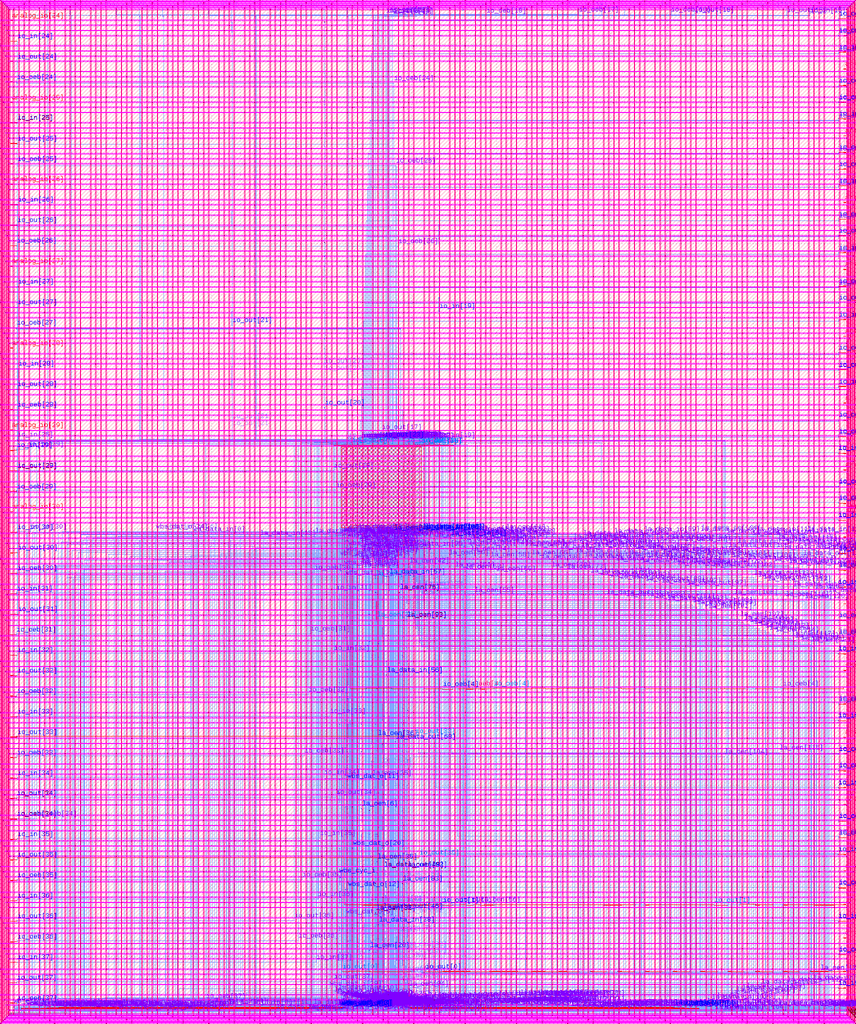
<source format=lef>
VERSION 5.7 ;
  NOWIREEXTENSIONATPIN ON ;
  DIVIDERCHAR "/" ;
  BUSBITCHARS "[]" ;
MACRO user_project_wrapper
  CLASS BLOCK ;
  FOREIGN user_project_wrapper ;
  ORIGIN 0.000 0.000 ;
  SIZE 2920.000 BY 3520.000 ;
  PIN analog_io[0]
    DIRECTION INOUT ;
    PORT
      LAYER met3 ;
        RECT 2917.600 28.980 2924.800 30.180 ;
    END
  END analog_io[0]
  PIN analog_io[10]
    DIRECTION INOUT ;
    PORT
      LAYER met3 ;
        RECT 2917.600 2374.980 2924.800 2376.180 ;
    END
  END analog_io[10]
  PIN analog_io[11]
    DIRECTION INOUT ;
    PORT
      LAYER met3 ;
        RECT 2917.600 2609.580 2924.800 2610.780 ;
    END
  END analog_io[11]
  PIN analog_io[12]
    DIRECTION INOUT ;
    PORT
      LAYER met3 ;
        RECT 2917.600 2844.180 2924.800 2845.380 ;
    END
  END analog_io[12]
  PIN analog_io[13]
    DIRECTION INOUT ;
    PORT
      LAYER met3 ;
        RECT 2917.600 3078.780 2924.800 3079.980 ;
    END
  END analog_io[13]
  PIN analog_io[14]
    DIRECTION INOUT ;
    PORT
      LAYER met3 ;
        RECT 2917.600 3313.380 2924.800 3314.580 ;
    END
  END analog_io[14]
  PIN analog_io[15]
    DIRECTION INOUT ;
    PORT
      LAYER met2 ;
        RECT 2879.090 3517.600 2879.650 3524.800 ;
    END
  END analog_io[15]
  PIN analog_io[16]
    DIRECTION INOUT ;
    PORT
      LAYER met2 ;
        RECT 2554.790 3517.600 2555.350 3524.800 ;
    END
  END analog_io[16]
  PIN analog_io[17]
    DIRECTION INOUT ;
    PORT
      LAYER met2 ;
        RECT 2230.490 3517.600 2231.050 3524.800 ;
    END
  END analog_io[17]
  PIN analog_io[18]
    DIRECTION INOUT ;
    PORT
      LAYER met2 ;
        RECT 1905.730 3517.600 1906.290 3524.800 ;
    END
  END analog_io[18]
  PIN analog_io[19]
    DIRECTION INOUT ;
    PORT
      LAYER met2 ;
        RECT 1581.430 3517.600 1581.990 3524.800 ;
    END
  END analog_io[19]
  PIN analog_io[1]
    DIRECTION INOUT ;
    PORT
      LAYER met3 ;
        RECT 2917.600 263.580 2924.800 264.780 ;
    END
  END analog_io[1]
  PIN analog_io[20]
    DIRECTION INOUT ;
    PORT
      LAYER met2 ;
        RECT 1257.130 3517.600 1257.690 3524.800 ;
    END
  END analog_io[20]
  PIN analog_io[21]
    DIRECTION INOUT ;
    PORT
      LAYER met2 ;
        RECT 932.370 3517.600 932.930 3524.800 ;
    END
  END analog_io[21]
  PIN analog_io[22]
    DIRECTION INOUT ;
    PORT
      LAYER met2 ;
        RECT 608.070 3517.600 608.630 3524.800 ;
    END
  END analog_io[22]
  PIN analog_io[23]
    DIRECTION INOUT ;
    PORT
      LAYER met2 ;
        RECT 283.770 3517.600 284.330 3524.800 ;
    END
  END analog_io[23]
  PIN analog_io[24]
    DIRECTION INOUT ;
    PORT
      LAYER met3 ;
        RECT -4.800 3482.700 2.400 3483.900 ;
    END
  END analog_io[24]
  PIN analog_io[25]
    DIRECTION INOUT ;
    PORT
      LAYER met3 ;
        RECT -4.800 3195.060 2.400 3196.260 ;
    END
  END analog_io[25]
  PIN analog_io[26]
    DIRECTION INOUT ;
    PORT
      LAYER met3 ;
        RECT -4.800 2908.100 2.400 2909.300 ;
    END
  END analog_io[26]
  PIN analog_io[27]
    DIRECTION INOUT ;
    PORT
      LAYER met3 ;
        RECT -4.800 2620.460 2.400 2621.660 ;
    END
  END analog_io[27]
  PIN analog_io[28]
    DIRECTION INOUT ;
    PORT
      LAYER met3 ;
        RECT -4.800 2333.500 2.400 2334.700 ;
    END
  END analog_io[28]
  PIN analog_io[29]
    DIRECTION INOUT ;
    PORT
      LAYER met3 ;
        RECT -4.800 2045.860 2.400 2047.060 ;
    END
  END analog_io[29]
  PIN analog_io[2]
    DIRECTION INOUT ;
    PORT
      LAYER met3 ;
        RECT 2917.600 498.180 2924.800 499.380 ;
    END
  END analog_io[2]
  PIN analog_io[30]
    DIRECTION INOUT ;
    PORT
      LAYER met3 ;
        RECT -4.800 1758.900 2.400 1760.100 ;
    END
  END analog_io[30]
  PIN analog_io[3]
    DIRECTION INOUT ;
    PORT
      LAYER met3 ;
        RECT 2917.600 732.780 2924.800 733.980 ;
    END
  END analog_io[3]
  PIN analog_io[4]
    DIRECTION INOUT ;
    PORT
      LAYER met3 ;
        RECT 2917.600 967.380 2924.800 968.580 ;
    END
  END analog_io[4]
  PIN analog_io[5]
    DIRECTION INOUT ;
    PORT
      LAYER met3 ;
        RECT 2917.600 1201.980 2924.800 1203.180 ;
    END
  END analog_io[5]
  PIN analog_io[6]
    DIRECTION INOUT ;
    PORT
      LAYER met3 ;
        RECT 2917.600 1436.580 2924.800 1437.780 ;
    END
  END analog_io[6]
  PIN analog_io[7]
    DIRECTION INOUT ;
    PORT
      LAYER met3 ;
        RECT 2917.600 1671.180 2924.800 1672.380 ;
    END
  END analog_io[7]
  PIN analog_io[8]
    DIRECTION INOUT ;
    PORT
      LAYER met3 ;
        RECT 2917.600 1905.780 2924.800 1906.980 ;
    END
  END analog_io[8]
  PIN analog_io[9]
    DIRECTION INOUT ;
    PORT
      LAYER met3 ;
        RECT 2917.600 2140.380 2924.800 2141.580 ;
    END
  END analog_io[9]
  PIN io_in[0]
    DIRECTION INPUT ;
    PORT
      LAYER met1 ;
        RECT 1145.470 89.660 1145.790 89.720 ;
        RECT 2898.990 89.660 2899.310 89.720 ;
        RECT 1145.470 89.520 2899.310 89.660 ;
        RECT 1145.470 89.460 1145.790 89.520 ;
        RECT 2898.990 89.460 2899.310 89.520 ;
      LAYER via ;
        RECT 1145.500 89.460 1145.760 89.720 ;
        RECT 2899.020 89.460 2899.280 89.720 ;
      LAYER met2 ;
        RECT 1150.920 1996.210 1151.200 2000.000 ;
        RECT 1145.560 1996.070 1151.200 1996.210 ;
        RECT 1145.560 89.750 1145.700 1996.070 ;
        RECT 1150.920 1996.000 1151.200 1996.070 ;
        RECT 1145.500 89.430 1145.760 89.750 ;
        RECT 2899.020 89.430 2899.280 89.750 ;
        RECT 2899.080 88.245 2899.220 89.430 ;
        RECT 2899.010 87.875 2899.290 88.245 ;
      LAYER via2 ;
        RECT 2899.010 87.920 2899.290 88.200 ;
      LAYER met3 ;
        RECT 2898.985 88.210 2899.315 88.225 ;
        RECT 2917.600 88.210 2924.800 88.660 ;
        RECT 2898.985 87.910 2924.800 88.210 ;
        RECT 2898.985 87.895 2899.315 87.910 ;
        RECT 2917.600 87.460 2924.800 87.910 ;
    END
  END io_in[0]
  PIN io_in[10]
    DIRECTION INPUT ;
    PORT
      LAYER met1 ;
        RECT 1234.250 2429.200 1234.570 2429.260 ;
        RECT 2900.830 2429.200 2901.150 2429.260 ;
        RECT 1234.250 2429.060 2901.150 2429.200 ;
        RECT 1234.250 2429.000 1234.570 2429.060 ;
        RECT 2900.830 2429.000 2901.150 2429.060 ;
        RECT 1229.650 2009.300 1229.970 2009.360 ;
        RECT 1234.250 2009.300 1234.570 2009.360 ;
        RECT 1229.650 2009.160 1234.570 2009.300 ;
        RECT 1229.650 2009.100 1229.970 2009.160 ;
        RECT 1234.250 2009.100 1234.570 2009.160 ;
      LAYER via ;
        RECT 1234.280 2429.000 1234.540 2429.260 ;
        RECT 2900.860 2429.000 2901.120 2429.260 ;
        RECT 1229.680 2009.100 1229.940 2009.360 ;
        RECT 1234.280 2009.100 1234.540 2009.360 ;
      LAYER met2 ;
        RECT 2900.850 2433.875 2901.130 2434.245 ;
        RECT 2900.920 2429.290 2901.060 2433.875 ;
        RECT 1234.280 2428.970 1234.540 2429.290 ;
        RECT 2900.860 2428.970 2901.120 2429.290 ;
        RECT 1234.340 2009.390 1234.480 2428.970 ;
        RECT 1229.680 2009.070 1229.940 2009.390 ;
        RECT 1234.280 2009.070 1234.540 2009.390 ;
        RECT 1229.740 2000.000 1229.880 2009.070 ;
        RECT 1229.580 1999.540 1229.880 2000.000 ;
        RECT 1229.580 1996.000 1229.860 1999.540 ;
      LAYER via2 ;
        RECT 2900.850 2433.920 2901.130 2434.200 ;
      LAYER met3 ;
        RECT 2900.825 2434.210 2901.155 2434.225 ;
        RECT 2917.600 2434.210 2924.800 2434.660 ;
        RECT 2900.825 2433.910 2924.800 2434.210 ;
        RECT 2900.825 2433.895 2901.155 2433.910 ;
        RECT 2917.600 2433.460 2924.800 2433.910 ;
    END
  END io_in[10]
  PIN io_in[11]
    DIRECTION INPUT ;
    PORT
      LAYER met1 ;
        RECT 1241.150 2663.800 1241.470 2663.860 ;
        RECT 2900.830 2663.800 2901.150 2663.860 ;
        RECT 1241.150 2663.660 2901.150 2663.800 ;
        RECT 1241.150 2663.600 1241.470 2663.660 ;
        RECT 2900.830 2663.600 2901.150 2663.660 ;
      LAYER via ;
        RECT 1241.180 2663.600 1241.440 2663.860 ;
        RECT 2900.860 2663.600 2901.120 2663.860 ;
      LAYER met2 ;
        RECT 2900.850 2669.155 2901.130 2669.525 ;
        RECT 2900.920 2663.890 2901.060 2669.155 ;
        RECT 1241.180 2663.570 1241.440 2663.890 ;
        RECT 2900.860 2663.570 2901.120 2663.890 ;
        RECT 1241.240 2000.290 1241.380 2663.570 ;
        RECT 1239.400 2000.150 1241.380 2000.290 ;
        RECT 1237.400 1999.610 1237.680 2000.000 ;
        RECT 1239.400 1999.610 1239.540 2000.150 ;
        RECT 1237.400 1999.470 1239.540 1999.610 ;
        RECT 1237.400 1996.000 1237.680 1999.470 ;
      LAYER via2 ;
        RECT 2900.850 2669.200 2901.130 2669.480 ;
      LAYER met3 ;
        RECT 2900.825 2669.490 2901.155 2669.505 ;
        RECT 2917.600 2669.490 2924.800 2669.940 ;
        RECT 2900.825 2669.190 2924.800 2669.490 ;
        RECT 2900.825 2669.175 2901.155 2669.190 ;
        RECT 2917.600 2668.740 2924.800 2669.190 ;
    END
  END io_in[11]
  PIN io_in[12]
    DIRECTION INPUT ;
    PORT
      LAYER met1 ;
        RECT 1248.050 2898.400 1248.370 2898.460 ;
        RECT 2900.830 2898.400 2901.150 2898.460 ;
        RECT 1248.050 2898.260 2901.150 2898.400 ;
        RECT 1248.050 2898.200 1248.370 2898.260 ;
        RECT 2900.830 2898.200 2901.150 2898.260 ;
      LAYER via ;
        RECT 1248.080 2898.200 1248.340 2898.460 ;
        RECT 2900.860 2898.200 2901.120 2898.460 ;
      LAYER met2 ;
        RECT 2900.850 2903.755 2901.130 2904.125 ;
        RECT 2900.920 2898.490 2901.060 2903.755 ;
        RECT 1248.080 2898.170 1248.340 2898.490 ;
        RECT 2900.860 2898.170 2901.120 2898.490 ;
        RECT 1248.140 2001.650 1248.280 2898.170 ;
        RECT 1247.680 2001.510 1248.280 2001.650 ;
        RECT 1245.220 1999.610 1245.500 2000.000 ;
        RECT 1247.680 1999.610 1247.820 2001.510 ;
        RECT 1245.220 1999.470 1247.820 1999.610 ;
        RECT 1245.220 1996.000 1245.500 1999.470 ;
      LAYER via2 ;
        RECT 2900.850 2903.800 2901.130 2904.080 ;
      LAYER met3 ;
        RECT 2900.825 2904.090 2901.155 2904.105 ;
        RECT 2917.600 2904.090 2924.800 2904.540 ;
        RECT 2900.825 2903.790 2924.800 2904.090 ;
        RECT 2900.825 2903.775 2901.155 2903.790 ;
        RECT 2917.600 2903.340 2924.800 2903.790 ;
    END
  END io_in[12]
  PIN io_in[13]
    DIRECTION INPUT ;
    PORT
      LAYER met1 ;
        RECT 1255.410 3133.000 1255.730 3133.060 ;
        RECT 2900.830 3133.000 2901.150 3133.060 ;
        RECT 1255.410 3132.860 2901.150 3133.000 ;
        RECT 1255.410 3132.800 1255.730 3132.860 ;
        RECT 2900.830 3132.800 2901.150 3132.860 ;
      LAYER via ;
        RECT 1255.440 3132.800 1255.700 3133.060 ;
        RECT 2900.860 3132.800 2901.120 3133.060 ;
      LAYER met2 ;
        RECT 2900.850 3138.355 2901.130 3138.725 ;
        RECT 2900.920 3133.090 2901.060 3138.355 ;
        RECT 1255.440 3132.770 1255.700 3133.090 ;
        RECT 2900.860 3132.770 2901.120 3133.090 ;
        RECT 1253.500 1999.610 1253.780 2000.000 ;
        RECT 1255.500 1999.610 1255.640 3132.770 ;
        RECT 1253.500 1999.470 1255.640 1999.610 ;
        RECT 1253.500 1996.000 1253.780 1999.470 ;
      LAYER via2 ;
        RECT 2900.850 3138.400 2901.130 3138.680 ;
      LAYER met3 ;
        RECT 2900.825 3138.690 2901.155 3138.705 ;
        RECT 2917.600 3138.690 2924.800 3139.140 ;
        RECT 2900.825 3138.390 2924.800 3138.690 ;
        RECT 2900.825 3138.375 2901.155 3138.390 ;
        RECT 2917.600 3137.940 2924.800 3138.390 ;
    END
  END io_in[13]
  PIN io_in[14]
    DIRECTION INPUT ;
    PORT
      LAYER met1 ;
        RECT 1262.310 3367.600 1262.630 3367.660 ;
        RECT 2900.830 3367.600 2901.150 3367.660 ;
        RECT 1262.310 3367.460 2901.150 3367.600 ;
        RECT 1262.310 3367.400 1262.630 3367.460 ;
        RECT 2900.830 3367.400 2901.150 3367.460 ;
      LAYER via ;
        RECT 1262.340 3367.400 1262.600 3367.660 ;
        RECT 2900.860 3367.400 2901.120 3367.660 ;
      LAYER met2 ;
        RECT 2900.850 3372.955 2901.130 3373.325 ;
        RECT 2900.920 3367.690 2901.060 3372.955 ;
        RECT 1262.340 3367.370 1262.600 3367.690 ;
        RECT 2900.860 3367.370 2901.120 3367.690 ;
        RECT 1261.320 1999.610 1261.600 2000.000 ;
        RECT 1262.400 1999.610 1262.540 3367.370 ;
        RECT 1261.320 1999.470 1262.540 1999.610 ;
        RECT 1261.320 1996.000 1261.600 1999.470 ;
      LAYER via2 ;
        RECT 2900.850 3373.000 2901.130 3373.280 ;
      LAYER met3 ;
        RECT 2900.825 3373.290 2901.155 3373.305 ;
        RECT 2917.600 3373.290 2924.800 3373.740 ;
        RECT 2900.825 3372.990 2924.800 3373.290 ;
        RECT 2900.825 3372.975 2901.155 3372.990 ;
        RECT 2917.600 3372.540 2924.800 3372.990 ;
    END
  END io_in[14]
  PIN io_in[15]
    DIRECTION INPUT ;
    PORT
      LAYER met1 ;
        RECT 1269.210 3501.560 1269.530 3501.620 ;
        RECT 2798.250 3501.560 2798.570 3501.620 ;
        RECT 1269.210 3501.420 2798.570 3501.560 ;
        RECT 1269.210 3501.360 1269.530 3501.420 ;
        RECT 2798.250 3501.360 2798.570 3501.420 ;
      LAYER via ;
        RECT 1269.240 3501.360 1269.500 3501.620 ;
        RECT 2798.280 3501.360 2798.540 3501.620 ;
      LAYER met2 ;
        RECT 2798.130 3517.600 2798.690 3524.800 ;
        RECT 2798.340 3501.650 2798.480 3517.600 ;
        RECT 1269.240 3501.330 1269.500 3501.650 ;
        RECT 2798.280 3501.330 2798.540 3501.650 ;
        RECT 1269.300 2000.000 1269.440 3501.330 ;
        RECT 1269.140 1999.540 1269.440 2000.000 ;
        RECT 1269.140 1996.000 1269.420 1999.540 ;
    END
  END io_in[15]
  PIN io_in[16]
    DIRECTION INPUT ;
    PORT
      LAYER met1 ;
        RECT 1283.010 3502.920 1283.330 3502.980 ;
        RECT 2473.950 3502.920 2474.270 3502.980 ;
        RECT 1283.010 3502.780 2474.270 3502.920 ;
        RECT 1283.010 3502.720 1283.330 3502.780 ;
        RECT 2473.950 3502.720 2474.270 3502.780 ;
        RECT 1277.030 2010.660 1277.350 2010.720 ;
        RECT 1283.010 2010.660 1283.330 2010.720 ;
        RECT 1277.030 2010.520 1283.330 2010.660 ;
        RECT 1277.030 2010.460 1277.350 2010.520 ;
        RECT 1283.010 2010.460 1283.330 2010.520 ;
      LAYER via ;
        RECT 1283.040 3502.720 1283.300 3502.980 ;
        RECT 2473.980 3502.720 2474.240 3502.980 ;
        RECT 1277.060 2010.460 1277.320 2010.720 ;
        RECT 1283.040 2010.460 1283.300 2010.720 ;
      LAYER met2 ;
        RECT 2473.830 3517.600 2474.390 3524.800 ;
        RECT 2474.040 3503.010 2474.180 3517.600 ;
        RECT 1283.040 3502.690 1283.300 3503.010 ;
        RECT 2473.980 3502.690 2474.240 3503.010 ;
        RECT 1283.100 2010.750 1283.240 3502.690 ;
        RECT 1277.060 2010.430 1277.320 2010.750 ;
        RECT 1283.040 2010.430 1283.300 2010.750 ;
        RECT 1277.120 2000.000 1277.260 2010.430 ;
        RECT 1276.960 1999.540 1277.260 2000.000 ;
        RECT 1276.960 1996.000 1277.240 1999.540 ;
    END
  END io_in[16]
  PIN io_in[17]
    DIRECTION INPUT ;
    PORT
      LAYER met1 ;
        RECT 1289.910 3504.280 1290.230 3504.340 ;
        RECT 2149.190 3504.280 2149.510 3504.340 ;
        RECT 1289.910 3504.140 2149.510 3504.280 ;
        RECT 1289.910 3504.080 1290.230 3504.140 ;
        RECT 2149.190 3504.080 2149.510 3504.140 ;
        RECT 1284.850 2010.660 1285.170 2010.720 ;
        RECT 1289.910 2010.660 1290.230 2010.720 ;
        RECT 1284.850 2010.520 1290.230 2010.660 ;
        RECT 1284.850 2010.460 1285.170 2010.520 ;
        RECT 1289.910 2010.460 1290.230 2010.520 ;
      LAYER via ;
        RECT 1289.940 3504.080 1290.200 3504.340 ;
        RECT 2149.220 3504.080 2149.480 3504.340 ;
        RECT 1284.880 2010.460 1285.140 2010.720 ;
        RECT 1289.940 2010.460 1290.200 2010.720 ;
      LAYER met2 ;
        RECT 2149.070 3517.600 2149.630 3524.800 ;
        RECT 2149.280 3504.370 2149.420 3517.600 ;
        RECT 1289.940 3504.050 1290.200 3504.370 ;
        RECT 2149.220 3504.050 2149.480 3504.370 ;
        RECT 1290.000 2010.750 1290.140 3504.050 ;
        RECT 1284.880 2010.430 1285.140 2010.750 ;
        RECT 1289.940 2010.430 1290.200 2010.750 ;
        RECT 1284.940 2000.000 1285.080 2010.430 ;
        RECT 1284.780 1999.540 1285.080 2000.000 ;
        RECT 1284.780 1996.000 1285.060 1999.540 ;
    END
  END io_in[17]
  PIN io_in[18]
    DIRECTION INPUT ;
    PORT
      LAYER met1 ;
        RECT 1296.810 3500.880 1297.130 3500.940 ;
        RECT 1824.890 3500.880 1825.210 3500.940 ;
        RECT 1296.810 3500.740 1825.210 3500.880 ;
        RECT 1296.810 3500.680 1297.130 3500.740 ;
        RECT 1824.890 3500.680 1825.210 3500.740 ;
        RECT 1292.670 2010.320 1292.990 2010.380 ;
        RECT 1296.810 2010.320 1297.130 2010.380 ;
        RECT 1292.670 2010.180 1297.130 2010.320 ;
        RECT 1292.670 2010.120 1292.990 2010.180 ;
        RECT 1296.810 2010.120 1297.130 2010.180 ;
      LAYER via ;
        RECT 1296.840 3500.680 1297.100 3500.940 ;
        RECT 1824.920 3500.680 1825.180 3500.940 ;
        RECT 1292.700 2010.120 1292.960 2010.380 ;
        RECT 1296.840 2010.120 1297.100 2010.380 ;
      LAYER met2 ;
        RECT 1824.770 3517.600 1825.330 3524.800 ;
        RECT 1824.980 3500.970 1825.120 3517.600 ;
        RECT 1296.840 3500.650 1297.100 3500.970 ;
        RECT 1824.920 3500.650 1825.180 3500.970 ;
        RECT 1296.900 2010.410 1297.040 3500.650 ;
        RECT 1292.700 2010.090 1292.960 2010.410 ;
        RECT 1296.840 2010.090 1297.100 2010.410 ;
        RECT 1292.760 2000.000 1292.900 2010.090 ;
        RECT 1292.600 1999.540 1292.900 2000.000 ;
        RECT 1292.600 1996.000 1292.880 1999.540 ;
    END
  END io_in[18]
  PIN io_in[19]
    DIRECTION INPUT ;
    PORT
      LAYER li1 ;
        RECT 1499.285 3332.765 1499.455 3422.355 ;
        RECT 1498.365 3008.405 1498.535 3042.915 ;
        RECT 1499.285 2946.525 1499.455 2994.635 ;
        RECT 1498.365 2428.705 1498.535 2463.215 ;
        RECT 1498.365 2331.805 1498.535 2366.655 ;
        RECT 1497.445 2201.245 1497.615 2249.355 ;
        RECT 1497.905 2138.685 1498.075 2184.075 ;
        RECT 1498.365 2028.525 1498.535 2076.975 ;
        RECT 1309.305 2010.505 1309.475 2013.055 ;
      LAYER mcon ;
        RECT 1499.285 3422.185 1499.455 3422.355 ;
        RECT 1498.365 3042.745 1498.535 3042.915 ;
        RECT 1499.285 2994.465 1499.455 2994.635 ;
        RECT 1498.365 2463.045 1498.535 2463.215 ;
        RECT 1498.365 2366.485 1498.535 2366.655 ;
        RECT 1497.445 2249.185 1497.615 2249.355 ;
        RECT 1497.905 2183.905 1498.075 2184.075 ;
        RECT 1498.365 2076.805 1498.535 2076.975 ;
        RECT 1309.305 2012.885 1309.475 2013.055 ;
      LAYER met1 ;
        RECT 1498.290 3443.080 1498.610 3443.140 ;
        RECT 1500.590 3443.080 1500.910 3443.140 ;
        RECT 1498.290 3442.940 1500.910 3443.080 ;
        RECT 1498.290 3442.880 1498.610 3442.940 ;
        RECT 1500.590 3442.880 1500.910 3442.940 ;
        RECT 1497.830 3422.340 1498.150 3422.400 ;
        RECT 1499.225 3422.340 1499.515 3422.385 ;
        RECT 1497.830 3422.200 1499.515 3422.340 ;
        RECT 1497.830 3422.140 1498.150 3422.200 ;
        RECT 1499.225 3422.155 1499.515 3422.200 ;
        RECT 1499.225 3332.920 1499.515 3332.965 ;
        RECT 1499.670 3332.920 1499.990 3332.980 ;
        RECT 1499.225 3332.780 1499.990 3332.920 ;
        RECT 1499.225 3332.735 1499.515 3332.780 ;
        RECT 1499.670 3332.720 1499.990 3332.780 ;
        RECT 1498.290 3236.360 1498.610 3236.420 ;
        RECT 1498.750 3236.360 1499.070 3236.420 ;
        RECT 1498.290 3236.220 1499.070 3236.360 ;
        RECT 1498.290 3236.160 1498.610 3236.220 ;
        RECT 1498.750 3236.160 1499.070 3236.220 ;
        RECT 1498.290 3202.020 1498.610 3202.080 ;
        RECT 1498.750 3202.020 1499.070 3202.080 ;
        RECT 1498.290 3201.880 1499.070 3202.020 ;
        RECT 1498.290 3201.820 1498.610 3201.880 ;
        RECT 1498.750 3201.820 1499.070 3201.880 ;
        RECT 1497.830 3153.400 1498.150 3153.460 ;
        RECT 1498.750 3153.400 1499.070 3153.460 ;
        RECT 1497.830 3153.260 1499.070 3153.400 ;
        RECT 1497.830 3153.200 1498.150 3153.260 ;
        RECT 1498.750 3153.200 1499.070 3153.260 ;
        RECT 1497.830 3056.840 1498.150 3056.900 ;
        RECT 1498.750 3056.840 1499.070 3056.900 ;
        RECT 1497.830 3056.700 1499.070 3056.840 ;
        RECT 1497.830 3056.640 1498.150 3056.700 ;
        RECT 1498.750 3056.640 1499.070 3056.700 ;
        RECT 1498.290 3042.900 1498.610 3042.960 ;
        RECT 1498.095 3042.760 1498.610 3042.900 ;
        RECT 1498.290 3042.700 1498.610 3042.760 ;
        RECT 1498.305 3008.560 1498.595 3008.605 ;
        RECT 1499.210 3008.560 1499.530 3008.620 ;
        RECT 1498.305 3008.420 1499.530 3008.560 ;
        RECT 1498.305 3008.375 1498.595 3008.420 ;
        RECT 1499.210 3008.360 1499.530 3008.420 ;
        RECT 1499.210 2994.620 1499.530 2994.680 ;
        RECT 1499.015 2994.480 1499.530 2994.620 ;
        RECT 1499.210 2994.420 1499.530 2994.480 ;
        RECT 1499.225 2946.680 1499.515 2946.725 ;
        RECT 1499.670 2946.680 1499.990 2946.740 ;
        RECT 1499.225 2946.540 1499.990 2946.680 ;
        RECT 1499.225 2946.495 1499.515 2946.540 ;
        RECT 1499.670 2946.480 1499.990 2946.540 ;
        RECT 1499.670 2912.340 1499.990 2912.400 ;
        RECT 1499.300 2912.200 1499.990 2912.340 ;
        RECT 1499.300 2911.720 1499.440 2912.200 ;
        RECT 1499.670 2912.140 1499.990 2912.200 ;
        RECT 1499.210 2911.460 1499.530 2911.720 ;
        RECT 1497.830 2815.580 1498.150 2815.840 ;
        RECT 1497.920 2815.160 1498.060 2815.580 ;
        RECT 1497.830 2814.900 1498.150 2815.160 ;
        RECT 1497.830 2767.500 1498.150 2767.560 ;
        RECT 1497.460 2767.360 1498.150 2767.500 ;
        RECT 1497.460 2766.880 1497.600 2767.360 ;
        RECT 1497.830 2767.300 1498.150 2767.360 ;
        RECT 1497.370 2766.620 1497.690 2766.880 ;
        RECT 1496.450 2718.540 1496.770 2718.600 ;
        RECT 1497.370 2718.540 1497.690 2718.600 ;
        RECT 1496.450 2718.400 1497.690 2718.540 ;
        RECT 1496.450 2718.340 1496.770 2718.400 ;
        RECT 1497.370 2718.340 1497.690 2718.400 ;
        RECT 1497.830 2656.660 1498.150 2656.720 ;
        RECT 1498.750 2656.660 1499.070 2656.720 ;
        RECT 1497.830 2656.520 1499.070 2656.660 ;
        RECT 1497.830 2656.460 1498.150 2656.520 ;
        RECT 1498.750 2656.460 1499.070 2656.520 ;
        RECT 1498.750 2622.120 1499.070 2622.380 ;
        RECT 1498.840 2621.980 1498.980 2622.120 ;
        RECT 1499.210 2621.980 1499.530 2622.040 ;
        RECT 1498.840 2621.840 1499.530 2621.980 ;
        RECT 1499.210 2621.780 1499.530 2621.840 ;
        RECT 1498.290 2560.100 1498.610 2560.160 ;
        RECT 1499.670 2560.100 1499.990 2560.160 ;
        RECT 1498.290 2559.960 1499.990 2560.100 ;
        RECT 1498.290 2559.900 1498.610 2559.960 ;
        RECT 1499.670 2559.900 1499.990 2559.960 ;
        RECT 1498.750 2511.820 1499.070 2511.880 ;
        RECT 1499.670 2511.820 1499.990 2511.880 ;
        RECT 1498.750 2511.680 1499.990 2511.820 ;
        RECT 1498.750 2511.620 1499.070 2511.680 ;
        RECT 1499.670 2511.620 1499.990 2511.680 ;
        RECT 1498.290 2463.200 1498.610 2463.260 ;
        RECT 1498.095 2463.060 1498.610 2463.200 ;
        RECT 1498.290 2463.000 1498.610 2463.060 ;
        RECT 1498.290 2428.860 1498.610 2428.920 ;
        RECT 1498.095 2428.720 1498.610 2428.860 ;
        RECT 1498.290 2428.660 1498.610 2428.720 ;
        RECT 1497.830 2380.580 1498.150 2380.640 ;
        RECT 1498.750 2380.580 1499.070 2380.640 ;
        RECT 1497.830 2380.440 1499.070 2380.580 ;
        RECT 1497.830 2380.380 1498.150 2380.440 ;
        RECT 1498.750 2380.380 1499.070 2380.440 ;
        RECT 1498.290 2366.640 1498.610 2366.700 ;
        RECT 1498.095 2366.500 1498.610 2366.640 ;
        RECT 1498.290 2366.440 1498.610 2366.500 ;
        RECT 1498.290 2331.960 1498.610 2332.020 ;
        RECT 1498.095 2331.820 1498.610 2331.960 ;
        RECT 1498.290 2331.760 1498.610 2331.820 ;
        RECT 1496.910 2304.420 1497.230 2304.480 ;
        RECT 1498.750 2304.420 1499.070 2304.480 ;
        RECT 1496.910 2304.280 1499.070 2304.420 ;
        RECT 1496.910 2304.220 1497.230 2304.280 ;
        RECT 1498.750 2304.220 1499.070 2304.280 ;
        RECT 1497.370 2249.340 1497.690 2249.400 ;
        RECT 1497.175 2249.200 1497.690 2249.340 ;
        RECT 1497.370 2249.140 1497.690 2249.200 ;
        RECT 1497.385 2201.400 1497.675 2201.445 ;
        RECT 1497.830 2201.400 1498.150 2201.460 ;
        RECT 1497.385 2201.260 1498.150 2201.400 ;
        RECT 1497.385 2201.215 1497.675 2201.260 ;
        RECT 1497.830 2201.200 1498.150 2201.260 ;
        RECT 1497.830 2184.060 1498.150 2184.120 ;
        RECT 1497.635 2183.920 1498.150 2184.060 ;
        RECT 1497.830 2183.860 1498.150 2183.920 ;
        RECT 1497.830 2138.840 1498.150 2138.900 ;
        RECT 1497.635 2138.700 1498.150 2138.840 ;
        RECT 1497.830 2138.640 1498.150 2138.700 ;
        RECT 1498.305 2076.960 1498.595 2077.005 ;
        RECT 1498.750 2076.960 1499.070 2077.020 ;
        RECT 1498.305 2076.820 1499.070 2076.960 ;
        RECT 1498.305 2076.775 1498.595 2076.820 ;
        RECT 1498.750 2076.760 1499.070 2076.820 ;
        RECT 1498.290 2028.680 1498.610 2028.740 ;
        RECT 1498.095 2028.540 1498.610 2028.680 ;
        RECT 1498.290 2028.480 1498.610 2028.540 ;
        RECT 1300.950 2013.040 1301.270 2013.100 ;
        RECT 1309.245 2013.040 1309.535 2013.085 ;
        RECT 1300.950 2012.900 1309.535 2013.040 ;
        RECT 1300.950 2012.840 1301.270 2012.900 ;
        RECT 1309.245 2012.855 1309.535 2012.900 ;
        RECT 1309.245 2010.660 1309.535 2010.705 ;
        RECT 1498.290 2010.660 1498.610 2010.720 ;
        RECT 1309.245 2010.520 1498.610 2010.660 ;
        RECT 1309.245 2010.475 1309.535 2010.520 ;
        RECT 1498.290 2010.460 1498.610 2010.520 ;
      LAYER via ;
        RECT 1498.320 3442.880 1498.580 3443.140 ;
        RECT 1500.620 3442.880 1500.880 3443.140 ;
        RECT 1497.860 3422.140 1498.120 3422.400 ;
        RECT 1499.700 3332.720 1499.960 3332.980 ;
        RECT 1498.320 3236.160 1498.580 3236.420 ;
        RECT 1498.780 3236.160 1499.040 3236.420 ;
        RECT 1498.320 3201.820 1498.580 3202.080 ;
        RECT 1498.780 3201.820 1499.040 3202.080 ;
        RECT 1497.860 3153.200 1498.120 3153.460 ;
        RECT 1498.780 3153.200 1499.040 3153.460 ;
        RECT 1497.860 3056.640 1498.120 3056.900 ;
        RECT 1498.780 3056.640 1499.040 3056.900 ;
        RECT 1498.320 3042.700 1498.580 3042.960 ;
        RECT 1499.240 3008.360 1499.500 3008.620 ;
        RECT 1499.240 2994.420 1499.500 2994.680 ;
        RECT 1499.700 2946.480 1499.960 2946.740 ;
        RECT 1499.700 2912.140 1499.960 2912.400 ;
        RECT 1499.240 2911.460 1499.500 2911.720 ;
        RECT 1497.860 2815.580 1498.120 2815.840 ;
        RECT 1497.860 2814.900 1498.120 2815.160 ;
        RECT 1497.860 2767.300 1498.120 2767.560 ;
        RECT 1497.400 2766.620 1497.660 2766.880 ;
        RECT 1496.480 2718.340 1496.740 2718.600 ;
        RECT 1497.400 2718.340 1497.660 2718.600 ;
        RECT 1497.860 2656.460 1498.120 2656.720 ;
        RECT 1498.780 2656.460 1499.040 2656.720 ;
        RECT 1498.780 2622.120 1499.040 2622.380 ;
        RECT 1499.240 2621.780 1499.500 2622.040 ;
        RECT 1498.320 2559.900 1498.580 2560.160 ;
        RECT 1499.700 2559.900 1499.960 2560.160 ;
        RECT 1498.780 2511.620 1499.040 2511.880 ;
        RECT 1499.700 2511.620 1499.960 2511.880 ;
        RECT 1498.320 2463.000 1498.580 2463.260 ;
        RECT 1498.320 2428.660 1498.580 2428.920 ;
        RECT 1497.860 2380.380 1498.120 2380.640 ;
        RECT 1498.780 2380.380 1499.040 2380.640 ;
        RECT 1498.320 2366.440 1498.580 2366.700 ;
        RECT 1498.320 2331.760 1498.580 2332.020 ;
        RECT 1496.940 2304.220 1497.200 2304.480 ;
        RECT 1498.780 2304.220 1499.040 2304.480 ;
        RECT 1497.400 2249.140 1497.660 2249.400 ;
        RECT 1497.860 2201.200 1498.120 2201.460 ;
        RECT 1497.860 2183.860 1498.120 2184.120 ;
        RECT 1497.860 2138.640 1498.120 2138.900 ;
        RECT 1498.780 2076.760 1499.040 2077.020 ;
        RECT 1498.320 2028.480 1498.580 2028.740 ;
        RECT 1300.980 2012.840 1301.240 2013.100 ;
        RECT 1498.320 2010.460 1498.580 2010.720 ;
      LAYER met2 ;
        RECT 1500.470 3517.600 1501.030 3524.800 ;
        RECT 1500.680 3443.170 1500.820 3517.600 ;
        RECT 1498.320 3442.850 1498.580 3443.170 ;
        RECT 1500.620 3442.850 1500.880 3443.170 ;
        RECT 1498.380 3429.650 1498.520 3442.850 ;
        RECT 1497.920 3429.510 1498.520 3429.650 ;
        RECT 1497.920 3422.430 1498.060 3429.510 ;
        RECT 1497.860 3422.110 1498.120 3422.430 ;
        RECT 1499.700 3332.690 1499.960 3333.010 ;
        RECT 1499.760 3298.410 1499.900 3332.690 ;
        RECT 1498.840 3298.270 1499.900 3298.410 ;
        RECT 1498.840 3236.450 1498.980 3298.270 ;
        RECT 1498.320 3236.130 1498.580 3236.450 ;
        RECT 1498.780 3236.130 1499.040 3236.450 ;
        RECT 1498.380 3202.110 1498.520 3236.130 ;
        RECT 1498.320 3201.790 1498.580 3202.110 ;
        RECT 1498.780 3201.790 1499.040 3202.110 ;
        RECT 1498.840 3153.490 1498.980 3201.790 ;
        RECT 1497.860 3153.170 1498.120 3153.490 ;
        RECT 1498.780 3153.170 1499.040 3153.490 ;
        RECT 1497.920 3152.890 1498.060 3153.170 ;
        RECT 1497.920 3152.750 1498.520 3152.890 ;
        RECT 1498.380 3105.290 1498.520 3152.750 ;
        RECT 1498.380 3105.150 1498.980 3105.290 ;
        RECT 1498.840 3056.930 1498.980 3105.150 ;
        RECT 1497.860 3056.610 1498.120 3056.930 ;
        RECT 1498.780 3056.610 1499.040 3056.930 ;
        RECT 1497.920 3056.330 1498.060 3056.610 ;
        RECT 1497.920 3056.190 1498.520 3056.330 ;
        RECT 1498.380 3042.990 1498.520 3056.190 ;
        RECT 1498.320 3042.670 1498.580 3042.990 ;
        RECT 1499.240 3008.330 1499.500 3008.650 ;
        RECT 1499.300 2994.710 1499.440 3008.330 ;
        RECT 1499.240 2994.390 1499.500 2994.710 ;
        RECT 1499.700 2946.450 1499.960 2946.770 ;
        RECT 1499.760 2912.430 1499.900 2946.450 ;
        RECT 1499.700 2912.110 1499.960 2912.430 ;
        RECT 1499.240 2911.430 1499.500 2911.750 ;
        RECT 1499.300 2863.210 1499.440 2911.430 ;
        RECT 1498.380 2863.070 1499.440 2863.210 ;
        RECT 1498.380 2849.610 1498.520 2863.070 ;
        RECT 1497.920 2849.470 1498.520 2849.610 ;
        RECT 1497.920 2815.870 1498.060 2849.470 ;
        RECT 1497.860 2815.550 1498.120 2815.870 ;
        RECT 1497.860 2814.870 1498.120 2815.190 ;
        RECT 1497.920 2802.805 1498.060 2814.870 ;
        RECT 1497.850 2802.435 1498.130 2802.805 ;
        RECT 1497.850 2801.755 1498.130 2802.125 ;
        RECT 1497.920 2767.590 1498.060 2801.755 ;
        RECT 1497.860 2767.270 1498.120 2767.590 ;
        RECT 1497.400 2766.590 1497.660 2766.910 ;
        RECT 1497.460 2746.365 1497.600 2766.590 ;
        RECT 1496.470 2745.995 1496.750 2746.365 ;
        RECT 1497.390 2745.995 1497.670 2746.365 ;
        RECT 1496.540 2718.630 1496.680 2745.995 ;
        RECT 1496.480 2718.310 1496.740 2718.630 ;
        RECT 1497.400 2718.310 1497.660 2718.630 ;
        RECT 1497.460 2697.970 1497.600 2718.310 ;
        RECT 1497.460 2697.830 1498.060 2697.970 ;
        RECT 1497.920 2656.750 1498.060 2697.830 ;
        RECT 1497.860 2656.430 1498.120 2656.750 ;
        RECT 1498.780 2656.430 1499.040 2656.750 ;
        RECT 1498.840 2622.410 1498.980 2656.430 ;
        RECT 1498.780 2622.090 1499.040 2622.410 ;
        RECT 1499.240 2621.750 1499.500 2622.070 ;
        RECT 1499.300 2608.325 1499.440 2621.750 ;
        RECT 1498.310 2607.955 1498.590 2608.325 ;
        RECT 1499.230 2607.955 1499.510 2608.325 ;
        RECT 1498.380 2560.190 1498.520 2607.955 ;
        RECT 1498.320 2559.870 1498.580 2560.190 ;
        RECT 1499.700 2559.870 1499.960 2560.190 ;
        RECT 1499.760 2511.910 1499.900 2559.870 ;
        RECT 1498.780 2511.765 1499.040 2511.910 ;
        RECT 1497.390 2511.395 1497.670 2511.765 ;
        RECT 1498.770 2511.395 1499.050 2511.765 ;
        RECT 1499.700 2511.590 1499.960 2511.910 ;
        RECT 1497.460 2463.485 1497.600 2511.395 ;
        RECT 1497.390 2463.115 1497.670 2463.485 ;
        RECT 1498.310 2463.115 1498.590 2463.485 ;
        RECT 1498.320 2462.970 1498.580 2463.115 ;
        RECT 1498.320 2428.630 1498.580 2428.950 ;
        RECT 1498.380 2415.090 1498.520 2428.630 ;
        RECT 1498.380 2414.950 1498.980 2415.090 ;
        RECT 1498.840 2380.670 1498.980 2414.950 ;
        RECT 1497.860 2380.410 1498.120 2380.670 ;
        RECT 1497.860 2380.350 1498.520 2380.410 ;
        RECT 1498.780 2380.350 1499.040 2380.670 ;
        RECT 1497.920 2380.270 1498.520 2380.350 ;
        RECT 1498.380 2366.730 1498.520 2380.270 ;
        RECT 1498.320 2366.410 1498.580 2366.730 ;
        RECT 1498.320 2331.730 1498.580 2332.050 ;
        RECT 1498.380 2318.530 1498.520 2331.730 ;
        RECT 1498.380 2318.390 1498.980 2318.530 ;
        RECT 1498.840 2304.510 1498.980 2318.390 ;
        RECT 1496.940 2304.190 1497.200 2304.510 ;
        RECT 1498.780 2304.190 1499.040 2304.510 ;
        RECT 1497.000 2256.650 1497.140 2304.190 ;
        RECT 1497.000 2256.510 1497.600 2256.650 ;
        RECT 1497.460 2249.430 1497.600 2256.510 ;
        RECT 1497.400 2249.110 1497.660 2249.430 ;
        RECT 1497.860 2201.170 1498.120 2201.490 ;
        RECT 1497.920 2184.150 1498.060 2201.170 ;
        RECT 1497.860 2183.830 1498.120 2184.150 ;
        RECT 1497.860 2138.610 1498.120 2138.930 ;
        RECT 1497.920 2090.730 1498.060 2138.610 ;
        RECT 1497.920 2090.590 1498.980 2090.730 ;
        RECT 1498.840 2077.050 1498.980 2090.590 ;
        RECT 1498.780 2076.730 1499.040 2077.050 ;
        RECT 1498.320 2028.450 1498.580 2028.770 ;
        RECT 1300.980 2012.810 1301.240 2013.130 ;
        RECT 1301.040 2000.000 1301.180 2012.810 ;
        RECT 1498.380 2010.750 1498.520 2028.450 ;
        RECT 1498.320 2010.430 1498.580 2010.750 ;
        RECT 1300.880 1999.540 1301.180 2000.000 ;
        RECT 1300.880 1996.000 1301.160 1999.540 ;
      LAYER via2 ;
        RECT 1497.850 2802.480 1498.130 2802.760 ;
        RECT 1497.850 2801.800 1498.130 2802.080 ;
        RECT 1496.470 2746.040 1496.750 2746.320 ;
        RECT 1497.390 2746.040 1497.670 2746.320 ;
        RECT 1498.310 2608.000 1498.590 2608.280 ;
        RECT 1499.230 2608.000 1499.510 2608.280 ;
        RECT 1497.390 2511.440 1497.670 2511.720 ;
        RECT 1498.770 2511.440 1499.050 2511.720 ;
        RECT 1497.390 2463.160 1497.670 2463.440 ;
        RECT 1498.310 2463.160 1498.590 2463.440 ;
      LAYER met3 ;
        RECT 1497.825 2802.770 1498.155 2802.785 ;
        RECT 1497.150 2802.470 1498.155 2802.770 ;
        RECT 1497.150 2802.090 1497.450 2802.470 ;
        RECT 1497.825 2802.455 1498.155 2802.470 ;
        RECT 1497.825 2802.090 1498.155 2802.105 ;
        RECT 1497.150 2801.790 1498.155 2802.090 ;
        RECT 1497.825 2801.775 1498.155 2801.790 ;
        RECT 1496.445 2746.330 1496.775 2746.345 ;
        RECT 1497.365 2746.330 1497.695 2746.345 ;
        RECT 1496.445 2746.030 1497.695 2746.330 ;
        RECT 1496.445 2746.015 1496.775 2746.030 ;
        RECT 1497.365 2746.015 1497.695 2746.030 ;
        RECT 1498.285 2608.290 1498.615 2608.305 ;
        RECT 1499.205 2608.290 1499.535 2608.305 ;
        RECT 1498.285 2607.990 1499.535 2608.290 ;
        RECT 1498.285 2607.975 1498.615 2607.990 ;
        RECT 1499.205 2607.975 1499.535 2607.990 ;
        RECT 1497.365 2511.730 1497.695 2511.745 ;
        RECT 1498.745 2511.730 1499.075 2511.745 ;
        RECT 1497.365 2511.430 1499.075 2511.730 ;
        RECT 1497.365 2511.415 1497.695 2511.430 ;
        RECT 1498.745 2511.415 1499.075 2511.430 ;
        RECT 1497.365 2463.450 1497.695 2463.465 ;
        RECT 1498.285 2463.450 1498.615 2463.465 ;
        RECT 1497.365 2463.150 1498.615 2463.450 ;
        RECT 1497.365 2463.135 1497.695 2463.150 ;
        RECT 1498.285 2463.135 1498.615 2463.150 ;
    END
  END io_in[19]
  PIN io_in[1]
    DIRECTION INPUT ;
    PORT
      LAYER met1 ;
        RECT 1158.810 2004.540 1159.130 2004.600 ;
        RECT 1472.990 2004.540 1473.310 2004.600 ;
        RECT 1158.810 2004.400 1473.310 2004.540 ;
        RECT 1158.810 2004.340 1159.130 2004.400 ;
        RECT 1472.990 2004.340 1473.310 2004.400 ;
        RECT 1472.990 324.260 1473.310 324.320 ;
        RECT 2898.990 324.260 2899.310 324.320 ;
        RECT 1472.990 324.120 2899.310 324.260 ;
        RECT 1472.990 324.060 1473.310 324.120 ;
        RECT 2898.990 324.060 2899.310 324.120 ;
      LAYER via ;
        RECT 1158.840 2004.340 1159.100 2004.600 ;
        RECT 1473.020 2004.340 1473.280 2004.600 ;
        RECT 1473.020 324.060 1473.280 324.320 ;
        RECT 2899.020 324.060 2899.280 324.320 ;
      LAYER met2 ;
        RECT 1158.840 2004.310 1159.100 2004.630 ;
        RECT 1473.020 2004.310 1473.280 2004.630 ;
        RECT 1158.900 2000.000 1159.040 2004.310 ;
        RECT 1158.740 1999.540 1159.040 2000.000 ;
        RECT 1158.740 1996.000 1159.020 1999.540 ;
        RECT 1473.080 324.350 1473.220 2004.310 ;
        RECT 1473.020 324.030 1473.280 324.350 ;
        RECT 2899.020 324.030 2899.280 324.350 ;
        RECT 2899.080 322.845 2899.220 324.030 ;
        RECT 2899.010 322.475 2899.290 322.845 ;
      LAYER via2 ;
        RECT 2899.010 322.520 2899.290 322.800 ;
      LAYER met3 ;
        RECT 2898.985 322.810 2899.315 322.825 ;
        RECT 2917.600 322.810 2924.800 323.260 ;
        RECT 2898.985 322.510 2924.800 322.810 ;
        RECT 2898.985 322.495 2899.315 322.510 ;
        RECT 2917.600 322.060 2924.800 322.510 ;
    END
  END io_in[1]
  PIN io_in[20]
    DIRECTION INPUT ;
    PORT
      LAYER met1 ;
        RECT 1175.830 3498.500 1176.150 3498.560 ;
        RECT 1179.510 3498.500 1179.830 3498.560 ;
        RECT 1175.830 3498.360 1179.830 3498.500 ;
        RECT 1175.830 3498.300 1176.150 3498.360 ;
        RECT 1179.510 3498.300 1179.830 3498.360 ;
        RECT 1308.770 2010.660 1309.090 2010.720 ;
        RECT 1292.300 2010.520 1309.090 2010.660 ;
        RECT 1179.510 2010.320 1179.830 2010.380 ;
        RECT 1292.300 2010.320 1292.440 2010.520 ;
        RECT 1308.770 2010.460 1309.090 2010.520 ;
        RECT 1179.510 2010.180 1292.440 2010.320 ;
        RECT 1179.510 2010.120 1179.830 2010.180 ;
      LAYER via ;
        RECT 1175.860 3498.300 1176.120 3498.560 ;
        RECT 1179.540 3498.300 1179.800 3498.560 ;
        RECT 1179.540 2010.120 1179.800 2010.380 ;
        RECT 1308.800 2010.460 1309.060 2010.720 ;
      LAYER met2 ;
        RECT 1175.710 3517.600 1176.270 3524.800 ;
        RECT 1175.920 3498.590 1176.060 3517.600 ;
        RECT 1175.860 3498.270 1176.120 3498.590 ;
        RECT 1179.540 3498.270 1179.800 3498.590 ;
        RECT 1179.600 2010.410 1179.740 3498.270 ;
        RECT 1308.800 2010.430 1309.060 2010.750 ;
        RECT 1179.540 2010.090 1179.800 2010.410 ;
        RECT 1308.860 2000.000 1309.000 2010.430 ;
        RECT 1308.700 1999.540 1309.000 2000.000 ;
        RECT 1308.700 1996.000 1308.980 1999.540 ;
    END
  END io_in[20]
  PIN io_in[21]
    DIRECTION INPUT ;
    PORT
      LAYER met1 ;
        RECT 851.530 3498.500 851.850 3498.560 ;
        RECT 855.210 3498.500 855.530 3498.560 ;
        RECT 851.530 3498.360 855.530 3498.500 ;
        RECT 851.530 3498.300 851.850 3498.360 ;
        RECT 855.210 3498.300 855.530 3498.360 ;
        RECT 855.210 2014.740 855.530 2014.800 ;
        RECT 1316.590 2014.740 1316.910 2014.800 ;
        RECT 855.210 2014.600 1316.910 2014.740 ;
        RECT 855.210 2014.540 855.530 2014.600 ;
        RECT 1316.590 2014.540 1316.910 2014.600 ;
      LAYER via ;
        RECT 851.560 3498.300 851.820 3498.560 ;
        RECT 855.240 3498.300 855.500 3498.560 ;
        RECT 855.240 2014.540 855.500 2014.800 ;
        RECT 1316.620 2014.540 1316.880 2014.800 ;
      LAYER met2 ;
        RECT 851.410 3517.600 851.970 3524.800 ;
        RECT 851.620 3498.590 851.760 3517.600 ;
        RECT 851.560 3498.270 851.820 3498.590 ;
        RECT 855.240 3498.270 855.500 3498.590 ;
        RECT 855.300 2014.830 855.440 3498.270 ;
        RECT 855.240 2014.510 855.500 2014.830 ;
        RECT 1316.620 2014.510 1316.880 2014.830 ;
        RECT 1316.680 2000.000 1316.820 2014.510 ;
        RECT 1316.520 1999.540 1316.820 2000.000 ;
        RECT 1316.520 1996.000 1316.800 1999.540 ;
    END
  END io_in[21]
  PIN io_in[22]
    DIRECTION INPUT ;
    PORT
      LAYER met1 ;
        RECT 527.230 3498.500 527.550 3498.560 ;
        RECT 530.910 3498.500 531.230 3498.560 ;
        RECT 527.230 3498.360 531.230 3498.500 ;
        RECT 527.230 3498.300 527.550 3498.360 ;
        RECT 530.910 3498.300 531.230 3498.360 ;
        RECT 530.910 2014.060 531.230 2014.120 ;
        RECT 530.910 2013.920 1291.980 2014.060 ;
        RECT 530.910 2013.860 531.230 2013.920 ;
        RECT 1291.840 2013.720 1291.980 2013.920 ;
        RECT 1324.410 2013.720 1324.730 2013.780 ;
        RECT 1291.840 2013.580 1324.730 2013.720 ;
        RECT 1324.410 2013.520 1324.730 2013.580 ;
      LAYER via ;
        RECT 527.260 3498.300 527.520 3498.560 ;
        RECT 530.940 3498.300 531.200 3498.560 ;
        RECT 530.940 2013.860 531.200 2014.120 ;
        RECT 1324.440 2013.520 1324.700 2013.780 ;
      LAYER met2 ;
        RECT 527.110 3517.600 527.670 3524.800 ;
        RECT 527.320 3498.590 527.460 3517.600 ;
        RECT 527.260 3498.270 527.520 3498.590 ;
        RECT 530.940 3498.270 531.200 3498.590 ;
        RECT 531.000 2014.150 531.140 3498.270 ;
        RECT 530.940 2013.830 531.200 2014.150 ;
        RECT 1324.440 2013.490 1324.700 2013.810 ;
        RECT 1324.500 2000.000 1324.640 2013.490 ;
        RECT 1324.340 1999.540 1324.640 2000.000 ;
        RECT 1324.340 1996.000 1324.620 1999.540 ;
    END
  END io_in[22]
  PIN io_in[23]
    DIRECTION INPUT ;
    PORT
      LAYER li1 ;
        RECT 1300.565 2012.885 1300.735 2014.075 ;
        RECT 1311.145 2012.885 1311.315 2014.075 ;
      LAYER mcon ;
        RECT 1300.565 2013.905 1300.735 2014.075 ;
        RECT 1311.145 2013.905 1311.315 2014.075 ;
      LAYER met1 ;
        RECT 202.470 3501.900 202.790 3501.960 ;
        RECT 206.610 3501.900 206.930 3501.960 ;
        RECT 202.470 3501.760 206.930 3501.900 ;
        RECT 202.470 3501.700 202.790 3501.760 ;
        RECT 206.610 3501.700 206.930 3501.760 ;
        RECT 1300.505 2014.060 1300.795 2014.105 ;
        RECT 1311.085 2014.060 1311.375 2014.105 ;
        RECT 1300.505 2013.920 1311.375 2014.060 ;
        RECT 1300.505 2013.875 1300.795 2013.920 ;
        RECT 1311.085 2013.875 1311.375 2013.920 ;
        RECT 206.610 2013.380 206.930 2013.440 ;
        RECT 206.610 2013.240 1291.060 2013.380 ;
        RECT 206.610 2013.180 206.930 2013.240 ;
        RECT 1290.920 2013.040 1291.060 2013.240 ;
        RECT 1300.505 2013.040 1300.795 2013.085 ;
        RECT 1290.920 2012.900 1300.795 2013.040 ;
        RECT 1300.505 2012.855 1300.795 2012.900 ;
        RECT 1311.085 2013.040 1311.375 2013.085 ;
        RECT 1332.230 2013.040 1332.550 2013.100 ;
        RECT 1311.085 2012.900 1332.550 2013.040 ;
        RECT 1311.085 2012.855 1311.375 2012.900 ;
        RECT 1332.230 2012.840 1332.550 2012.900 ;
      LAYER via ;
        RECT 202.500 3501.700 202.760 3501.960 ;
        RECT 206.640 3501.700 206.900 3501.960 ;
        RECT 206.640 2013.180 206.900 2013.440 ;
        RECT 1332.260 2012.840 1332.520 2013.100 ;
      LAYER met2 ;
        RECT 202.350 3517.600 202.910 3524.800 ;
        RECT 202.560 3501.990 202.700 3517.600 ;
        RECT 202.500 3501.670 202.760 3501.990 ;
        RECT 206.640 3501.670 206.900 3501.990 ;
        RECT 206.700 2013.470 206.840 3501.670 ;
        RECT 206.640 2013.150 206.900 2013.470 ;
        RECT 1332.260 2012.810 1332.520 2013.130 ;
        RECT 1332.320 2000.000 1332.460 2012.810 ;
        RECT 1332.160 1999.540 1332.460 2000.000 ;
        RECT 1332.160 1996.000 1332.440 1999.540 ;
    END
  END io_in[23]
  PIN io_in[24]
    DIRECTION INPUT ;
    PORT
      LAYER li1 ;
        RECT 1313.905 2010.165 1314.075 2012.715 ;
      LAYER mcon ;
        RECT 1313.905 2012.545 1314.075 2012.715 ;
      LAYER met1 ;
        RECT 17.090 2012.700 17.410 2012.760 ;
        RECT 1313.845 2012.700 1314.135 2012.745 ;
        RECT 17.090 2012.560 1314.135 2012.700 ;
        RECT 17.090 2012.500 17.410 2012.560 ;
        RECT 1313.845 2012.515 1314.135 2012.560 ;
        RECT 1313.845 2010.320 1314.135 2010.365 ;
        RECT 1340.050 2010.320 1340.370 2010.380 ;
        RECT 1313.845 2010.180 1340.370 2010.320 ;
        RECT 1313.845 2010.135 1314.135 2010.180 ;
        RECT 1340.050 2010.120 1340.370 2010.180 ;
      LAYER via ;
        RECT 17.120 2012.500 17.380 2012.760 ;
        RECT 1340.080 2010.120 1340.340 2010.380 ;
      LAYER met2 ;
        RECT 17.110 3411.035 17.390 3411.405 ;
        RECT 17.180 2012.790 17.320 3411.035 ;
        RECT 17.120 2012.470 17.380 2012.790 ;
        RECT 1340.080 2010.090 1340.340 2010.410 ;
        RECT 1340.140 2000.000 1340.280 2010.090 ;
        RECT 1339.980 1999.540 1340.280 2000.000 ;
        RECT 1339.980 1996.000 1340.260 1999.540 ;
      LAYER via2 ;
        RECT 17.110 3411.080 17.390 3411.360 ;
      LAYER met3 ;
        RECT -4.800 3411.370 2.400 3411.820 ;
        RECT 17.085 3411.370 17.415 3411.385 ;
        RECT -4.800 3411.070 17.415 3411.370 ;
        RECT -4.800 3410.620 2.400 3411.070 ;
        RECT 17.085 3411.055 17.415 3411.070 ;
    END
  END io_in[24]
  PIN io_in[25]
    DIRECTION INPUT ;
    PORT
      LAYER li1 ;
        RECT 1305.625 2012.205 1305.795 2015.095 ;
      LAYER mcon ;
        RECT 1305.625 2014.925 1305.795 2015.095 ;
      LAYER met1 ;
        RECT 1305.565 2015.080 1305.855 2015.125 ;
        RECT 1305.565 2014.940 1317.280 2015.080 ;
        RECT 1305.565 2014.895 1305.855 2014.940 ;
        RECT 1317.140 2014.740 1317.280 2014.940 ;
        RECT 1346.030 2014.740 1346.350 2014.800 ;
        RECT 1317.140 2014.600 1346.350 2014.740 ;
        RECT 1346.030 2014.540 1346.350 2014.600 ;
        RECT 17.550 2012.360 17.870 2012.420 ;
        RECT 1305.565 2012.360 1305.855 2012.405 ;
        RECT 17.550 2012.220 1305.855 2012.360 ;
        RECT 17.550 2012.160 17.870 2012.220 ;
        RECT 1305.565 2012.175 1305.855 2012.220 ;
      LAYER via ;
        RECT 1346.060 2014.540 1346.320 2014.800 ;
        RECT 17.580 2012.160 17.840 2012.420 ;
      LAYER met2 ;
        RECT 17.570 3124.075 17.850 3124.445 ;
        RECT 17.640 2012.450 17.780 3124.075 ;
        RECT 1346.060 2014.510 1346.320 2014.830 ;
        RECT 17.580 2012.130 17.840 2012.450 ;
        RECT 1346.120 1999.610 1346.260 2014.510 ;
        RECT 1347.800 1999.610 1348.080 2000.000 ;
        RECT 1346.120 1999.470 1348.080 1999.610 ;
        RECT 1347.800 1996.000 1348.080 1999.470 ;
      LAYER via2 ;
        RECT 17.570 3124.120 17.850 3124.400 ;
      LAYER met3 ;
        RECT -4.800 3124.410 2.400 3124.860 ;
        RECT 17.545 3124.410 17.875 3124.425 ;
        RECT -4.800 3124.110 17.875 3124.410 ;
        RECT -4.800 3123.660 2.400 3124.110 ;
        RECT 17.545 3124.095 17.875 3124.110 ;
    END
  END io_in[25]
  PIN io_in[26]
    DIRECTION INPUT ;
    PORT
      LAYER met1 ;
        RECT 18.470 2012.020 18.790 2012.080 ;
        RECT 1356.150 2012.020 1356.470 2012.080 ;
        RECT 18.470 2011.880 1356.470 2012.020 ;
        RECT 18.470 2011.820 18.790 2011.880 ;
        RECT 1356.150 2011.820 1356.470 2011.880 ;
      LAYER via ;
        RECT 18.500 2011.820 18.760 2012.080 ;
        RECT 1356.180 2011.820 1356.440 2012.080 ;
      LAYER met2 ;
        RECT 18.490 2836.435 18.770 2836.805 ;
        RECT 18.560 2012.110 18.700 2836.435 ;
        RECT 18.500 2011.790 18.760 2012.110 ;
        RECT 1356.180 2011.790 1356.440 2012.110 ;
        RECT 1356.240 2000.000 1356.380 2011.790 ;
        RECT 1356.080 1999.540 1356.380 2000.000 ;
        RECT 1356.080 1996.000 1356.360 1999.540 ;
      LAYER via2 ;
        RECT 18.490 2836.480 18.770 2836.760 ;
      LAYER met3 ;
        RECT -4.800 2836.770 2.400 2837.220 ;
        RECT 18.465 2836.770 18.795 2836.785 ;
        RECT -4.800 2836.470 18.795 2836.770 ;
        RECT -4.800 2836.020 2.400 2836.470 ;
        RECT 18.465 2836.455 18.795 2836.470 ;
    END
  END io_in[26]
  PIN io_in[27]
    DIRECTION INPUT ;
    PORT
      LAYER met1 ;
        RECT 19.390 2011.680 19.710 2011.740 ;
        RECT 1363.970 2011.680 1364.290 2011.740 ;
        RECT 19.390 2011.540 1364.290 2011.680 ;
        RECT 19.390 2011.480 19.710 2011.540 ;
        RECT 1363.970 2011.480 1364.290 2011.540 ;
      LAYER via ;
        RECT 19.420 2011.480 19.680 2011.740 ;
        RECT 1364.000 2011.480 1364.260 2011.740 ;
      LAYER met2 ;
        RECT 19.410 2549.475 19.690 2549.845 ;
        RECT 19.480 2011.770 19.620 2549.475 ;
        RECT 19.420 2011.450 19.680 2011.770 ;
        RECT 1364.000 2011.450 1364.260 2011.770 ;
        RECT 1364.060 2000.000 1364.200 2011.450 ;
        RECT 1363.900 1999.540 1364.200 2000.000 ;
        RECT 1363.900 1996.000 1364.180 1999.540 ;
      LAYER via2 ;
        RECT 19.410 2549.520 19.690 2549.800 ;
      LAYER met3 ;
        RECT -4.800 2549.810 2.400 2550.260 ;
        RECT 19.385 2549.810 19.715 2549.825 ;
        RECT -4.800 2549.510 19.715 2549.810 ;
        RECT -4.800 2549.060 2.400 2549.510 ;
        RECT 19.385 2549.495 19.715 2549.510 ;
    END
  END io_in[27]
  PIN io_in[28]
    DIRECTION INPUT ;
    PORT
      LAYER met1 ;
        RECT 20.310 2011.340 20.630 2011.400 ;
        RECT 1371.790 2011.340 1372.110 2011.400 ;
        RECT 20.310 2011.200 1372.110 2011.340 ;
        RECT 20.310 2011.140 20.630 2011.200 ;
        RECT 1371.790 2011.140 1372.110 2011.200 ;
      LAYER via ;
        RECT 20.340 2011.140 20.600 2011.400 ;
        RECT 1371.820 2011.140 1372.080 2011.400 ;
      LAYER met2 ;
        RECT 20.330 2261.835 20.610 2262.205 ;
        RECT 20.400 2011.430 20.540 2261.835 ;
        RECT 20.340 2011.110 20.600 2011.430 ;
        RECT 1371.820 2011.110 1372.080 2011.430 ;
        RECT 1371.880 2000.000 1372.020 2011.110 ;
        RECT 1371.720 1999.540 1372.020 2000.000 ;
        RECT 1371.720 1996.000 1372.000 1999.540 ;
      LAYER via2 ;
        RECT 20.330 2261.880 20.610 2262.160 ;
      LAYER met3 ;
        RECT -4.800 2262.170 2.400 2262.620 ;
        RECT 20.305 2262.170 20.635 2262.185 ;
        RECT -4.800 2261.870 20.635 2262.170 ;
        RECT -4.800 2261.420 2.400 2261.870 ;
        RECT 20.305 2261.855 20.635 2261.870 ;
    END
  END io_in[28]
  PIN io_in[29]
    DIRECTION INPUT ;
    PORT
      LAYER met1 ;
        RECT 54.810 1999.780 55.130 1999.840 ;
        RECT 1378.230 1999.780 1378.550 1999.840 ;
        RECT 54.810 1999.640 1378.550 1999.780 ;
        RECT 54.810 1999.580 55.130 1999.640 ;
        RECT 1378.230 1999.580 1378.550 1999.640 ;
        RECT 15.710 1980.060 16.030 1980.120 ;
        RECT 54.810 1980.060 55.130 1980.120 ;
        RECT 15.710 1979.920 55.130 1980.060 ;
        RECT 15.710 1979.860 16.030 1979.920 ;
        RECT 54.810 1979.860 55.130 1979.920 ;
      LAYER via ;
        RECT 54.840 1999.580 55.100 1999.840 ;
        RECT 1378.260 1999.580 1378.520 1999.840 ;
        RECT 15.740 1979.860 16.000 1980.120 ;
        RECT 54.840 1979.860 55.100 1980.120 ;
      LAYER met2 ;
        RECT 54.840 1999.550 55.100 1999.870 ;
        RECT 1378.260 1999.610 1378.520 1999.870 ;
        RECT 1379.540 1999.610 1379.820 2000.000 ;
        RECT 1378.260 1999.550 1379.820 1999.610 ;
        RECT 54.900 1980.150 55.040 1999.550 ;
        RECT 1378.320 1999.470 1379.820 1999.550 ;
        RECT 1379.540 1996.000 1379.820 1999.470 ;
        RECT 15.740 1979.830 16.000 1980.150 ;
        RECT 54.840 1979.830 55.100 1980.150 ;
        RECT 15.800 1975.245 15.940 1979.830 ;
        RECT 15.730 1974.875 16.010 1975.245 ;
      LAYER via2 ;
        RECT 15.730 1974.920 16.010 1975.200 ;
      LAYER met3 ;
        RECT -4.800 1975.210 2.400 1975.660 ;
        RECT 15.705 1975.210 16.035 1975.225 ;
        RECT -4.800 1974.910 16.035 1975.210 ;
        RECT -4.800 1974.460 2.400 1974.910 ;
        RECT 15.705 1974.895 16.035 1974.910 ;
    END
  END io_in[29]
  PIN io_in[2]
    DIRECTION INPUT ;
    PORT
      LAYER met1 ;
        RECT 1168.010 1998.420 1168.330 1998.480 ;
        RECT 1459.650 1998.420 1459.970 1998.480 ;
        RECT 1168.010 1998.280 1459.970 1998.420 ;
        RECT 1168.010 1998.220 1168.330 1998.280 ;
        RECT 1459.650 1998.220 1459.970 1998.280 ;
        RECT 1459.650 558.860 1459.970 558.920 ;
        RECT 2898.990 558.860 2899.310 558.920 ;
        RECT 1459.650 558.720 2899.310 558.860 ;
        RECT 1459.650 558.660 1459.970 558.720 ;
        RECT 2898.990 558.660 2899.310 558.720 ;
      LAYER via ;
        RECT 1168.040 1998.220 1168.300 1998.480 ;
        RECT 1459.680 1998.220 1459.940 1998.480 ;
        RECT 1459.680 558.660 1459.940 558.920 ;
        RECT 2899.020 558.660 2899.280 558.920 ;
      LAYER met2 ;
        RECT 1166.560 1998.250 1166.840 2000.000 ;
        RECT 1168.040 1998.250 1168.300 1998.510 ;
        RECT 1166.560 1998.190 1168.300 1998.250 ;
        RECT 1459.680 1998.190 1459.940 1998.510 ;
        RECT 1166.560 1998.110 1168.240 1998.190 ;
        RECT 1166.560 1996.000 1166.840 1998.110 ;
        RECT 1459.740 558.950 1459.880 1998.190 ;
        RECT 1459.680 558.630 1459.940 558.950 ;
        RECT 2899.020 558.630 2899.280 558.950 ;
        RECT 2899.080 557.445 2899.220 558.630 ;
        RECT 2899.010 557.075 2899.290 557.445 ;
      LAYER via2 ;
        RECT 2899.010 557.120 2899.290 557.400 ;
      LAYER met3 ;
        RECT 2898.985 557.410 2899.315 557.425 ;
        RECT 2917.600 557.410 2924.800 557.860 ;
        RECT 2898.985 557.110 2924.800 557.410 ;
        RECT 2898.985 557.095 2899.315 557.110 ;
        RECT 2917.600 556.660 2924.800 557.110 ;
    END
  END io_in[2]
  PIN io_in[30]
    DIRECTION INPUT ;
    PORT
      LAYER met1 ;
        RECT 65.390 2006.580 65.710 2006.640 ;
        RECT 1387.430 2006.580 1387.750 2006.640 ;
        RECT 65.390 2006.440 1387.750 2006.580 ;
        RECT 65.390 2006.380 65.710 2006.440 ;
        RECT 1387.430 2006.380 1387.750 2006.440 ;
        RECT 17.090 1690.380 17.410 1690.440 ;
        RECT 65.390 1690.380 65.710 1690.440 ;
        RECT 17.090 1690.240 65.710 1690.380 ;
        RECT 17.090 1690.180 17.410 1690.240 ;
        RECT 65.390 1690.180 65.710 1690.240 ;
      LAYER via ;
        RECT 65.420 2006.380 65.680 2006.640 ;
        RECT 1387.460 2006.380 1387.720 2006.640 ;
        RECT 17.120 1690.180 17.380 1690.440 ;
        RECT 65.420 1690.180 65.680 1690.440 ;
      LAYER met2 ;
        RECT 65.420 2006.350 65.680 2006.670 ;
        RECT 1387.460 2006.350 1387.720 2006.670 ;
        RECT 65.480 1690.470 65.620 2006.350 ;
        RECT 1387.520 2000.000 1387.660 2006.350 ;
        RECT 1387.360 1999.540 1387.660 2000.000 ;
        RECT 1387.360 1996.000 1387.640 1999.540 ;
        RECT 17.120 1690.150 17.380 1690.470 ;
        RECT 65.420 1690.150 65.680 1690.470 ;
        RECT 17.180 1687.605 17.320 1690.150 ;
        RECT 17.110 1687.235 17.390 1687.605 ;
      LAYER via2 ;
        RECT 17.110 1687.280 17.390 1687.560 ;
      LAYER met3 ;
        RECT -4.800 1687.570 2.400 1688.020 ;
        RECT 17.085 1687.570 17.415 1687.585 ;
        RECT -4.800 1687.270 17.415 1687.570 ;
        RECT -4.800 1686.820 2.400 1687.270 ;
        RECT 17.085 1687.255 17.415 1687.270 ;
    END
  END io_in[30]
  PIN io_in[31]
    DIRECTION INPUT ;
    PORT
      LAYER met1 ;
        RECT 1135.810 1999.100 1136.130 1999.160 ;
        RECT 1393.870 1999.100 1394.190 1999.160 ;
        RECT 1135.810 1998.960 1394.190 1999.100 ;
        RECT 1135.810 1998.900 1136.130 1998.960 ;
        RECT 1393.870 1998.900 1394.190 1998.960 ;
        RECT 15.250 1476.520 15.570 1476.580 ;
        RECT 1135.810 1476.520 1136.130 1476.580 ;
        RECT 15.250 1476.380 1136.130 1476.520 ;
        RECT 15.250 1476.320 15.570 1476.380 ;
        RECT 1135.810 1476.320 1136.130 1476.380 ;
      LAYER via ;
        RECT 1135.840 1998.900 1136.100 1999.160 ;
        RECT 1393.900 1998.900 1394.160 1999.160 ;
        RECT 15.280 1476.320 15.540 1476.580 ;
        RECT 1135.840 1476.320 1136.100 1476.580 ;
      LAYER met2 ;
        RECT 1135.840 1998.870 1136.100 1999.190 ;
        RECT 1393.900 1998.930 1394.160 1999.190 ;
        RECT 1395.180 1998.930 1395.460 2000.000 ;
        RECT 1393.900 1998.870 1395.460 1998.930 ;
        RECT 1135.900 1476.610 1136.040 1998.870 ;
        RECT 1393.960 1998.790 1395.460 1998.870 ;
        RECT 1395.180 1996.000 1395.460 1998.790 ;
        RECT 15.280 1476.290 15.540 1476.610 ;
        RECT 1135.840 1476.290 1136.100 1476.610 ;
        RECT 15.340 1472.045 15.480 1476.290 ;
        RECT 15.270 1471.675 15.550 1472.045 ;
      LAYER via2 ;
        RECT 15.270 1471.720 15.550 1472.000 ;
      LAYER met3 ;
        RECT -4.800 1472.010 2.400 1472.460 ;
        RECT 15.245 1472.010 15.575 1472.025 ;
        RECT -4.800 1471.710 15.575 1472.010 ;
        RECT -4.800 1471.260 2.400 1471.710 ;
        RECT 15.245 1471.695 15.575 1471.710 ;
    END
  END io_in[31]
  PIN io_in[32]
    DIRECTION INPUT ;
    PORT
      LAYER met1 ;
        RECT 1128.910 2005.560 1129.230 2005.620 ;
        RECT 1403.530 2005.560 1403.850 2005.620 ;
        RECT 1128.910 2005.420 1403.850 2005.560 ;
        RECT 1128.910 2005.360 1129.230 2005.420 ;
        RECT 1403.530 2005.360 1403.850 2005.420 ;
        RECT 17.090 1262.660 17.410 1262.720 ;
        RECT 1128.910 1262.660 1129.230 1262.720 ;
        RECT 17.090 1262.520 1129.230 1262.660 ;
        RECT 17.090 1262.460 17.410 1262.520 ;
        RECT 1128.910 1262.460 1129.230 1262.520 ;
      LAYER via ;
        RECT 1128.940 2005.360 1129.200 2005.620 ;
        RECT 1403.560 2005.360 1403.820 2005.620 ;
        RECT 17.120 1262.460 17.380 1262.720 ;
        RECT 1128.940 1262.460 1129.200 1262.720 ;
      LAYER met2 ;
        RECT 1128.940 2005.330 1129.200 2005.650 ;
        RECT 1403.560 2005.330 1403.820 2005.650 ;
        RECT 1129.000 1262.750 1129.140 2005.330 ;
        RECT 1403.620 2000.000 1403.760 2005.330 ;
        RECT 1403.460 1999.540 1403.760 2000.000 ;
        RECT 1403.460 1996.000 1403.740 1999.540 ;
        RECT 17.120 1262.430 17.380 1262.750 ;
        RECT 1128.940 1262.430 1129.200 1262.750 ;
        RECT 17.180 1256.485 17.320 1262.430 ;
        RECT 17.110 1256.115 17.390 1256.485 ;
      LAYER via2 ;
        RECT 17.110 1256.160 17.390 1256.440 ;
      LAYER met3 ;
        RECT -4.800 1256.450 2.400 1256.900 ;
        RECT 17.085 1256.450 17.415 1256.465 ;
        RECT -4.800 1256.150 17.415 1256.450 ;
        RECT -4.800 1255.700 2.400 1256.150 ;
        RECT 17.085 1256.135 17.415 1256.150 ;
    END
  END io_in[32]
  PIN io_in[33]
    DIRECTION INPUT ;
    PORT
      LAYER met1 ;
        RECT 1114.650 1998.760 1114.970 1998.820 ;
        RECT 1409.510 1998.760 1409.830 1998.820 ;
        RECT 1114.650 1998.620 1409.830 1998.760 ;
        RECT 1114.650 1998.560 1114.970 1998.620 ;
        RECT 1409.510 1998.560 1409.830 1998.620 ;
        RECT 17.090 1041.660 17.410 1041.720 ;
        RECT 1114.650 1041.660 1114.970 1041.720 ;
        RECT 17.090 1041.520 1114.970 1041.660 ;
        RECT 17.090 1041.460 17.410 1041.520 ;
        RECT 1114.650 1041.460 1114.970 1041.520 ;
      LAYER via ;
        RECT 1114.680 1998.560 1114.940 1998.820 ;
        RECT 1409.540 1998.560 1409.800 1998.820 ;
        RECT 17.120 1041.460 17.380 1041.720 ;
        RECT 1114.680 1041.460 1114.940 1041.720 ;
      LAYER met2 ;
        RECT 1411.280 1998.930 1411.560 2000.000 ;
        RECT 1409.600 1998.850 1411.560 1998.930 ;
        RECT 1114.680 1998.530 1114.940 1998.850 ;
        RECT 1409.540 1998.790 1411.560 1998.850 ;
        RECT 1409.540 1998.530 1409.800 1998.790 ;
        RECT 1114.740 1041.750 1114.880 1998.530 ;
        RECT 1411.280 1996.000 1411.560 1998.790 ;
        RECT 17.120 1041.430 17.380 1041.750 ;
        RECT 1114.680 1041.430 1114.940 1041.750 ;
        RECT 17.180 1040.925 17.320 1041.430 ;
        RECT 17.110 1040.555 17.390 1040.925 ;
      LAYER via2 ;
        RECT 17.110 1040.600 17.390 1040.880 ;
      LAYER met3 ;
        RECT -4.800 1040.890 2.400 1041.340 ;
        RECT 17.085 1040.890 17.415 1040.905 ;
        RECT -4.800 1040.590 17.415 1040.890 ;
        RECT -4.800 1040.140 2.400 1040.590 ;
        RECT 17.085 1040.575 17.415 1040.590 ;
    END
  END io_in[33]
  PIN io_in[34]
    DIRECTION INPUT ;
    PORT
      LAYER met1 ;
        RECT 1093.490 2003.860 1093.810 2003.920 ;
        RECT 1419.170 2003.860 1419.490 2003.920 ;
        RECT 1093.490 2003.720 1419.490 2003.860 ;
        RECT 1093.490 2003.660 1093.810 2003.720 ;
        RECT 1419.170 2003.660 1419.490 2003.720 ;
        RECT 17.550 827.800 17.870 827.860 ;
        RECT 1093.490 827.800 1093.810 827.860 ;
        RECT 17.550 827.660 1093.810 827.800 ;
        RECT 17.550 827.600 17.870 827.660 ;
        RECT 1093.490 827.600 1093.810 827.660 ;
      LAYER via ;
        RECT 1093.520 2003.660 1093.780 2003.920 ;
        RECT 1419.200 2003.660 1419.460 2003.920 ;
        RECT 17.580 827.600 17.840 827.860 ;
        RECT 1093.520 827.600 1093.780 827.860 ;
      LAYER met2 ;
        RECT 1093.520 2003.630 1093.780 2003.950 ;
        RECT 1419.200 2003.630 1419.460 2003.950 ;
        RECT 1093.580 827.890 1093.720 2003.630 ;
        RECT 1419.260 2000.000 1419.400 2003.630 ;
        RECT 1419.100 1999.540 1419.400 2000.000 ;
        RECT 1419.100 1996.000 1419.380 1999.540 ;
        RECT 17.580 827.570 17.840 827.890 ;
        RECT 1093.520 827.570 1093.780 827.890 ;
        RECT 17.640 825.365 17.780 827.570 ;
        RECT 17.570 824.995 17.850 825.365 ;
      LAYER via2 ;
        RECT 17.570 825.040 17.850 825.320 ;
      LAYER met3 ;
        RECT -4.800 825.330 2.400 825.780 ;
        RECT 17.545 825.330 17.875 825.345 ;
        RECT -4.800 825.030 17.875 825.330 ;
        RECT -4.800 824.580 2.400 825.030 ;
        RECT 17.545 825.015 17.875 825.030 ;
    END
  END io_in[34]
  PIN io_in[35]
    DIRECTION INPUT ;
    PORT
      LAYER met1 ;
        RECT 1079.690 1997.060 1080.010 1997.120 ;
        RECT 1425.150 1997.060 1425.470 1997.120 ;
        RECT 1079.690 1996.920 1425.470 1997.060 ;
        RECT 1079.690 1996.860 1080.010 1996.920 ;
        RECT 1425.150 1996.860 1425.470 1996.920 ;
        RECT 17.090 613.940 17.410 614.000 ;
        RECT 1079.690 613.940 1080.010 614.000 ;
        RECT 17.090 613.800 1080.010 613.940 ;
        RECT 17.090 613.740 17.410 613.800 ;
        RECT 1079.690 613.740 1080.010 613.800 ;
      LAYER via ;
        RECT 1079.720 1996.860 1079.980 1997.120 ;
        RECT 1425.180 1996.860 1425.440 1997.120 ;
        RECT 17.120 613.740 17.380 614.000 ;
        RECT 1079.720 613.740 1079.980 614.000 ;
      LAYER met2 ;
        RECT 1079.720 1996.830 1079.980 1997.150 ;
        RECT 1425.180 1996.890 1425.440 1997.150 ;
        RECT 1426.920 1996.890 1427.200 2000.000 ;
        RECT 1425.180 1996.830 1427.200 1996.890 ;
        RECT 1079.780 614.030 1079.920 1996.830 ;
        RECT 1425.240 1996.750 1427.200 1996.830 ;
        RECT 1426.920 1996.000 1427.200 1996.750 ;
        RECT 17.120 613.710 17.380 614.030 ;
        RECT 1079.720 613.710 1079.980 614.030 ;
        RECT 17.180 610.485 17.320 613.710 ;
        RECT 17.110 610.115 17.390 610.485 ;
      LAYER via2 ;
        RECT 17.110 610.160 17.390 610.440 ;
      LAYER met3 ;
        RECT -4.800 610.450 2.400 610.900 ;
        RECT 17.085 610.450 17.415 610.465 ;
        RECT -4.800 610.150 17.415 610.450 ;
        RECT -4.800 609.700 2.400 610.150 ;
        RECT 17.085 610.135 17.415 610.150 ;
    END
  END io_in[35]
  PIN io_in[36]
    DIRECTION INPUT ;
    PORT
      LAYER met1 ;
        RECT 1072.790 2003.180 1073.110 2003.240 ;
        RECT 1434.810 2003.180 1435.130 2003.240 ;
        RECT 1072.790 2003.040 1435.130 2003.180 ;
        RECT 1072.790 2002.980 1073.110 2003.040 ;
        RECT 1434.810 2002.980 1435.130 2003.040 ;
        RECT 17.090 400.080 17.410 400.140 ;
        RECT 1072.790 400.080 1073.110 400.140 ;
        RECT 17.090 399.940 1073.110 400.080 ;
        RECT 17.090 399.880 17.410 399.940 ;
        RECT 1072.790 399.880 1073.110 399.940 ;
      LAYER via ;
        RECT 1072.820 2002.980 1073.080 2003.240 ;
        RECT 1434.840 2002.980 1435.100 2003.240 ;
        RECT 17.120 399.880 17.380 400.140 ;
        RECT 1072.820 399.880 1073.080 400.140 ;
      LAYER met2 ;
        RECT 1072.820 2002.950 1073.080 2003.270 ;
        RECT 1434.840 2002.950 1435.100 2003.270 ;
        RECT 1072.880 400.170 1073.020 2002.950 ;
        RECT 1434.900 2000.000 1435.040 2002.950 ;
        RECT 1434.740 1999.540 1435.040 2000.000 ;
        RECT 1434.740 1996.000 1435.020 1999.540 ;
        RECT 17.120 399.850 17.380 400.170 ;
        RECT 1072.820 399.850 1073.080 400.170 ;
        RECT 17.180 394.925 17.320 399.850 ;
        RECT 17.110 394.555 17.390 394.925 ;
      LAYER via2 ;
        RECT 17.110 394.600 17.390 394.880 ;
      LAYER met3 ;
        RECT -4.800 394.890 2.400 395.340 ;
        RECT 17.085 394.890 17.415 394.905 ;
        RECT -4.800 394.590 17.415 394.890 ;
        RECT -4.800 394.140 2.400 394.590 ;
        RECT 17.085 394.575 17.415 394.590 ;
    END
  END io_in[36]
  PIN io_in[37]
    DIRECTION INPUT ;
    PORT
      LAYER li1 ;
        RECT 1441.785 1995.885 1441.955 1996.735 ;
      LAYER mcon ;
        RECT 1441.785 1996.565 1441.955 1996.735 ;
      LAYER met1 ;
        RECT 1441.710 1996.720 1442.030 1996.780 ;
        RECT 1441.515 1996.580 1442.030 1996.720 ;
        RECT 1441.710 1996.520 1442.030 1996.580 ;
        RECT 1065.890 1996.040 1066.210 1996.100 ;
        RECT 1441.725 1996.040 1442.015 1996.085 ;
        RECT 1065.890 1995.900 1442.015 1996.040 ;
        RECT 1065.890 1995.840 1066.210 1995.900 ;
        RECT 1441.725 1995.855 1442.015 1995.900 ;
        RECT 17.090 179.420 17.410 179.480 ;
        RECT 1065.890 179.420 1066.210 179.480 ;
        RECT 17.090 179.280 1066.210 179.420 ;
        RECT 17.090 179.220 17.410 179.280 ;
        RECT 1065.890 179.220 1066.210 179.280 ;
      LAYER via ;
        RECT 1441.740 1996.520 1442.000 1996.780 ;
        RECT 1065.920 1995.840 1066.180 1996.100 ;
        RECT 17.120 179.220 17.380 179.480 ;
        RECT 1065.920 179.220 1066.180 179.480 ;
      LAYER met2 ;
        RECT 1442.560 1996.890 1442.840 2000.000 ;
        RECT 1441.800 1996.810 1442.840 1996.890 ;
        RECT 1441.740 1996.750 1442.840 1996.810 ;
        RECT 1441.740 1996.490 1442.000 1996.750 ;
        RECT 1065.920 1995.810 1066.180 1996.130 ;
        RECT 1442.560 1996.000 1442.840 1996.750 ;
        RECT 1065.980 179.510 1066.120 1995.810 ;
        RECT 17.120 179.365 17.380 179.510 ;
        RECT 17.110 178.995 17.390 179.365 ;
        RECT 1065.920 179.190 1066.180 179.510 ;
      LAYER via2 ;
        RECT 17.110 179.040 17.390 179.320 ;
      LAYER met3 ;
        RECT -4.800 179.330 2.400 179.780 ;
        RECT 17.085 179.330 17.415 179.345 ;
        RECT -4.800 179.030 17.415 179.330 ;
        RECT -4.800 178.580 2.400 179.030 ;
        RECT 17.085 179.015 17.415 179.030 ;
    END
  END io_in[37]
  PIN io_in[3]
    DIRECTION INPUT ;
    PORT
      LAYER met1 ;
        RECT 1174.450 2004.880 1174.770 2004.940 ;
        RECT 1487.250 2004.880 1487.570 2004.940 ;
        RECT 1174.450 2004.740 1487.570 2004.880 ;
        RECT 1174.450 2004.680 1174.770 2004.740 ;
        RECT 1487.250 2004.680 1487.570 2004.740 ;
        RECT 1487.250 793.460 1487.570 793.520 ;
        RECT 2898.990 793.460 2899.310 793.520 ;
        RECT 1487.250 793.320 2899.310 793.460 ;
        RECT 1487.250 793.260 1487.570 793.320 ;
        RECT 2898.990 793.260 2899.310 793.320 ;
      LAYER via ;
        RECT 1174.480 2004.680 1174.740 2004.940 ;
        RECT 1487.280 2004.680 1487.540 2004.940 ;
        RECT 1487.280 793.260 1487.540 793.520 ;
        RECT 2899.020 793.260 2899.280 793.520 ;
      LAYER met2 ;
        RECT 1174.480 2004.650 1174.740 2004.970 ;
        RECT 1487.280 2004.650 1487.540 2004.970 ;
        RECT 1174.540 2000.000 1174.680 2004.650 ;
        RECT 1174.380 1999.540 1174.680 2000.000 ;
        RECT 1174.380 1996.000 1174.660 1999.540 ;
        RECT 1487.340 793.550 1487.480 2004.650 ;
        RECT 1487.280 793.230 1487.540 793.550 ;
        RECT 2899.020 793.230 2899.280 793.550 ;
        RECT 2899.080 792.045 2899.220 793.230 ;
        RECT 2899.010 791.675 2899.290 792.045 ;
      LAYER via2 ;
        RECT 2899.010 791.720 2899.290 792.000 ;
      LAYER met3 ;
        RECT 2898.985 792.010 2899.315 792.025 ;
        RECT 2917.600 792.010 2924.800 792.460 ;
        RECT 2898.985 791.710 2924.800 792.010 ;
        RECT 2898.985 791.695 2899.315 791.710 ;
        RECT 2917.600 791.260 2924.800 791.710 ;
    END
  END io_in[3]
  PIN io_in[4]
    DIRECTION INPUT ;
    PORT
      LAYER met1 ;
        RECT 1183.650 1998.080 1183.970 1998.140 ;
        RECT 1494.150 1998.080 1494.470 1998.140 ;
        RECT 1183.650 1997.940 1494.470 1998.080 ;
        RECT 1183.650 1997.880 1183.970 1997.940 ;
        RECT 1494.150 1997.880 1494.470 1997.940 ;
        RECT 1494.150 1028.060 1494.470 1028.120 ;
        RECT 2898.990 1028.060 2899.310 1028.120 ;
        RECT 1494.150 1027.920 2899.310 1028.060 ;
        RECT 1494.150 1027.860 1494.470 1027.920 ;
        RECT 2898.990 1027.860 2899.310 1027.920 ;
      LAYER via ;
        RECT 1183.680 1997.880 1183.940 1998.140 ;
        RECT 1494.180 1997.880 1494.440 1998.140 ;
        RECT 1494.180 1027.860 1494.440 1028.120 ;
        RECT 2899.020 1027.860 2899.280 1028.120 ;
      LAYER met2 ;
        RECT 1182.200 1998.250 1182.480 2000.000 ;
        RECT 1182.200 1998.170 1183.880 1998.250 ;
        RECT 1182.200 1998.110 1183.940 1998.170 ;
        RECT 1182.200 1996.000 1182.480 1998.110 ;
        RECT 1183.680 1997.850 1183.940 1998.110 ;
        RECT 1494.180 1997.850 1494.440 1998.170 ;
        RECT 1494.240 1028.150 1494.380 1997.850 ;
        RECT 1494.180 1027.830 1494.440 1028.150 ;
        RECT 2899.020 1027.830 2899.280 1028.150 ;
        RECT 2899.080 1026.645 2899.220 1027.830 ;
        RECT 2899.010 1026.275 2899.290 1026.645 ;
      LAYER via2 ;
        RECT 2899.010 1026.320 2899.290 1026.600 ;
      LAYER met3 ;
        RECT 2898.985 1026.610 2899.315 1026.625 ;
        RECT 2917.600 1026.610 2924.800 1027.060 ;
        RECT 2898.985 1026.310 2924.800 1026.610 ;
        RECT 2898.985 1026.295 2899.315 1026.310 ;
        RECT 2917.600 1025.860 2924.800 1026.310 ;
    END
  END io_in[4]
  PIN io_in[5]
    DIRECTION INPUT ;
    PORT
      LAYER met1 ;
        RECT 1190.090 2004.200 1190.410 2004.260 ;
        RECT 1507.950 2004.200 1508.270 2004.260 ;
        RECT 1190.090 2004.060 1508.270 2004.200 ;
        RECT 1190.090 2004.000 1190.410 2004.060 ;
        RECT 1507.950 2004.000 1508.270 2004.060 ;
        RECT 1507.950 1262.660 1508.270 1262.720 ;
        RECT 2898.990 1262.660 2899.310 1262.720 ;
        RECT 1507.950 1262.520 2899.310 1262.660 ;
        RECT 1507.950 1262.460 1508.270 1262.520 ;
        RECT 2898.990 1262.460 2899.310 1262.520 ;
      LAYER via ;
        RECT 1190.120 2004.000 1190.380 2004.260 ;
        RECT 1507.980 2004.000 1508.240 2004.260 ;
        RECT 1507.980 1262.460 1508.240 1262.720 ;
        RECT 2899.020 1262.460 2899.280 1262.720 ;
      LAYER met2 ;
        RECT 1190.120 2003.970 1190.380 2004.290 ;
        RECT 1507.980 2003.970 1508.240 2004.290 ;
        RECT 1190.180 2000.000 1190.320 2003.970 ;
        RECT 1190.020 1999.540 1190.320 2000.000 ;
        RECT 1190.020 1996.000 1190.300 1999.540 ;
        RECT 1508.040 1262.750 1508.180 2003.970 ;
        RECT 1507.980 1262.430 1508.240 1262.750 ;
        RECT 2899.020 1262.430 2899.280 1262.750 ;
        RECT 2899.080 1261.245 2899.220 1262.430 ;
        RECT 2899.010 1260.875 2899.290 1261.245 ;
      LAYER via2 ;
        RECT 2899.010 1260.920 2899.290 1261.200 ;
      LAYER met3 ;
        RECT 2898.985 1261.210 2899.315 1261.225 ;
        RECT 2917.600 1261.210 2924.800 1261.660 ;
        RECT 2898.985 1260.910 2924.800 1261.210 ;
        RECT 2898.985 1260.895 2899.315 1260.910 ;
        RECT 2917.600 1260.460 2924.800 1260.910 ;
    END
  END io_in[5]
  PIN io_in[6]
    DIRECTION INPUT ;
    PORT
      LAYER met1 ;
        RECT 1199.290 1997.400 1199.610 1997.460 ;
        RECT 1514.850 1997.400 1515.170 1997.460 ;
        RECT 1199.290 1997.260 1515.170 1997.400 ;
        RECT 1199.290 1997.200 1199.610 1997.260 ;
        RECT 1514.850 1997.200 1515.170 1997.260 ;
        RECT 1514.850 1497.260 1515.170 1497.320 ;
        RECT 2898.990 1497.260 2899.310 1497.320 ;
        RECT 1514.850 1497.120 2899.310 1497.260 ;
        RECT 1514.850 1497.060 1515.170 1497.120 ;
        RECT 2898.990 1497.060 2899.310 1497.120 ;
      LAYER via ;
        RECT 1199.320 1997.200 1199.580 1997.460 ;
        RECT 1514.880 1997.200 1515.140 1997.460 ;
        RECT 1514.880 1497.060 1515.140 1497.320 ;
        RECT 2899.020 1497.060 2899.280 1497.320 ;
      LAYER met2 ;
        RECT 1197.840 1997.570 1198.120 2000.000 ;
        RECT 1197.840 1997.490 1199.520 1997.570 ;
        RECT 1197.840 1997.430 1199.580 1997.490 ;
        RECT 1197.840 1996.000 1198.120 1997.430 ;
        RECT 1199.320 1997.170 1199.580 1997.430 ;
        RECT 1514.880 1997.170 1515.140 1997.490 ;
        RECT 1514.940 1497.350 1515.080 1997.170 ;
        RECT 1514.880 1497.030 1515.140 1497.350 ;
        RECT 2899.020 1497.030 2899.280 1497.350 ;
        RECT 2899.080 1495.845 2899.220 1497.030 ;
        RECT 2899.010 1495.475 2899.290 1495.845 ;
      LAYER via2 ;
        RECT 2899.010 1495.520 2899.290 1495.800 ;
      LAYER met3 ;
        RECT 2898.985 1495.810 2899.315 1495.825 ;
        RECT 2917.600 1495.810 2924.800 1496.260 ;
        RECT 2898.985 1495.510 2924.800 1495.810 ;
        RECT 2898.985 1495.495 2899.315 1495.510 ;
        RECT 2917.600 1495.060 2924.800 1495.510 ;
    END
  END io_in[6]
  PIN io_in[7]
    DIRECTION INPUT ;
    PORT
      LAYER met1 ;
        RECT 1206.190 2005.900 1206.510 2005.960 ;
        RECT 1452.290 2005.900 1452.610 2005.960 ;
        RECT 1206.190 2005.760 1452.610 2005.900 ;
        RECT 1206.190 2005.700 1206.510 2005.760 ;
        RECT 1452.290 2005.700 1452.610 2005.760 ;
        RECT 1452.290 1731.860 1452.610 1731.920 ;
        RECT 2898.990 1731.860 2899.310 1731.920 ;
        RECT 1452.290 1731.720 2899.310 1731.860 ;
        RECT 1452.290 1731.660 1452.610 1731.720 ;
        RECT 2898.990 1731.660 2899.310 1731.720 ;
      LAYER via ;
        RECT 1206.220 2005.700 1206.480 2005.960 ;
        RECT 1452.320 2005.700 1452.580 2005.960 ;
        RECT 1452.320 1731.660 1452.580 1731.920 ;
        RECT 2899.020 1731.660 2899.280 1731.920 ;
      LAYER met2 ;
        RECT 1206.220 2005.670 1206.480 2005.990 ;
        RECT 1452.320 2005.670 1452.580 2005.990 ;
        RECT 1206.280 2000.000 1206.420 2005.670 ;
        RECT 1206.120 1999.540 1206.420 2000.000 ;
        RECT 1206.120 1996.000 1206.400 1999.540 ;
        RECT 1452.380 1731.950 1452.520 2005.670 ;
        RECT 1452.320 1731.630 1452.580 1731.950 ;
        RECT 2899.020 1731.630 2899.280 1731.950 ;
        RECT 2899.080 1730.445 2899.220 1731.630 ;
        RECT 2899.010 1730.075 2899.290 1730.445 ;
      LAYER via2 ;
        RECT 2899.010 1730.120 2899.290 1730.400 ;
      LAYER met3 ;
        RECT 2898.985 1730.410 2899.315 1730.425 ;
        RECT 2917.600 1730.410 2924.800 1730.860 ;
        RECT 2898.985 1730.110 2924.800 1730.410 ;
        RECT 2898.985 1730.095 2899.315 1730.110 ;
        RECT 2917.600 1729.660 2924.800 1730.110 ;
    END
  END io_in[7]
  PIN io_in[8]
    DIRECTION INPUT ;
    PORT
      LAYER met1 ;
        RECT 1214.470 1999.440 1214.790 1999.500 ;
        RECT 1453.210 1999.440 1453.530 1999.500 ;
        RECT 1214.470 1999.300 1453.530 1999.440 ;
        RECT 1214.470 1999.240 1214.790 1999.300 ;
        RECT 1453.210 1999.240 1453.530 1999.300 ;
        RECT 1453.210 1966.460 1453.530 1966.520 ;
        RECT 2898.990 1966.460 2899.310 1966.520 ;
        RECT 1453.210 1966.320 2899.310 1966.460 ;
        RECT 1453.210 1966.260 1453.530 1966.320 ;
        RECT 2898.990 1966.260 2899.310 1966.320 ;
      LAYER via ;
        RECT 1214.500 1999.240 1214.760 1999.500 ;
        RECT 1453.240 1999.240 1453.500 1999.500 ;
        RECT 1453.240 1966.260 1453.500 1966.520 ;
        RECT 2899.020 1966.260 2899.280 1966.520 ;
      LAYER met2 ;
        RECT 1213.940 1999.610 1214.220 2000.000 ;
        RECT 1213.940 1999.530 1214.700 1999.610 ;
        RECT 1213.940 1999.470 1214.760 1999.530 ;
        RECT 1213.940 1996.000 1214.220 1999.470 ;
        RECT 1214.500 1999.210 1214.760 1999.470 ;
        RECT 1453.240 1999.210 1453.500 1999.530 ;
        RECT 1453.300 1966.550 1453.440 1999.210 ;
        RECT 1453.240 1966.230 1453.500 1966.550 ;
        RECT 2899.020 1966.230 2899.280 1966.550 ;
        RECT 2899.080 1965.045 2899.220 1966.230 ;
        RECT 2899.010 1964.675 2899.290 1965.045 ;
      LAYER via2 ;
        RECT 2899.010 1964.720 2899.290 1965.000 ;
      LAYER met3 ;
        RECT 2898.985 1965.010 2899.315 1965.025 ;
        RECT 2917.600 1965.010 2924.800 1965.460 ;
        RECT 2898.985 1964.710 2924.800 1965.010 ;
        RECT 2898.985 1964.695 2899.315 1964.710 ;
        RECT 2917.600 1964.260 2924.800 1964.710 ;
    END
  END io_in[8]
  PIN io_in[9]
    DIRECTION INPUT ;
    PORT
      LAYER met1 ;
        RECT 1226.890 2194.600 1227.210 2194.660 ;
        RECT 2900.830 2194.600 2901.150 2194.660 ;
        RECT 1226.890 2194.460 2901.150 2194.600 ;
        RECT 1226.890 2194.400 1227.210 2194.460 ;
        RECT 2900.830 2194.400 2901.150 2194.460 ;
        RECT 1221.830 2009.300 1222.150 2009.360 ;
        RECT 1226.890 2009.300 1227.210 2009.360 ;
        RECT 1221.830 2009.160 1227.210 2009.300 ;
        RECT 1221.830 2009.100 1222.150 2009.160 ;
        RECT 1226.890 2009.100 1227.210 2009.160 ;
      LAYER via ;
        RECT 1226.920 2194.400 1227.180 2194.660 ;
        RECT 2900.860 2194.400 2901.120 2194.660 ;
        RECT 1221.860 2009.100 1222.120 2009.360 ;
        RECT 1226.920 2009.100 1227.180 2009.360 ;
      LAYER met2 ;
        RECT 2900.850 2199.275 2901.130 2199.645 ;
        RECT 2900.920 2194.690 2901.060 2199.275 ;
        RECT 1226.920 2194.370 1227.180 2194.690 ;
        RECT 2900.860 2194.370 2901.120 2194.690 ;
        RECT 1226.980 2009.390 1227.120 2194.370 ;
        RECT 1221.860 2009.070 1222.120 2009.390 ;
        RECT 1226.920 2009.070 1227.180 2009.390 ;
        RECT 1221.920 2000.000 1222.060 2009.070 ;
        RECT 1221.760 1999.540 1222.060 2000.000 ;
        RECT 1221.760 1996.000 1222.040 1999.540 ;
      LAYER via2 ;
        RECT 2900.850 2199.320 2901.130 2199.600 ;
      LAYER met3 ;
        RECT 2900.825 2199.610 2901.155 2199.625 ;
        RECT 2917.600 2199.610 2924.800 2200.060 ;
        RECT 2900.825 2199.310 2924.800 2199.610 ;
        RECT 2900.825 2199.295 2901.155 2199.310 ;
        RECT 2917.600 2198.860 2924.800 2199.310 ;
    END
  END io_in[9]
  PIN io_oeb[0]
    DIRECTION OUTPUT TRISTATE ;
    PORT
      LAYER met1 ;
        RECT 1153.290 2002.500 1153.610 2002.560 ;
        RECT 1521.290 2002.500 1521.610 2002.560 ;
        RECT 1153.290 2002.360 1521.610 2002.500 ;
        RECT 1153.290 2002.300 1153.610 2002.360 ;
        RECT 1521.290 2002.300 1521.610 2002.360 ;
        RECT 1521.290 206.960 1521.610 207.020 ;
        RECT 2900.830 206.960 2901.150 207.020 ;
        RECT 1521.290 206.820 2901.150 206.960 ;
        RECT 1521.290 206.760 1521.610 206.820 ;
        RECT 2900.830 206.760 2901.150 206.820 ;
      LAYER via ;
        RECT 1153.320 2002.300 1153.580 2002.560 ;
        RECT 1521.320 2002.300 1521.580 2002.560 ;
        RECT 1521.320 206.760 1521.580 207.020 ;
        RECT 2900.860 206.760 2901.120 207.020 ;
      LAYER met2 ;
        RECT 1153.320 2002.270 1153.580 2002.590 ;
        RECT 1521.320 2002.270 1521.580 2002.590 ;
        RECT 1153.380 2000.000 1153.520 2002.270 ;
        RECT 1153.220 1999.540 1153.520 2000.000 ;
        RECT 1153.220 1996.000 1153.500 1999.540 ;
        RECT 1521.380 207.050 1521.520 2002.270 ;
        RECT 1521.320 206.730 1521.580 207.050 ;
        RECT 2900.860 206.730 2901.120 207.050 ;
        RECT 2900.920 205.205 2901.060 206.730 ;
        RECT 2900.850 204.835 2901.130 205.205 ;
      LAYER via2 ;
        RECT 2900.850 204.880 2901.130 205.160 ;
      LAYER met3 ;
        RECT 2900.825 205.170 2901.155 205.185 ;
        RECT 2917.600 205.170 2924.800 205.620 ;
        RECT 2900.825 204.870 2924.800 205.170 ;
        RECT 2900.825 204.855 2901.155 204.870 ;
        RECT 2917.600 204.420 2924.800 204.870 ;
    END
  END io_oeb[0]
  PIN io_oeb[10]
    DIRECTION OUTPUT TRISTATE ;
    PORT
      LAYER met1 ;
        RECT 1234.710 2546.500 1235.030 2546.560 ;
        RECT 2900.830 2546.500 2901.150 2546.560 ;
        RECT 1234.710 2546.360 2901.150 2546.500 ;
        RECT 1234.710 2546.300 1235.030 2546.360 ;
        RECT 2900.830 2546.300 2901.150 2546.360 ;
      LAYER via ;
        RECT 1234.740 2546.300 1235.000 2546.560 ;
        RECT 2900.860 2546.300 2901.120 2546.560 ;
      LAYER met2 ;
        RECT 2900.850 2551.515 2901.130 2551.885 ;
        RECT 2900.920 2546.590 2901.060 2551.515 ;
        RECT 1234.740 2546.270 1235.000 2546.590 ;
        RECT 2900.860 2546.270 2901.120 2546.590 ;
        RECT 1232.340 1999.610 1232.620 2000.000 ;
        RECT 1234.800 1999.610 1234.940 2546.270 ;
        RECT 1232.340 1999.470 1234.940 1999.610 ;
        RECT 1232.340 1996.000 1232.620 1999.470 ;
      LAYER via2 ;
        RECT 2900.850 2551.560 2901.130 2551.840 ;
      LAYER met3 ;
        RECT 2900.825 2551.850 2901.155 2551.865 ;
        RECT 2917.600 2551.850 2924.800 2552.300 ;
        RECT 2900.825 2551.550 2924.800 2551.850 ;
        RECT 2900.825 2551.535 2901.155 2551.550 ;
        RECT 2917.600 2551.100 2924.800 2551.550 ;
    END
  END io_oeb[10]
  PIN io_oeb[11]
    DIRECTION OUTPUT TRISTATE ;
    PORT
      LAYER met1 ;
        RECT 1241.610 2781.100 1241.930 2781.160 ;
        RECT 2900.830 2781.100 2901.150 2781.160 ;
        RECT 1241.610 2780.960 2901.150 2781.100 ;
        RECT 1241.610 2780.900 1241.930 2780.960 ;
        RECT 2900.830 2780.900 2901.150 2780.960 ;
      LAYER via ;
        RECT 1241.640 2780.900 1241.900 2781.160 ;
        RECT 2900.860 2780.900 2901.120 2781.160 ;
      LAYER met2 ;
        RECT 2900.850 2786.115 2901.130 2786.485 ;
        RECT 2900.920 2781.190 2901.060 2786.115 ;
        RECT 1241.640 2780.870 1241.900 2781.190 ;
        RECT 2900.860 2780.870 2901.120 2781.190 ;
        RECT 1240.160 1999.610 1240.440 2000.000 ;
        RECT 1241.700 1999.610 1241.840 2780.870 ;
        RECT 1240.160 1999.470 1241.840 1999.610 ;
        RECT 1240.160 1996.000 1240.440 1999.470 ;
      LAYER via2 ;
        RECT 2900.850 2786.160 2901.130 2786.440 ;
      LAYER met3 ;
        RECT 2900.825 2786.450 2901.155 2786.465 ;
        RECT 2917.600 2786.450 2924.800 2786.900 ;
        RECT 2900.825 2786.150 2924.800 2786.450 ;
        RECT 2900.825 2786.135 2901.155 2786.150 ;
        RECT 2917.600 2785.700 2924.800 2786.150 ;
    END
  END io_oeb[11]
  PIN io_oeb[12]
    DIRECTION OUTPUT TRISTATE ;
    PORT
      LAYER met1 ;
        RECT 1248.510 3015.700 1248.830 3015.760 ;
        RECT 2900.830 3015.700 2901.150 3015.760 ;
        RECT 1248.510 3015.560 2901.150 3015.700 ;
        RECT 1248.510 3015.500 1248.830 3015.560 ;
        RECT 2900.830 3015.500 2901.150 3015.560 ;
      LAYER via ;
        RECT 1248.540 3015.500 1248.800 3015.760 ;
        RECT 2900.860 3015.500 2901.120 3015.760 ;
      LAYER met2 ;
        RECT 2900.850 3020.715 2901.130 3021.085 ;
        RECT 2900.920 3015.790 2901.060 3020.715 ;
        RECT 1248.540 3015.470 1248.800 3015.790 ;
        RECT 2900.860 3015.470 2901.120 3015.790 ;
        RECT 1247.980 1999.610 1248.260 2000.000 ;
        RECT 1248.600 1999.610 1248.740 3015.470 ;
        RECT 1247.980 1999.470 1248.740 1999.610 ;
        RECT 1247.980 1996.000 1248.260 1999.470 ;
      LAYER via2 ;
        RECT 2900.850 3020.760 2901.130 3021.040 ;
      LAYER met3 ;
        RECT 2900.825 3021.050 2901.155 3021.065 ;
        RECT 2917.600 3021.050 2924.800 3021.500 ;
        RECT 2900.825 3020.750 2924.800 3021.050 ;
        RECT 2900.825 3020.735 2901.155 3020.750 ;
        RECT 2917.600 3020.300 2924.800 3020.750 ;
    END
  END io_oeb[12]
  PIN io_oeb[13]
    DIRECTION OUTPUT TRISTATE ;
    PORT
      LAYER met1 ;
        RECT 1261.850 3250.300 1262.170 3250.360 ;
        RECT 2900.830 3250.300 2901.150 3250.360 ;
        RECT 1261.850 3250.160 2901.150 3250.300 ;
        RECT 1261.850 3250.100 1262.170 3250.160 ;
        RECT 2900.830 3250.100 2901.150 3250.160 ;
        RECT 1255.870 2010.660 1256.190 2010.720 ;
        RECT 1261.850 2010.660 1262.170 2010.720 ;
        RECT 1255.870 2010.520 1262.170 2010.660 ;
        RECT 1255.870 2010.460 1256.190 2010.520 ;
        RECT 1261.850 2010.460 1262.170 2010.520 ;
      LAYER via ;
        RECT 1261.880 3250.100 1262.140 3250.360 ;
        RECT 2900.860 3250.100 2901.120 3250.360 ;
        RECT 1255.900 2010.460 1256.160 2010.720 ;
        RECT 1261.880 2010.460 1262.140 2010.720 ;
      LAYER met2 ;
        RECT 2900.850 3255.315 2901.130 3255.685 ;
        RECT 2900.920 3250.390 2901.060 3255.315 ;
        RECT 1261.880 3250.070 1262.140 3250.390 ;
        RECT 2900.860 3250.070 2901.120 3250.390 ;
        RECT 1261.940 2010.750 1262.080 3250.070 ;
        RECT 1255.900 2010.430 1256.160 2010.750 ;
        RECT 1261.880 2010.430 1262.140 2010.750 ;
        RECT 1255.960 2000.000 1256.100 2010.430 ;
        RECT 1255.800 1999.540 1256.100 2000.000 ;
        RECT 1255.800 1996.000 1256.080 1999.540 ;
      LAYER via2 ;
        RECT 2900.850 3255.360 2901.130 3255.640 ;
      LAYER met3 ;
        RECT 2900.825 3255.650 2901.155 3255.665 ;
        RECT 2917.600 3255.650 2924.800 3256.100 ;
        RECT 2900.825 3255.350 2924.800 3255.650 ;
        RECT 2900.825 3255.335 2901.155 3255.350 ;
        RECT 2917.600 3254.900 2924.800 3255.350 ;
    END
  END io_oeb[13]
  PIN io_oeb[14]
    DIRECTION OUTPUT TRISTATE ;
    PORT
      LAYER met1 ;
        RECT 1268.750 3484.900 1269.070 3484.960 ;
        RECT 2900.830 3484.900 2901.150 3484.960 ;
        RECT 1268.750 3484.760 2901.150 3484.900 ;
        RECT 1268.750 3484.700 1269.070 3484.760 ;
        RECT 2900.830 3484.700 2901.150 3484.760 ;
        RECT 1263.690 2010.660 1264.010 2010.720 ;
        RECT 1268.750 2010.660 1269.070 2010.720 ;
        RECT 1263.690 2010.520 1269.070 2010.660 ;
        RECT 1263.690 2010.460 1264.010 2010.520 ;
        RECT 1268.750 2010.460 1269.070 2010.520 ;
      LAYER via ;
        RECT 1268.780 3484.700 1269.040 3484.960 ;
        RECT 2900.860 3484.700 2901.120 3484.960 ;
        RECT 1263.720 2010.460 1263.980 2010.720 ;
        RECT 1268.780 2010.460 1269.040 2010.720 ;
      LAYER met2 ;
        RECT 2900.850 3489.915 2901.130 3490.285 ;
        RECT 2900.920 3484.990 2901.060 3489.915 ;
        RECT 1268.780 3484.670 1269.040 3484.990 ;
        RECT 2900.860 3484.670 2901.120 3484.990 ;
        RECT 1268.840 2010.750 1268.980 3484.670 ;
        RECT 1263.720 2010.430 1263.980 2010.750 ;
        RECT 1268.780 2010.430 1269.040 2010.750 ;
        RECT 1263.780 2000.000 1263.920 2010.430 ;
        RECT 1263.620 1999.540 1263.920 2000.000 ;
        RECT 1263.620 1996.000 1263.900 1999.540 ;
      LAYER via2 ;
        RECT 2900.850 3489.960 2901.130 3490.240 ;
      LAYER met3 ;
        RECT 2900.825 3490.250 2901.155 3490.265 ;
        RECT 2917.600 3490.250 2924.800 3490.700 ;
        RECT 2900.825 3489.950 2924.800 3490.250 ;
        RECT 2900.825 3489.935 2901.155 3489.950 ;
        RECT 2917.600 3489.500 2924.800 3489.950 ;
    END
  END io_oeb[14]
  PIN io_oeb[15]
    DIRECTION OUTPUT TRISTATE ;
    PORT
      LAYER met1 ;
        RECT 1276.110 3502.240 1276.430 3502.300 ;
        RECT 2635.870 3502.240 2636.190 3502.300 ;
        RECT 1276.110 3502.100 2636.190 3502.240 ;
        RECT 1276.110 3502.040 1276.430 3502.100 ;
        RECT 2635.870 3502.040 2636.190 3502.100 ;
        RECT 1271.970 2010.660 1272.290 2010.720 ;
        RECT 1276.110 2010.660 1276.430 2010.720 ;
        RECT 1271.970 2010.520 1276.430 2010.660 ;
        RECT 1271.970 2010.460 1272.290 2010.520 ;
        RECT 1276.110 2010.460 1276.430 2010.520 ;
      LAYER via ;
        RECT 1276.140 3502.040 1276.400 3502.300 ;
        RECT 2635.900 3502.040 2636.160 3502.300 ;
        RECT 1272.000 2010.460 1272.260 2010.720 ;
        RECT 1276.140 2010.460 1276.400 2010.720 ;
      LAYER met2 ;
        RECT 2635.750 3517.600 2636.310 3524.800 ;
        RECT 2635.960 3502.330 2636.100 3517.600 ;
        RECT 1276.140 3502.010 1276.400 3502.330 ;
        RECT 2635.900 3502.010 2636.160 3502.330 ;
        RECT 1276.200 2010.750 1276.340 3502.010 ;
        RECT 1272.000 2010.430 1272.260 2010.750 ;
        RECT 1276.140 2010.430 1276.400 2010.750 ;
        RECT 1272.060 2000.000 1272.200 2010.430 ;
        RECT 1271.900 1999.540 1272.200 2000.000 ;
        RECT 1271.900 1996.000 1272.180 1999.540 ;
    END
  END io_oeb[15]
  PIN io_oeb[16]
    DIRECTION OUTPUT TRISTATE ;
    PORT
      LAYER met1 ;
        RECT 1282.090 3503.600 1282.410 3503.660 ;
        RECT 2311.570 3503.600 2311.890 3503.660 ;
        RECT 1282.090 3503.460 2311.890 3503.600 ;
        RECT 1282.090 3503.400 1282.410 3503.460 ;
        RECT 2311.570 3503.400 2311.890 3503.460 ;
      LAYER via ;
        RECT 1282.120 3503.400 1282.380 3503.660 ;
        RECT 2311.600 3503.400 2311.860 3503.660 ;
      LAYER met2 ;
        RECT 2311.450 3517.600 2312.010 3524.800 ;
        RECT 2311.660 3503.690 2311.800 3517.600 ;
        RECT 1282.120 3503.370 1282.380 3503.690 ;
        RECT 2311.600 3503.370 2311.860 3503.690 ;
        RECT 1282.180 2001.650 1282.320 3503.370 ;
        RECT 1280.800 2001.510 1282.320 2001.650 ;
        RECT 1279.720 1999.610 1280.000 2000.000 ;
        RECT 1280.800 1999.610 1280.940 2001.510 ;
        RECT 1279.720 1999.470 1280.940 1999.610 ;
        RECT 1279.720 1996.000 1280.000 1999.470 ;
    END
  END io_oeb[16]
  PIN io_oeb[17]
    DIRECTION OUTPUT TRISTATE ;
    PORT
      LAYER met1 ;
        RECT 1289.450 3504.960 1289.770 3505.020 ;
        RECT 1987.270 3504.960 1987.590 3505.020 ;
        RECT 1289.450 3504.820 1987.590 3504.960 ;
        RECT 1289.450 3504.760 1289.770 3504.820 ;
        RECT 1987.270 3504.760 1987.590 3504.820 ;
      LAYER via ;
        RECT 1289.480 3504.760 1289.740 3505.020 ;
        RECT 1987.300 3504.760 1987.560 3505.020 ;
      LAYER met2 ;
        RECT 1987.150 3517.600 1987.710 3524.800 ;
        RECT 1987.360 3505.050 1987.500 3517.600 ;
        RECT 1289.480 3504.730 1289.740 3505.050 ;
        RECT 1987.300 3504.730 1987.560 3505.050 ;
        RECT 1287.540 1999.610 1287.820 2000.000 ;
        RECT 1289.540 1999.610 1289.680 3504.730 ;
        RECT 1287.540 1999.470 1289.680 1999.610 ;
        RECT 1287.540 1996.000 1287.820 1999.470 ;
    END
  END io_oeb[17]
  PIN io_oeb[18]
    DIRECTION OUTPUT TRISTATE ;
    PORT
      LAYER met1 ;
        RECT 1295.890 3500.200 1296.210 3500.260 ;
        RECT 1662.510 3500.200 1662.830 3500.260 ;
        RECT 1295.890 3500.060 1662.830 3500.200 ;
        RECT 1295.890 3500.000 1296.210 3500.060 ;
        RECT 1662.510 3500.000 1662.830 3500.060 ;
      LAYER via ;
        RECT 1295.920 3500.000 1296.180 3500.260 ;
        RECT 1662.540 3500.000 1662.800 3500.260 ;
      LAYER met2 ;
        RECT 1662.390 3517.600 1662.950 3524.800 ;
        RECT 1662.600 3500.290 1662.740 3517.600 ;
        RECT 1295.920 3499.970 1296.180 3500.290 ;
        RECT 1662.540 3499.970 1662.800 3500.290 ;
        RECT 1295.360 1999.610 1295.640 2000.000 ;
        RECT 1295.980 1999.610 1296.120 3499.970 ;
        RECT 1295.360 1999.470 1296.120 1999.610 ;
        RECT 1295.360 1996.000 1295.640 1999.470 ;
    END
  END io_oeb[18]
  PIN io_oeb[19]
    DIRECTION OUTPUT TRISTATE ;
    PORT
      LAYER met1 ;
        RECT 1303.710 3498.500 1304.030 3498.560 ;
        RECT 1338.210 3498.500 1338.530 3498.560 ;
        RECT 1303.710 3498.360 1338.530 3498.500 ;
        RECT 1303.710 3498.300 1304.030 3498.360 ;
        RECT 1338.210 3498.300 1338.530 3498.360 ;
      LAYER via ;
        RECT 1303.740 3498.300 1304.000 3498.560 ;
        RECT 1338.240 3498.300 1338.500 3498.560 ;
      LAYER met2 ;
        RECT 1338.090 3517.600 1338.650 3524.800 ;
        RECT 1338.300 3498.590 1338.440 3517.600 ;
        RECT 1303.740 3498.270 1304.000 3498.590 ;
        RECT 1338.240 3498.270 1338.500 3498.590 ;
        RECT 1303.180 1999.610 1303.460 2000.000 ;
        RECT 1303.800 1999.610 1303.940 3498.270 ;
        RECT 1303.180 1999.470 1303.940 1999.610 ;
        RECT 1303.180 1996.000 1303.460 1999.470 ;
    END
  END io_oeb[19]
  PIN io_oeb[1]
    DIRECTION OUTPUT TRISTATE ;
    PORT
      LAYER li1 ;
        RECT 1177.285 1996.225 1177.455 1997.415 ;
      LAYER mcon ;
        RECT 1177.285 1997.245 1177.455 1997.415 ;
      LAYER met1 ;
        RECT 1162.490 1997.400 1162.810 1997.460 ;
        RECT 1177.225 1997.400 1177.515 1997.445 ;
        RECT 1162.490 1997.260 1177.515 1997.400 ;
        RECT 1162.490 1997.200 1162.810 1997.260 ;
        RECT 1177.225 1997.215 1177.515 1997.260 ;
        RECT 1177.225 1996.380 1177.515 1996.425 ;
        RECT 1528.190 1996.380 1528.510 1996.440 ;
        RECT 1177.225 1996.240 1528.510 1996.380 ;
        RECT 1177.225 1996.195 1177.515 1996.240 ;
        RECT 1528.190 1996.180 1528.510 1996.240 ;
        RECT 1528.190 441.560 1528.510 441.620 ;
        RECT 2900.830 441.560 2901.150 441.620 ;
        RECT 1528.190 441.420 2901.150 441.560 ;
        RECT 1528.190 441.360 1528.510 441.420 ;
        RECT 2900.830 441.360 2901.150 441.420 ;
      LAYER via ;
        RECT 1162.520 1997.200 1162.780 1997.460 ;
        RECT 1528.220 1996.180 1528.480 1996.440 ;
        RECT 1528.220 441.360 1528.480 441.620 ;
        RECT 2900.860 441.360 2901.120 441.620 ;
      LAYER met2 ;
        RECT 1161.040 1997.570 1161.320 2000.000 ;
        RECT 1161.040 1997.490 1162.720 1997.570 ;
        RECT 1161.040 1997.430 1162.780 1997.490 ;
        RECT 1161.040 1996.000 1161.320 1997.430 ;
        RECT 1162.520 1997.170 1162.780 1997.430 ;
        RECT 1528.220 1996.150 1528.480 1996.470 ;
        RECT 1528.280 441.650 1528.420 1996.150 ;
        RECT 1528.220 441.330 1528.480 441.650 ;
        RECT 2900.860 441.330 2901.120 441.650 ;
        RECT 2900.920 439.805 2901.060 441.330 ;
        RECT 2900.850 439.435 2901.130 439.805 ;
      LAYER via2 ;
        RECT 2900.850 439.480 2901.130 439.760 ;
      LAYER met3 ;
        RECT 2900.825 439.770 2901.155 439.785 ;
        RECT 2917.600 439.770 2924.800 440.220 ;
        RECT 2900.825 439.470 2924.800 439.770 ;
        RECT 2900.825 439.455 2901.155 439.470 ;
        RECT 2917.600 439.020 2924.800 439.470 ;
    END
  END io_oeb[1]
  PIN io_oeb[20]
    DIRECTION OUTPUT TRISTATE ;
    PORT
      LAYER met1 ;
        RECT 1013.910 3499.860 1014.230 3499.920 ;
        RECT 1311.070 3499.860 1311.390 3499.920 ;
        RECT 1013.910 3499.720 1311.390 3499.860 ;
        RECT 1013.910 3499.660 1014.230 3499.720 ;
        RECT 1311.070 3499.660 1311.390 3499.720 ;
      LAYER via ;
        RECT 1013.940 3499.660 1014.200 3499.920 ;
        RECT 1311.100 3499.660 1311.360 3499.920 ;
      LAYER met2 ;
        RECT 1013.790 3517.600 1014.350 3524.800 ;
        RECT 1014.000 3499.950 1014.140 3517.600 ;
        RECT 1013.940 3499.630 1014.200 3499.950 ;
        RECT 1311.100 3499.630 1311.360 3499.950 ;
        RECT 1311.160 2000.000 1311.300 3499.630 ;
        RECT 1311.000 1999.540 1311.300 2000.000 ;
        RECT 1311.000 1996.000 1311.280 1999.540 ;
    END
  END io_oeb[20]
  PIN io_oeb[21]
    DIRECTION OUTPUT TRISTATE ;
    PORT
      LAYER met1 ;
        RECT 689.150 3501.220 689.470 3501.280 ;
        RECT 1318.890 3501.220 1319.210 3501.280 ;
        RECT 689.150 3501.080 1319.210 3501.220 ;
        RECT 689.150 3501.020 689.470 3501.080 ;
        RECT 1318.890 3501.020 1319.210 3501.080 ;
      LAYER via ;
        RECT 689.180 3501.020 689.440 3501.280 ;
        RECT 1318.920 3501.020 1319.180 3501.280 ;
      LAYER met2 ;
        RECT 689.030 3517.600 689.590 3524.800 ;
        RECT 689.240 3501.310 689.380 3517.600 ;
        RECT 689.180 3500.990 689.440 3501.310 ;
        RECT 1318.920 3500.990 1319.180 3501.310 ;
        RECT 1318.980 1999.610 1319.120 3500.990 ;
        RECT 1319.280 1999.610 1319.560 2000.000 ;
        RECT 1318.980 1999.470 1319.560 1999.610 ;
        RECT 1319.280 1996.000 1319.560 1999.470 ;
    END
  END io_oeb[21]
  PIN io_oeb[22]
    DIRECTION OUTPUT TRISTATE ;
    PORT
      LAYER met1 ;
        RECT 364.850 3503.940 365.170 3504.000 ;
        RECT 1325.330 3503.940 1325.650 3504.000 ;
        RECT 364.850 3503.800 1325.650 3503.940 ;
        RECT 364.850 3503.740 365.170 3503.800 ;
        RECT 1325.330 3503.740 1325.650 3503.800 ;
      LAYER via ;
        RECT 364.880 3503.740 365.140 3504.000 ;
        RECT 1325.360 3503.740 1325.620 3504.000 ;
      LAYER met2 ;
        RECT 364.730 3517.600 365.290 3524.800 ;
        RECT 364.940 3504.030 365.080 3517.600 ;
        RECT 364.880 3503.710 365.140 3504.030 ;
        RECT 1325.360 3503.710 1325.620 3504.030 ;
        RECT 1325.420 1999.610 1325.560 3503.710 ;
        RECT 1327.100 1999.610 1327.380 2000.000 ;
        RECT 1325.420 1999.470 1327.380 1999.610 ;
        RECT 1327.100 1996.000 1327.380 1999.470 ;
    END
  END io_oeb[22]
  PIN io_oeb[23]
    DIRECTION OUTPUT TRISTATE ;
    PORT
      LAYER met1 ;
        RECT 40.550 3502.580 40.870 3502.640 ;
        RECT 1332.690 3502.580 1333.010 3502.640 ;
        RECT 40.550 3502.440 1333.010 3502.580 ;
        RECT 40.550 3502.380 40.870 3502.440 ;
        RECT 1332.690 3502.380 1333.010 3502.440 ;
      LAYER via ;
        RECT 40.580 3502.380 40.840 3502.640 ;
        RECT 1332.720 3502.380 1332.980 3502.640 ;
      LAYER met2 ;
        RECT 40.430 3517.600 40.990 3524.800 ;
        RECT 40.640 3502.670 40.780 3517.600 ;
        RECT 40.580 3502.350 40.840 3502.670 ;
        RECT 1332.720 3502.350 1332.980 3502.670 ;
        RECT 1332.780 1999.610 1332.920 3502.350 ;
        RECT 1334.920 1999.610 1335.200 2000.000 ;
        RECT 1332.780 1999.470 1335.200 1999.610 ;
        RECT 1334.920 1996.000 1335.200 1999.470 ;
    END
  END io_oeb[23]
  PIN io_oeb[24]
    DIRECTION OUTPUT TRISTATE ;
    PORT
      LAYER met1 ;
        RECT 15.250 3263.900 15.570 3263.960 ;
        RECT 1339.130 3263.900 1339.450 3263.960 ;
        RECT 15.250 3263.760 1339.450 3263.900 ;
        RECT 15.250 3263.700 15.570 3263.760 ;
        RECT 1339.130 3263.700 1339.450 3263.760 ;
      LAYER via ;
        RECT 15.280 3263.700 15.540 3263.960 ;
        RECT 1339.160 3263.700 1339.420 3263.960 ;
      LAYER met2 ;
        RECT 15.270 3267.555 15.550 3267.925 ;
        RECT 15.340 3263.990 15.480 3267.555 ;
        RECT 15.280 3263.670 15.540 3263.990 ;
        RECT 1339.160 3263.670 1339.420 3263.990 ;
        RECT 1339.220 2011.170 1339.360 3263.670 ;
        RECT 1339.220 2011.030 1340.740 2011.170 ;
        RECT 1340.600 1998.930 1340.740 2011.030 ;
        RECT 1342.740 1998.930 1343.020 2000.000 ;
        RECT 1340.600 1998.790 1343.020 1998.930 ;
        RECT 1342.740 1996.000 1343.020 1998.790 ;
      LAYER via2 ;
        RECT 15.270 3267.600 15.550 3267.880 ;
      LAYER met3 ;
        RECT -4.800 3267.890 2.400 3268.340 ;
        RECT 15.245 3267.890 15.575 3267.905 ;
        RECT -4.800 3267.590 15.575 3267.890 ;
        RECT -4.800 3267.140 2.400 3267.590 ;
        RECT 15.245 3267.575 15.575 3267.590 ;
    END
  END io_oeb[24]
  PIN io_oeb[25]
    DIRECTION OUTPUT TRISTATE ;
    PORT
      LAYER met1 ;
        RECT 16.630 2974.220 16.950 2974.280 ;
        RECT 1346.490 2974.220 1346.810 2974.280 ;
        RECT 16.630 2974.080 1346.810 2974.220 ;
        RECT 16.630 2974.020 16.950 2974.080 ;
        RECT 1346.490 2974.020 1346.810 2974.080 ;
      LAYER via ;
        RECT 16.660 2974.020 16.920 2974.280 ;
        RECT 1346.520 2974.020 1346.780 2974.280 ;
      LAYER met2 ;
        RECT 16.650 2979.915 16.930 2980.285 ;
        RECT 16.720 2974.310 16.860 2979.915 ;
        RECT 16.660 2973.990 16.920 2974.310 ;
        RECT 1346.520 2973.990 1346.780 2974.310 ;
        RECT 1346.580 2000.290 1346.720 2973.990 ;
        RECT 1346.580 2000.150 1349.480 2000.290 ;
        RECT 1349.340 1999.610 1349.480 2000.150 ;
        RECT 1350.560 1999.610 1350.840 2000.000 ;
        RECT 1349.340 1999.470 1350.840 1999.610 ;
        RECT 1350.560 1996.000 1350.840 1999.470 ;
      LAYER via2 ;
        RECT 16.650 2979.960 16.930 2980.240 ;
      LAYER met3 ;
        RECT -4.800 2980.250 2.400 2980.700 ;
        RECT 16.625 2980.250 16.955 2980.265 ;
        RECT -4.800 2979.950 16.955 2980.250 ;
        RECT -4.800 2979.500 2.400 2979.950 ;
        RECT 16.625 2979.935 16.955 2979.950 ;
    END
  END io_oeb[25]
  PIN io_oeb[26]
    DIRECTION OUTPUT TRISTATE ;
    PORT
      LAYER met1 ;
        RECT 16.170 2691.340 16.490 2691.400 ;
        RECT 1353.850 2691.340 1354.170 2691.400 ;
        RECT 16.170 2691.200 1354.170 2691.340 ;
        RECT 16.170 2691.140 16.490 2691.200 ;
        RECT 1353.850 2691.140 1354.170 2691.200 ;
      LAYER via ;
        RECT 16.200 2691.140 16.460 2691.400 ;
        RECT 1353.880 2691.140 1354.140 2691.400 ;
      LAYER met2 ;
        RECT 16.190 2692.955 16.470 2693.325 ;
        RECT 16.260 2691.430 16.400 2692.955 ;
        RECT 16.200 2691.110 16.460 2691.430 ;
        RECT 1353.880 2691.110 1354.140 2691.430 ;
        RECT 1353.940 2012.530 1354.080 2691.110 ;
        RECT 1353.940 2012.390 1357.760 2012.530 ;
        RECT 1357.620 1999.610 1357.760 2012.390 ;
        RECT 1358.380 1999.610 1358.660 2000.000 ;
        RECT 1357.620 1999.470 1358.660 1999.610 ;
        RECT 1358.380 1996.000 1358.660 1999.470 ;
      LAYER via2 ;
        RECT 16.190 2693.000 16.470 2693.280 ;
      LAYER met3 ;
        RECT -4.800 2693.290 2.400 2693.740 ;
        RECT 16.165 2693.290 16.495 2693.305 ;
        RECT -4.800 2692.990 16.495 2693.290 ;
        RECT -4.800 2692.540 2.400 2692.990 ;
        RECT 16.165 2692.975 16.495 2692.990 ;
    END
  END io_oeb[26]
  PIN io_oeb[27]
    DIRECTION OUTPUT TRISTATE ;
    PORT
      LAYER met1 ;
        RECT 14.790 2401.320 15.110 2401.380 ;
        RECT 1362.590 2401.320 1362.910 2401.380 ;
        RECT 14.790 2401.180 1362.910 2401.320 ;
        RECT 14.790 2401.120 15.110 2401.180 ;
        RECT 1362.590 2401.120 1362.910 2401.180 ;
        RECT 1362.590 2010.320 1362.910 2010.380 ;
        RECT 1366.270 2010.320 1366.590 2010.380 ;
        RECT 1362.590 2010.180 1366.590 2010.320 ;
        RECT 1362.590 2010.120 1362.910 2010.180 ;
        RECT 1366.270 2010.120 1366.590 2010.180 ;
      LAYER via ;
        RECT 14.820 2401.120 15.080 2401.380 ;
        RECT 1362.620 2401.120 1362.880 2401.380 ;
        RECT 1362.620 2010.120 1362.880 2010.380 ;
        RECT 1366.300 2010.120 1366.560 2010.380 ;
      LAYER met2 ;
        RECT 14.810 2405.315 15.090 2405.685 ;
        RECT 14.880 2401.410 15.020 2405.315 ;
        RECT 14.820 2401.090 15.080 2401.410 ;
        RECT 1362.620 2401.090 1362.880 2401.410 ;
        RECT 1362.680 2010.410 1362.820 2401.090 ;
        RECT 1362.620 2010.090 1362.880 2010.410 ;
        RECT 1366.300 2010.090 1366.560 2010.410 ;
        RECT 1366.360 2000.000 1366.500 2010.090 ;
        RECT 1366.200 1999.540 1366.500 2000.000 ;
        RECT 1366.200 1996.000 1366.480 1999.540 ;
      LAYER via2 ;
        RECT 14.810 2405.360 15.090 2405.640 ;
      LAYER met3 ;
        RECT -4.800 2405.650 2.400 2406.100 ;
        RECT 14.785 2405.650 15.115 2405.665 ;
        RECT -4.800 2405.350 15.115 2405.650 ;
        RECT -4.800 2404.900 2.400 2405.350 ;
        RECT 14.785 2405.335 15.115 2405.350 ;
    END
  END io_oeb[27]
  PIN io_oeb[28]
    DIRECTION OUTPUT TRISTATE ;
    PORT
      LAYER met1 ;
        RECT 16.630 2118.440 16.950 2118.500 ;
        RECT 1369.490 2118.440 1369.810 2118.500 ;
        RECT 16.630 2118.300 1369.810 2118.440 ;
        RECT 16.630 2118.240 16.950 2118.300 ;
        RECT 1369.490 2118.240 1369.810 2118.300 ;
        RECT 1369.490 2010.320 1369.810 2010.380 ;
        RECT 1374.550 2010.320 1374.870 2010.380 ;
        RECT 1369.490 2010.180 1374.870 2010.320 ;
        RECT 1369.490 2010.120 1369.810 2010.180 ;
        RECT 1374.550 2010.120 1374.870 2010.180 ;
      LAYER via ;
        RECT 16.660 2118.240 16.920 2118.500 ;
        RECT 1369.520 2118.240 1369.780 2118.500 ;
        RECT 1369.520 2010.120 1369.780 2010.380 ;
        RECT 1374.580 2010.120 1374.840 2010.380 ;
      LAYER met2 ;
        RECT 16.650 2118.355 16.930 2118.725 ;
        RECT 16.660 2118.210 16.920 2118.355 ;
        RECT 1369.520 2118.210 1369.780 2118.530 ;
        RECT 1369.580 2010.410 1369.720 2118.210 ;
        RECT 1369.520 2010.090 1369.780 2010.410 ;
        RECT 1374.580 2010.090 1374.840 2010.410 ;
        RECT 1374.640 2000.000 1374.780 2010.090 ;
        RECT 1374.480 1999.540 1374.780 2000.000 ;
        RECT 1374.480 1996.000 1374.760 1999.540 ;
      LAYER via2 ;
        RECT 16.650 2118.400 16.930 2118.680 ;
      LAYER met3 ;
        RECT -4.800 2118.690 2.400 2119.140 ;
        RECT 16.625 2118.690 16.955 2118.705 ;
        RECT -4.800 2118.390 16.955 2118.690 ;
        RECT -4.800 2117.940 2.400 2118.390 ;
        RECT 16.625 2118.375 16.955 2118.390 ;
    END
  END io_oeb[28]
  PIN io_oeb[29]
    DIRECTION OUTPUT TRISTATE ;
    PORT
      LAYER met1 ;
        RECT 1134.890 2006.240 1135.210 2006.300 ;
        RECT 1382.370 2006.240 1382.690 2006.300 ;
        RECT 1134.890 2006.100 1382.690 2006.240 ;
        RECT 1134.890 2006.040 1135.210 2006.100 ;
        RECT 1382.370 2006.040 1382.690 2006.100 ;
        RECT 14.790 1835.220 15.110 1835.280 ;
        RECT 1134.890 1835.220 1135.210 1835.280 ;
        RECT 14.790 1835.080 1135.210 1835.220 ;
        RECT 14.790 1835.020 15.110 1835.080 ;
        RECT 1134.890 1835.020 1135.210 1835.080 ;
      LAYER via ;
        RECT 1134.920 2006.040 1135.180 2006.300 ;
        RECT 1382.400 2006.040 1382.660 2006.300 ;
        RECT 14.820 1835.020 15.080 1835.280 ;
        RECT 1134.920 1835.020 1135.180 1835.280 ;
      LAYER met2 ;
        RECT 1134.920 2006.010 1135.180 2006.330 ;
        RECT 1382.400 2006.010 1382.660 2006.330 ;
        RECT 1134.980 1835.310 1135.120 2006.010 ;
        RECT 1382.460 2000.000 1382.600 2006.010 ;
        RECT 1382.300 1999.540 1382.600 2000.000 ;
        RECT 1382.300 1996.000 1382.580 1999.540 ;
        RECT 14.820 1834.990 15.080 1835.310 ;
        RECT 1134.920 1834.990 1135.180 1835.310 ;
        RECT 14.880 1831.085 15.020 1834.990 ;
        RECT 14.810 1830.715 15.090 1831.085 ;
      LAYER via2 ;
        RECT 14.810 1830.760 15.090 1831.040 ;
      LAYER met3 ;
        RECT -4.800 1831.050 2.400 1831.500 ;
        RECT 14.785 1831.050 15.115 1831.065 ;
        RECT -4.800 1830.750 15.115 1831.050 ;
        RECT -4.800 1830.300 2.400 1830.750 ;
        RECT 14.785 1830.735 15.115 1830.750 ;
    END
  END io_oeb[29]
  PIN io_oeb[2]
    DIRECTION OUTPUT TRISTATE ;
    PORT
      LAYER li1 ;
        RECT 1170.845 1994.865 1171.015 1996.395 ;
      LAYER mcon ;
        RECT 1170.845 1996.225 1171.015 1996.395 ;
      LAYER met1 ;
        RECT 1170.770 1996.380 1171.090 1996.440 ;
        RECT 1170.575 1996.240 1171.090 1996.380 ;
        RECT 1170.770 1996.180 1171.090 1996.240 ;
        RECT 1170.785 1995.020 1171.075 1995.065 ;
        RECT 1597.190 1995.020 1597.510 1995.080 ;
        RECT 1170.785 1994.880 1597.510 1995.020 ;
        RECT 1170.785 1994.835 1171.075 1994.880 ;
        RECT 1597.190 1994.820 1597.510 1994.880 ;
        RECT 1597.190 676.160 1597.510 676.220 ;
        RECT 2900.830 676.160 2901.150 676.220 ;
        RECT 1597.190 676.020 2901.150 676.160 ;
        RECT 1597.190 675.960 1597.510 676.020 ;
        RECT 2900.830 675.960 2901.150 676.020 ;
      LAYER via ;
        RECT 1170.800 1996.180 1171.060 1996.440 ;
        RECT 1597.220 1994.820 1597.480 1995.080 ;
        RECT 1597.220 675.960 1597.480 676.220 ;
        RECT 2900.860 675.960 2901.120 676.220 ;
      LAYER met2 ;
        RECT 1169.320 1996.890 1169.600 2000.000 ;
        RECT 1169.320 1996.750 1171.000 1996.890 ;
        RECT 1169.320 1996.000 1169.600 1996.750 ;
        RECT 1170.860 1996.470 1171.000 1996.750 ;
        RECT 1170.800 1996.150 1171.060 1996.470 ;
        RECT 1597.220 1994.790 1597.480 1995.110 ;
        RECT 1597.280 676.250 1597.420 1994.790 ;
        RECT 1597.220 675.930 1597.480 676.250 ;
        RECT 2900.860 675.930 2901.120 676.250 ;
        RECT 2900.920 674.405 2901.060 675.930 ;
        RECT 2900.850 674.035 2901.130 674.405 ;
      LAYER via2 ;
        RECT 2900.850 674.080 2901.130 674.360 ;
      LAYER met3 ;
        RECT 2900.825 674.370 2901.155 674.385 ;
        RECT 2917.600 674.370 2924.800 674.820 ;
        RECT 2900.825 674.070 2924.800 674.370 ;
        RECT 2900.825 674.055 2901.155 674.070 ;
        RECT 2917.600 673.620 2924.800 674.070 ;
    END
  END io_oeb[2]
  PIN io_oeb[30]
    DIRECTION OUTPUT TRISTATE ;
    PORT
      LAYER met1 ;
        RECT 1058.990 2003.520 1059.310 2003.580 ;
        RECT 1390.190 2003.520 1390.510 2003.580 ;
        RECT 1058.990 2003.380 1390.510 2003.520 ;
        RECT 1058.990 2003.320 1059.310 2003.380 ;
        RECT 1390.190 2003.320 1390.510 2003.380 ;
        RECT 17.090 1545.540 17.410 1545.600 ;
        RECT 1058.990 1545.540 1059.310 1545.600 ;
        RECT 17.090 1545.400 1059.310 1545.540 ;
        RECT 17.090 1545.340 17.410 1545.400 ;
        RECT 1058.990 1545.340 1059.310 1545.400 ;
      LAYER via ;
        RECT 1059.020 2003.320 1059.280 2003.580 ;
        RECT 1390.220 2003.320 1390.480 2003.580 ;
        RECT 17.120 1545.340 17.380 1545.600 ;
        RECT 1059.020 1545.340 1059.280 1545.600 ;
      LAYER met2 ;
        RECT 1059.020 2003.290 1059.280 2003.610 ;
        RECT 1390.220 2003.290 1390.480 2003.610 ;
        RECT 1059.080 1545.630 1059.220 2003.290 ;
        RECT 1390.280 2000.000 1390.420 2003.290 ;
        RECT 1390.120 1999.540 1390.420 2000.000 ;
        RECT 1390.120 1996.000 1390.400 1999.540 ;
        RECT 17.120 1545.310 17.380 1545.630 ;
        RECT 1059.020 1545.310 1059.280 1545.630 ;
        RECT 17.180 1544.125 17.320 1545.310 ;
        RECT 17.110 1543.755 17.390 1544.125 ;
      LAYER via2 ;
        RECT 17.110 1543.800 17.390 1544.080 ;
      LAYER met3 ;
        RECT -4.800 1544.090 2.400 1544.540 ;
        RECT 17.085 1544.090 17.415 1544.105 ;
        RECT -4.800 1543.790 17.415 1544.090 ;
        RECT -4.800 1543.340 2.400 1543.790 ;
        RECT 17.085 1543.775 17.415 1543.790 ;
    END
  END io_oeb[30]
  PIN io_oeb[31]
    DIRECTION OUTPUT TRISTATE ;
    PORT
      LAYER met1 ;
        RECT 1045.190 1996.720 1045.510 1996.780 ;
        RECT 1396.630 1996.720 1396.950 1996.780 ;
        RECT 1045.190 1996.580 1396.950 1996.720 ;
        RECT 1045.190 1996.520 1045.510 1996.580 ;
        RECT 1396.630 1996.520 1396.950 1996.580 ;
        RECT 14.330 1331.680 14.650 1331.740 ;
        RECT 1045.190 1331.680 1045.510 1331.740 ;
        RECT 14.330 1331.540 1045.510 1331.680 ;
        RECT 14.330 1331.480 14.650 1331.540 ;
        RECT 1045.190 1331.480 1045.510 1331.540 ;
      LAYER via ;
        RECT 1045.220 1996.520 1045.480 1996.780 ;
        RECT 1396.660 1996.520 1396.920 1996.780 ;
        RECT 14.360 1331.480 14.620 1331.740 ;
        RECT 1045.220 1331.480 1045.480 1331.740 ;
      LAYER met2 ;
        RECT 1397.940 1996.890 1398.220 2000.000 ;
        RECT 1396.720 1996.810 1398.220 1996.890 ;
        RECT 1045.220 1996.490 1045.480 1996.810 ;
        RECT 1396.660 1996.750 1398.220 1996.810 ;
        RECT 1396.660 1996.490 1396.920 1996.750 ;
        RECT 1045.280 1331.770 1045.420 1996.490 ;
        RECT 1397.940 1996.000 1398.220 1996.750 ;
        RECT 14.360 1331.450 14.620 1331.770 ;
        RECT 1045.220 1331.450 1045.480 1331.770 ;
        RECT 14.420 1328.565 14.560 1331.450 ;
        RECT 14.350 1328.195 14.630 1328.565 ;
      LAYER via2 ;
        RECT 14.350 1328.240 14.630 1328.520 ;
      LAYER met3 ;
        RECT -4.800 1328.530 2.400 1328.980 ;
        RECT 14.325 1328.530 14.655 1328.545 ;
        RECT -4.800 1328.230 14.655 1328.530 ;
        RECT -4.800 1327.780 2.400 1328.230 ;
        RECT 14.325 1328.215 14.655 1328.230 ;
    END
  END io_oeb[31]
  PIN io_oeb[32]
    DIRECTION OUTPUT TRISTATE ;
    PORT
      LAYER met1 ;
        RECT 1038.290 2002.840 1038.610 2002.900 ;
        RECT 1405.830 2002.840 1406.150 2002.900 ;
        RECT 1038.290 2002.700 1406.150 2002.840 ;
        RECT 1038.290 2002.640 1038.610 2002.700 ;
        RECT 1405.830 2002.640 1406.150 2002.700 ;
        RECT 15.710 1117.820 16.030 1117.880 ;
        RECT 1038.290 1117.820 1038.610 1117.880 ;
        RECT 15.710 1117.680 1038.610 1117.820 ;
        RECT 15.710 1117.620 16.030 1117.680 ;
        RECT 1038.290 1117.620 1038.610 1117.680 ;
      LAYER via ;
        RECT 1038.320 2002.640 1038.580 2002.900 ;
        RECT 1405.860 2002.640 1406.120 2002.900 ;
        RECT 15.740 1117.620 16.000 1117.880 ;
        RECT 1038.320 1117.620 1038.580 1117.880 ;
      LAYER met2 ;
        RECT 1038.320 2002.610 1038.580 2002.930 ;
        RECT 1405.860 2002.610 1406.120 2002.930 ;
        RECT 1038.380 1117.910 1038.520 2002.610 ;
        RECT 1405.920 2000.000 1406.060 2002.610 ;
        RECT 1405.760 1999.540 1406.060 2000.000 ;
        RECT 1405.760 1996.000 1406.040 1999.540 ;
        RECT 15.740 1117.590 16.000 1117.910 ;
        RECT 1038.320 1117.590 1038.580 1117.910 ;
        RECT 15.800 1113.005 15.940 1117.590 ;
        RECT 15.730 1112.635 16.010 1113.005 ;
      LAYER via2 ;
        RECT 15.730 1112.680 16.010 1112.960 ;
      LAYER met3 ;
        RECT -4.800 1112.970 2.400 1113.420 ;
        RECT 15.705 1112.970 16.035 1112.985 ;
        RECT -4.800 1112.670 16.035 1112.970 ;
        RECT -4.800 1112.220 2.400 1112.670 ;
        RECT 15.705 1112.655 16.035 1112.670 ;
    END
  END io_oeb[32]
  PIN io_oeb[33]
    DIRECTION OUTPUT TRISTATE ;
    PORT
      LAYER li1 ;
        RECT 1412.345 1995.545 1412.515 1996.735 ;
      LAYER mcon ;
        RECT 1412.345 1996.565 1412.515 1996.735 ;
      LAYER met1 ;
        RECT 1412.270 1996.720 1412.590 1996.780 ;
        RECT 1412.075 1996.580 1412.590 1996.720 ;
        RECT 1412.270 1996.520 1412.590 1996.580 ;
        RECT 1024.490 1995.700 1024.810 1995.760 ;
        RECT 1412.285 1995.700 1412.575 1995.745 ;
        RECT 1024.490 1995.560 1412.575 1995.700 ;
        RECT 1024.490 1995.500 1024.810 1995.560 ;
        RECT 1412.285 1995.515 1412.575 1995.560 ;
        RECT 16.170 903.960 16.490 904.020 ;
        RECT 1024.490 903.960 1024.810 904.020 ;
        RECT 16.170 903.820 1024.810 903.960 ;
        RECT 16.170 903.760 16.490 903.820 ;
        RECT 1024.490 903.760 1024.810 903.820 ;
      LAYER via ;
        RECT 1412.300 1996.520 1412.560 1996.780 ;
        RECT 1024.520 1995.500 1024.780 1995.760 ;
        RECT 16.200 903.760 16.460 904.020 ;
        RECT 1024.520 903.760 1024.780 904.020 ;
      LAYER met2 ;
        RECT 1413.580 1996.890 1413.860 2000.000 ;
        RECT 1412.360 1996.810 1413.860 1996.890 ;
        RECT 1412.300 1996.750 1413.860 1996.810 ;
        RECT 1412.300 1996.490 1412.560 1996.750 ;
        RECT 1413.580 1996.000 1413.860 1996.750 ;
        RECT 1024.520 1995.470 1024.780 1995.790 ;
        RECT 1024.580 904.050 1024.720 1995.470 ;
        RECT 16.200 903.730 16.460 904.050 ;
        RECT 1024.520 903.730 1024.780 904.050 ;
        RECT 16.260 897.445 16.400 903.730 ;
        RECT 16.190 897.075 16.470 897.445 ;
      LAYER via2 ;
        RECT 16.190 897.120 16.470 897.400 ;
      LAYER met3 ;
        RECT -4.800 897.410 2.400 897.860 ;
        RECT 16.165 897.410 16.495 897.425 ;
        RECT -4.800 897.110 16.495 897.410 ;
        RECT -4.800 896.660 2.400 897.110 ;
        RECT 16.165 897.095 16.495 897.110 ;
    END
  END io_oeb[33]
  PIN io_oeb[34]
    DIRECTION OUTPUT TRISTATE ;
    PORT
      LAYER met1 ;
        RECT 16.170 682.960 16.490 683.020 ;
        RECT 86.090 682.960 86.410 683.020 ;
        RECT 16.170 682.820 86.410 682.960 ;
        RECT 16.170 682.760 16.490 682.820 ;
        RECT 86.090 682.760 86.410 682.820 ;
      LAYER via ;
        RECT 16.200 682.760 16.460 683.020 ;
        RECT 86.120 682.760 86.380 683.020 ;
      LAYER met2 ;
        RECT 1421.860 1996.890 1422.140 2000.000 ;
        RECT 1422.410 1996.890 1422.690 1997.005 ;
        RECT 1421.860 1996.750 1422.690 1996.890 ;
        RECT 1421.860 1996.000 1422.140 1996.750 ;
        RECT 1422.410 1996.635 1422.690 1996.750 ;
        RECT 86.110 1989.835 86.390 1990.205 ;
        RECT 86.180 683.050 86.320 1989.835 ;
        RECT 16.200 682.730 16.460 683.050 ;
        RECT 86.120 682.730 86.380 683.050 ;
        RECT 16.260 681.885 16.400 682.730 ;
        RECT 16.190 681.515 16.470 681.885 ;
      LAYER via2 ;
        RECT 1422.410 1996.680 1422.690 1996.960 ;
        RECT 86.110 1989.880 86.390 1990.160 ;
        RECT 16.190 681.560 16.470 681.840 ;
      LAYER met3 ;
        RECT 1421.670 1996.970 1422.050 1996.980 ;
        RECT 1422.385 1996.970 1422.715 1996.985 ;
        RECT 1421.670 1996.670 1422.715 1996.970 ;
        RECT 1421.670 1996.660 1422.050 1996.670 ;
        RECT 1422.385 1996.655 1422.715 1996.670 ;
        RECT 86.085 1990.170 86.415 1990.185 ;
        RECT 1421.670 1990.170 1422.050 1990.180 ;
        RECT 86.085 1989.870 1422.050 1990.170 ;
        RECT 86.085 1989.855 86.415 1989.870 ;
        RECT 1421.670 1989.860 1422.050 1989.870 ;
        RECT -4.800 681.850 2.400 682.300 ;
        RECT 16.165 681.850 16.495 681.865 ;
        RECT -4.800 681.550 16.495 681.850 ;
        RECT -4.800 681.100 2.400 681.550 ;
        RECT 16.165 681.535 16.495 681.550 ;
      LAYER via3 ;
        RECT 1421.700 1996.660 1422.020 1996.980 ;
        RECT 1421.700 1989.860 1422.020 1990.180 ;
      LAYER met4 ;
        RECT 1421.695 1996.655 1422.025 1996.985 ;
        RECT 1421.710 1990.185 1422.010 1996.655 ;
        RECT 1421.695 1989.855 1422.025 1990.185 ;
    END
  END io_oeb[34]
  PIN io_oeb[35]
    DIRECTION OUTPUT TRISTATE ;
    PORT
      LAYER met1 ;
        RECT 1017.590 2001.820 1017.910 2001.880 ;
        RECT 1429.750 2001.820 1430.070 2001.880 ;
        RECT 1017.590 2001.680 1430.070 2001.820 ;
        RECT 1017.590 2001.620 1017.910 2001.680 ;
        RECT 1429.750 2001.620 1430.070 2001.680 ;
        RECT 17.090 469.100 17.410 469.160 ;
        RECT 1017.590 469.100 1017.910 469.160 ;
        RECT 17.090 468.960 1017.910 469.100 ;
        RECT 17.090 468.900 17.410 468.960 ;
        RECT 1017.590 468.900 1017.910 468.960 ;
      LAYER via ;
        RECT 1017.620 2001.620 1017.880 2001.880 ;
        RECT 1429.780 2001.620 1430.040 2001.880 ;
        RECT 17.120 468.900 17.380 469.160 ;
        RECT 1017.620 468.900 1017.880 469.160 ;
      LAYER met2 ;
        RECT 1017.620 2001.590 1017.880 2001.910 ;
        RECT 1429.780 2001.590 1430.040 2001.910 ;
        RECT 1017.680 469.190 1017.820 2001.590 ;
        RECT 1429.840 2000.000 1429.980 2001.590 ;
        RECT 1429.680 1999.540 1429.980 2000.000 ;
        RECT 1429.680 1996.000 1429.960 1999.540 ;
        RECT 17.120 468.870 17.380 469.190 ;
        RECT 1017.620 468.870 1017.880 469.190 ;
        RECT 17.180 466.325 17.320 468.870 ;
        RECT 17.110 465.955 17.390 466.325 ;
      LAYER via2 ;
        RECT 17.110 466.000 17.390 466.280 ;
      LAYER met3 ;
        RECT -4.800 466.290 2.400 466.740 ;
        RECT 17.085 466.290 17.415 466.305 ;
        RECT -4.800 465.990 17.415 466.290 ;
        RECT -4.800 465.540 2.400 465.990 ;
        RECT 17.085 465.975 17.415 465.990 ;
    END
  END io_oeb[35]
  PIN io_oeb[36]
    DIRECTION OUTPUT TRISTATE ;
    PORT
      LAYER met1 ;
        RECT 17.090 255.240 17.410 255.300 ;
        RECT 1003.790 255.240 1004.110 255.300 ;
        RECT 17.090 255.100 1004.110 255.240 ;
        RECT 17.090 255.040 17.410 255.100 ;
        RECT 1003.790 255.040 1004.110 255.100 ;
      LAYER via ;
        RECT 17.120 255.040 17.380 255.300 ;
        RECT 1003.820 255.040 1004.080 255.300 ;
      LAYER met2 ;
        RECT 1436.670 1996.890 1436.950 1997.005 ;
        RECT 1437.500 1996.890 1437.780 2000.000 ;
        RECT 1436.670 1996.750 1437.780 1996.890 ;
        RECT 1436.670 1996.635 1436.950 1996.750 ;
        RECT 1437.500 1996.000 1437.780 1996.750 ;
        RECT 1003.810 1991.195 1004.090 1991.565 ;
        RECT 1003.880 255.330 1004.020 1991.195 ;
        RECT 17.120 255.010 17.380 255.330 ;
        RECT 1003.820 255.010 1004.080 255.330 ;
        RECT 17.180 250.765 17.320 255.010 ;
        RECT 17.110 250.395 17.390 250.765 ;
      LAYER via2 ;
        RECT 1436.670 1996.680 1436.950 1996.960 ;
        RECT 1003.810 1991.240 1004.090 1991.520 ;
        RECT 17.110 250.440 17.390 250.720 ;
      LAYER met3 ;
        RECT 1436.645 1996.980 1436.975 1996.985 ;
        RECT 1436.390 1996.970 1436.975 1996.980 ;
        RECT 1436.190 1996.670 1436.975 1996.970 ;
        RECT 1436.390 1996.660 1436.975 1996.670 ;
        RECT 1436.645 1996.655 1436.975 1996.660 ;
        RECT 1003.785 1991.530 1004.115 1991.545 ;
        RECT 1436.390 1991.530 1436.770 1991.540 ;
        RECT 1003.785 1991.230 1436.770 1991.530 ;
        RECT 1003.785 1991.215 1004.115 1991.230 ;
        RECT 1436.390 1991.220 1436.770 1991.230 ;
        RECT -4.800 250.730 2.400 251.180 ;
        RECT 17.085 250.730 17.415 250.745 ;
        RECT -4.800 250.430 17.415 250.730 ;
        RECT -4.800 249.980 2.400 250.430 ;
        RECT 17.085 250.415 17.415 250.430 ;
      LAYER via3 ;
        RECT 1436.420 1996.660 1436.740 1996.980 ;
        RECT 1436.420 1991.220 1436.740 1991.540 ;
      LAYER met4 ;
        RECT 1436.415 1996.655 1436.745 1996.985 ;
        RECT 1436.430 1991.545 1436.730 1996.655 ;
        RECT 1436.415 1991.215 1436.745 1991.545 ;
    END
  END io_oeb[36]
  PIN io_oeb[37]
    DIRECTION OUTPUT TRISTATE ;
    PORT
      LAYER li1 ;
        RECT 1443.625 1994.525 1443.795 1996.735 ;
      LAYER mcon ;
        RECT 1443.625 1996.565 1443.795 1996.735 ;
      LAYER met1 ;
        RECT 1443.550 1996.720 1443.870 1996.780 ;
        RECT 1443.355 1996.580 1443.870 1996.720 ;
        RECT 1443.550 1996.520 1443.870 1996.580 ;
        RECT 679.490 1994.680 679.810 1994.740 ;
        RECT 1443.565 1994.680 1443.855 1994.725 ;
        RECT 679.490 1994.540 1443.855 1994.680 ;
        RECT 679.490 1994.480 679.810 1994.540 ;
        RECT 1443.565 1994.495 1443.855 1994.540 ;
        RECT 17.090 41.380 17.410 41.440 ;
        RECT 679.490 41.380 679.810 41.440 ;
        RECT 17.090 41.240 679.810 41.380 ;
        RECT 17.090 41.180 17.410 41.240 ;
        RECT 679.490 41.180 679.810 41.240 ;
      LAYER via ;
        RECT 1443.580 1996.520 1443.840 1996.780 ;
        RECT 679.520 1994.480 679.780 1994.740 ;
        RECT 17.120 41.180 17.380 41.440 ;
        RECT 679.520 41.180 679.780 41.440 ;
      LAYER met2 ;
        RECT 1445.320 1996.890 1445.600 2000.000 ;
        RECT 1443.640 1996.810 1445.600 1996.890 ;
        RECT 1443.580 1996.750 1445.600 1996.810 ;
        RECT 1443.580 1996.490 1443.840 1996.750 ;
        RECT 1445.320 1996.000 1445.600 1996.750 ;
        RECT 679.520 1994.450 679.780 1994.770 ;
        RECT 679.580 41.470 679.720 1994.450 ;
        RECT 17.120 41.150 17.380 41.470 ;
        RECT 679.520 41.150 679.780 41.470 ;
        RECT 17.180 35.885 17.320 41.150 ;
        RECT 17.110 35.515 17.390 35.885 ;
      LAYER via2 ;
        RECT 17.110 35.560 17.390 35.840 ;
      LAYER met3 ;
        RECT -4.800 35.850 2.400 36.300 ;
        RECT 17.085 35.850 17.415 35.865 ;
        RECT -4.800 35.550 17.415 35.850 ;
        RECT -4.800 35.100 2.400 35.550 ;
        RECT 17.085 35.535 17.415 35.550 ;
    END
  END io_oeb[37]
  PIN io_oeb[3]
    DIRECTION OUTPUT TRISTATE ;
    PORT
      LAYER met1 ;
        RECT 1177.210 2002.160 1177.530 2002.220 ;
        RECT 1541.990 2002.160 1542.310 2002.220 ;
        RECT 1177.210 2002.020 1542.310 2002.160 ;
        RECT 1177.210 2001.960 1177.530 2002.020 ;
        RECT 1541.990 2001.960 1542.310 2002.020 ;
        RECT 1541.990 910.760 1542.310 910.820 ;
        RECT 2900.830 910.760 2901.150 910.820 ;
        RECT 1541.990 910.620 2901.150 910.760 ;
        RECT 1541.990 910.560 1542.310 910.620 ;
        RECT 2900.830 910.560 2901.150 910.620 ;
      LAYER via ;
        RECT 1177.240 2001.960 1177.500 2002.220 ;
        RECT 1542.020 2001.960 1542.280 2002.220 ;
        RECT 1542.020 910.560 1542.280 910.820 ;
        RECT 2900.860 910.560 2901.120 910.820 ;
      LAYER met2 ;
        RECT 1177.240 2001.930 1177.500 2002.250 ;
        RECT 1542.020 2001.930 1542.280 2002.250 ;
        RECT 1177.300 2000.000 1177.440 2001.930 ;
        RECT 1177.140 1999.540 1177.440 2000.000 ;
        RECT 1177.140 1996.000 1177.420 1999.540 ;
        RECT 1542.080 910.850 1542.220 2001.930 ;
        RECT 1542.020 910.530 1542.280 910.850 ;
        RECT 2900.860 910.530 2901.120 910.850 ;
        RECT 2900.920 909.685 2901.060 910.530 ;
        RECT 2900.850 909.315 2901.130 909.685 ;
      LAYER via2 ;
        RECT 2900.850 909.360 2901.130 909.640 ;
      LAYER met3 ;
        RECT 2900.825 909.650 2901.155 909.665 ;
        RECT 2917.600 909.650 2924.800 910.100 ;
        RECT 2900.825 909.350 2924.800 909.650 ;
        RECT 2900.825 909.335 2901.155 909.350 ;
        RECT 2917.600 908.900 2924.800 909.350 ;
    END
  END io_oeb[3]
  PIN io_oeb[4]
    DIRECTION OUTPUT TRISTATE ;
    PORT
      LAYER met1 ;
        RECT 2090.310 1139.920 2090.630 1139.980 ;
        RECT 2124.810 1139.920 2125.130 1139.980 ;
        RECT 2090.310 1139.780 2125.130 1139.920 ;
        RECT 2090.310 1139.720 2090.630 1139.780 ;
        RECT 2124.810 1139.720 2125.130 1139.780 ;
        RECT 2476.710 1139.580 2477.030 1139.640 ;
        RECT 2484.990 1139.580 2485.310 1139.640 ;
        RECT 2476.710 1139.440 2485.310 1139.580 ;
        RECT 2476.710 1139.380 2477.030 1139.440 ;
        RECT 2484.990 1139.380 2485.310 1139.440 ;
        RECT 2766.510 1139.580 2766.830 1139.640 ;
        RECT 2772.950 1139.580 2773.270 1139.640 ;
        RECT 2766.510 1139.440 2773.270 1139.580 ;
        RECT 2766.510 1139.380 2766.830 1139.440 ;
        RECT 2772.950 1139.380 2773.270 1139.440 ;
        RECT 2186.910 1139.240 2187.230 1139.300 ;
        RECT 2221.410 1139.240 2221.730 1139.300 ;
        RECT 2186.910 1139.100 2221.730 1139.240 ;
        RECT 2186.910 1139.040 2187.230 1139.100 ;
        RECT 2221.410 1139.040 2221.730 1139.100 ;
        RECT 2380.110 1139.240 2380.430 1139.300 ;
        RECT 2414.610 1139.240 2414.930 1139.300 ;
        RECT 2380.110 1139.100 2414.930 1139.240 ;
        RECT 2380.110 1139.040 2380.430 1139.100 ;
        RECT 2414.610 1139.040 2414.930 1139.100 ;
        RECT 2573.310 1139.240 2573.630 1139.300 ;
        RECT 2607.810 1139.240 2608.130 1139.300 ;
        RECT 2573.310 1139.100 2608.130 1139.240 ;
        RECT 2573.310 1139.040 2573.630 1139.100 ;
        RECT 2607.810 1139.040 2608.130 1139.100 ;
        RECT 1393.410 1138.900 1393.730 1138.960 ;
        RECT 1448.610 1138.900 1448.930 1138.960 ;
        RECT 1393.410 1138.760 1448.930 1138.900 ;
        RECT 1393.410 1138.700 1393.730 1138.760 ;
        RECT 1448.610 1138.700 1448.930 1138.760 ;
        RECT 1545.670 1138.900 1545.990 1138.960 ;
        RECT 1563.150 1138.900 1563.470 1138.960 ;
        RECT 1545.670 1138.760 1563.470 1138.900 ;
        RECT 1545.670 1138.700 1545.990 1138.760 ;
        RECT 1563.150 1138.700 1563.470 1138.760 ;
        RECT 2669.910 1138.900 2670.230 1138.960 ;
        RECT 2704.410 1138.900 2704.730 1138.960 ;
        RECT 2669.910 1138.760 2704.730 1138.900 ;
        RECT 2669.910 1138.700 2670.230 1138.760 ;
        RECT 2704.410 1138.700 2704.730 1138.760 ;
      LAYER via ;
        RECT 2090.340 1139.720 2090.600 1139.980 ;
        RECT 2124.840 1139.720 2125.100 1139.980 ;
        RECT 2476.740 1139.380 2477.000 1139.640 ;
        RECT 2485.020 1139.380 2485.280 1139.640 ;
        RECT 2766.540 1139.380 2766.800 1139.640 ;
        RECT 2772.980 1139.380 2773.240 1139.640 ;
        RECT 2186.940 1139.040 2187.200 1139.300 ;
        RECT 2221.440 1139.040 2221.700 1139.300 ;
        RECT 2380.140 1139.040 2380.400 1139.300 ;
        RECT 2414.640 1139.040 2414.900 1139.300 ;
        RECT 2573.340 1139.040 2573.600 1139.300 ;
        RECT 2607.840 1139.040 2608.100 1139.300 ;
        RECT 1393.440 1138.700 1393.700 1138.960 ;
        RECT 1448.640 1138.700 1448.900 1138.960 ;
        RECT 1545.700 1138.700 1545.960 1138.960 ;
        RECT 1563.180 1138.700 1563.440 1138.960 ;
        RECT 2669.940 1138.700 2670.200 1138.960 ;
        RECT 2704.440 1138.700 2704.700 1138.960 ;
      LAYER met2 ;
        RECT 1184.960 1996.890 1185.240 2000.000 ;
        RECT 1185.970 1996.890 1186.250 1997.005 ;
        RECT 1184.960 1996.750 1186.250 1996.890 ;
        RECT 1184.960 1996.000 1185.240 1996.750 ;
        RECT 1185.970 1996.635 1186.250 1996.750 ;
        RECT 1242.090 1139.835 1242.370 1140.205 ;
        RECT 1331.330 1139.835 1331.610 1140.205 ;
        RECT 1642.290 1140.090 1642.570 1140.205 ;
        RECT 1642.290 1139.950 1642.960 1140.090 ;
        RECT 1642.290 1139.835 1642.570 1139.950 ;
        RECT 1242.160 1139.525 1242.300 1139.835 ;
        RECT 1242.090 1139.155 1242.370 1139.525 ;
        RECT 1331.400 1138.845 1331.540 1139.835 ;
        RECT 1510.730 1139.155 1511.010 1139.525 ;
        RECT 1563.170 1139.155 1563.450 1139.525 ;
        RECT 1617.910 1139.155 1618.190 1139.525 ;
        RECT 1393.440 1138.845 1393.700 1138.990 ;
        RECT 1448.640 1138.845 1448.900 1138.990 ;
        RECT 1331.330 1138.475 1331.610 1138.845 ;
        RECT 1393.430 1138.475 1393.710 1138.845 ;
        RECT 1448.630 1138.475 1448.910 1138.845 ;
        RECT 1510.800 1137.485 1510.940 1139.155 ;
        RECT 1563.240 1138.990 1563.380 1139.155 ;
        RECT 1545.700 1138.845 1545.960 1138.990 ;
        RECT 1545.690 1138.475 1545.970 1138.845 ;
        RECT 1563.180 1138.670 1563.440 1138.990 ;
        RECT 1617.980 1138.165 1618.120 1139.155 ;
        RECT 1642.820 1138.165 1642.960 1139.950 ;
        RECT 2090.330 1139.835 2090.610 1140.205 ;
        RECT 2124.830 1139.835 2125.110 1140.205 ;
        RECT 2090.340 1139.690 2090.600 1139.835 ;
        RECT 2124.840 1139.690 2125.100 1139.835 ;
        RECT 2476.740 1139.525 2477.000 1139.670 ;
        RECT 2485.020 1139.525 2485.280 1139.670 ;
        RECT 2766.540 1139.525 2766.800 1139.670 ;
        RECT 2772.980 1139.525 2773.240 1139.670 ;
        RECT 2186.930 1139.155 2187.210 1139.525 ;
        RECT 2283.530 1139.410 2283.810 1139.525 ;
        RECT 2284.450 1139.410 2284.730 1139.525 ;
        RECT 2186.940 1139.010 2187.200 1139.155 ;
        RECT 2221.440 1139.010 2221.700 1139.330 ;
        RECT 2283.530 1139.270 2284.730 1139.410 ;
        RECT 2283.530 1139.155 2283.810 1139.270 ;
        RECT 2284.450 1139.155 2284.730 1139.270 ;
        RECT 2380.130 1139.155 2380.410 1139.525 ;
        RECT 2380.140 1139.010 2380.400 1139.155 ;
        RECT 2414.640 1139.010 2414.900 1139.330 ;
        RECT 2476.730 1139.155 2477.010 1139.525 ;
        RECT 2485.010 1139.155 2485.290 1139.525 ;
        RECT 2573.330 1139.155 2573.610 1139.525 ;
        RECT 2573.340 1139.010 2573.600 1139.155 ;
        RECT 2607.840 1139.010 2608.100 1139.330 ;
        RECT 2669.930 1139.155 2670.210 1139.525 ;
        RECT 2766.530 1139.155 2766.810 1139.525 ;
        RECT 2772.970 1139.155 2773.250 1139.525 ;
        RECT 2221.500 1138.845 2221.640 1139.010 ;
        RECT 2414.700 1138.845 2414.840 1139.010 ;
        RECT 2607.900 1138.845 2608.040 1139.010 ;
        RECT 2670.000 1138.990 2670.140 1139.155 ;
        RECT 2221.430 1138.475 2221.710 1138.845 ;
        RECT 2414.630 1138.475 2414.910 1138.845 ;
        RECT 2607.830 1138.475 2608.110 1138.845 ;
        RECT 2669.940 1138.670 2670.200 1138.990 ;
        RECT 2704.440 1138.845 2704.700 1138.990 ;
        RECT 2704.430 1138.475 2704.710 1138.845 ;
        RECT 1617.910 1137.795 1618.190 1138.165 ;
        RECT 1642.750 1137.795 1643.030 1138.165 ;
        RECT 1510.730 1137.115 1511.010 1137.485 ;
      LAYER via2 ;
        RECT 1185.970 1996.680 1186.250 1996.960 ;
        RECT 1242.090 1139.880 1242.370 1140.160 ;
        RECT 1331.330 1139.880 1331.610 1140.160 ;
        RECT 1642.290 1139.880 1642.570 1140.160 ;
        RECT 1242.090 1139.200 1242.370 1139.480 ;
        RECT 1510.730 1139.200 1511.010 1139.480 ;
        RECT 1563.170 1139.200 1563.450 1139.480 ;
        RECT 1617.910 1139.200 1618.190 1139.480 ;
        RECT 1331.330 1138.520 1331.610 1138.800 ;
        RECT 1393.430 1138.520 1393.710 1138.800 ;
        RECT 1448.630 1138.520 1448.910 1138.800 ;
        RECT 1545.690 1138.520 1545.970 1138.800 ;
        RECT 2090.330 1139.880 2090.610 1140.160 ;
        RECT 2124.830 1139.880 2125.110 1140.160 ;
        RECT 2186.930 1139.200 2187.210 1139.480 ;
        RECT 2283.530 1139.200 2283.810 1139.480 ;
        RECT 2284.450 1139.200 2284.730 1139.480 ;
        RECT 2380.130 1139.200 2380.410 1139.480 ;
        RECT 2476.730 1139.200 2477.010 1139.480 ;
        RECT 2485.010 1139.200 2485.290 1139.480 ;
        RECT 2573.330 1139.200 2573.610 1139.480 ;
        RECT 2669.930 1139.200 2670.210 1139.480 ;
        RECT 2766.530 1139.200 2766.810 1139.480 ;
        RECT 2772.970 1139.200 2773.250 1139.480 ;
        RECT 2221.430 1138.520 2221.710 1138.800 ;
        RECT 2414.630 1138.520 2414.910 1138.800 ;
        RECT 2607.830 1138.520 2608.110 1138.800 ;
        RECT 2704.430 1138.520 2704.710 1138.800 ;
        RECT 1617.910 1137.840 1618.190 1138.120 ;
        RECT 1642.750 1137.840 1643.030 1138.120 ;
        RECT 1510.730 1137.160 1511.010 1137.440 ;
      LAYER met3 ;
        RECT 1185.945 1996.980 1186.275 1996.985 ;
        RECT 1185.945 1996.970 1186.530 1996.980 ;
        RECT 1185.945 1996.670 1186.730 1996.970 ;
        RECT 1185.945 1996.660 1186.530 1996.670 ;
        RECT 1185.945 1996.655 1186.275 1996.660 ;
        RECT 2917.600 1144.250 2924.800 1144.700 ;
        RECT 2916.710 1143.950 2924.800 1144.250 ;
        RECT 1242.065 1140.170 1242.395 1140.185 ;
        RECT 1331.305 1140.170 1331.635 1140.185 ;
        RECT 1642.265 1140.170 1642.595 1140.185 ;
        RECT 1242.065 1139.870 1331.635 1140.170 ;
        RECT 1242.065 1139.855 1242.395 1139.870 ;
        RECT 1331.305 1139.855 1331.635 1139.870 ;
        RECT 1641.590 1139.870 1642.595 1140.170 ;
        RECT 1186.150 1139.490 1186.530 1139.500 ;
        RECT 1242.065 1139.490 1242.395 1139.505 ;
        RECT 1510.705 1139.490 1511.035 1139.505 ;
        RECT 1186.150 1139.190 1242.395 1139.490 ;
        RECT 1186.150 1139.180 1186.530 1139.190 ;
        RECT 1242.065 1139.175 1242.395 1139.190 ;
        RECT 1463.110 1139.190 1511.035 1139.490 ;
        RECT 1331.305 1138.810 1331.635 1138.825 ;
        RECT 1393.405 1138.810 1393.735 1138.825 ;
        RECT 1331.305 1138.510 1393.735 1138.810 ;
        RECT 1331.305 1138.495 1331.635 1138.510 ;
        RECT 1393.405 1138.495 1393.735 1138.510 ;
        RECT 1448.605 1138.810 1448.935 1138.825 ;
        RECT 1463.110 1138.810 1463.410 1139.190 ;
        RECT 1510.705 1139.175 1511.035 1139.190 ;
        RECT 1563.145 1139.490 1563.475 1139.505 ;
        RECT 1593.710 1139.490 1594.090 1139.500 ;
        RECT 1563.145 1139.190 1594.090 1139.490 ;
        RECT 1563.145 1139.175 1563.475 1139.190 ;
        RECT 1593.710 1139.180 1594.090 1139.190 ;
        RECT 1617.885 1139.490 1618.215 1139.505 ;
        RECT 1641.590 1139.490 1641.890 1139.870 ;
        RECT 1642.265 1139.855 1642.595 1139.870 ;
        RECT 1690.310 1140.170 1690.690 1140.180 ;
        RECT 2090.305 1140.170 2090.635 1140.185 ;
        RECT 1690.310 1139.870 1773.450 1140.170 ;
        RECT 1690.310 1139.860 1690.690 1139.870 ;
        RECT 1617.885 1139.190 1641.890 1139.490 ;
        RECT 1773.150 1139.490 1773.450 1139.870 ;
        RECT 1821.910 1139.870 1870.050 1140.170 ;
        RECT 1773.150 1139.190 1821.290 1139.490 ;
        RECT 1617.885 1139.175 1618.215 1139.190 ;
        RECT 1545.665 1138.810 1545.995 1138.825 ;
        RECT 1690.310 1138.810 1690.690 1138.820 ;
        RECT 1448.605 1138.510 1463.410 1138.810 ;
        RECT 1544.990 1138.510 1545.995 1138.810 ;
        RECT 1448.605 1138.495 1448.935 1138.510 ;
        RECT 1510.705 1137.450 1511.035 1137.465 ;
        RECT 1544.990 1137.450 1545.290 1138.510 ;
        RECT 1545.665 1138.495 1545.995 1138.510 ;
        RECT 1657.230 1138.510 1690.690 1138.810 ;
        RECT 1820.990 1138.810 1821.290 1139.190 ;
        RECT 1821.910 1138.810 1822.210 1139.870 ;
        RECT 1869.750 1139.490 1870.050 1139.870 ;
        RECT 1918.510 1139.870 2041.170 1140.170 ;
        RECT 1869.750 1139.190 1917.890 1139.490 ;
        RECT 1820.990 1138.510 1822.210 1138.810 ;
        RECT 1917.590 1138.810 1917.890 1139.190 ;
        RECT 1918.510 1138.810 1918.810 1139.870 ;
        RECT 2040.870 1139.490 2041.170 1139.870 ;
        RECT 2076.750 1139.870 2090.635 1140.170 ;
        RECT 2076.750 1139.490 2077.050 1139.870 ;
        RECT 2090.305 1139.855 2090.635 1139.870 ;
        RECT 2124.805 1140.170 2125.135 1140.185 ;
        RECT 2124.805 1139.870 2138.690 1140.170 ;
        RECT 2124.805 1139.855 2125.135 1139.870 ;
        RECT 2040.870 1139.190 2077.050 1139.490 ;
        RECT 1917.590 1138.510 1918.810 1138.810 ;
        RECT 2138.390 1138.810 2138.690 1139.870 ;
        RECT 2186.905 1139.490 2187.235 1139.505 ;
        RECT 2283.505 1139.490 2283.835 1139.505 ;
        RECT 2139.310 1139.190 2187.235 1139.490 ;
        RECT 2139.310 1138.810 2139.610 1139.190 ;
        RECT 2186.905 1139.175 2187.235 1139.190 ;
        RECT 2235.910 1139.190 2283.835 1139.490 ;
        RECT 2138.390 1138.510 2139.610 1138.810 ;
        RECT 2221.405 1138.810 2221.735 1138.825 ;
        RECT 2235.910 1138.810 2236.210 1139.190 ;
        RECT 2283.505 1139.175 2283.835 1139.190 ;
        RECT 2284.425 1139.490 2284.755 1139.505 ;
        RECT 2380.105 1139.490 2380.435 1139.505 ;
        RECT 2476.705 1139.490 2477.035 1139.505 ;
        RECT 2284.425 1139.190 2331.890 1139.490 ;
        RECT 2284.425 1139.175 2284.755 1139.190 ;
        RECT 2221.405 1138.510 2236.210 1138.810 ;
        RECT 2331.590 1138.810 2331.890 1139.190 ;
        RECT 2332.510 1139.190 2380.435 1139.490 ;
        RECT 2332.510 1138.810 2332.810 1139.190 ;
        RECT 2380.105 1139.175 2380.435 1139.190 ;
        RECT 2429.110 1139.190 2477.035 1139.490 ;
        RECT 2331.590 1138.510 2332.810 1138.810 ;
        RECT 2414.605 1138.810 2414.935 1138.825 ;
        RECT 2429.110 1138.810 2429.410 1139.190 ;
        RECT 2476.705 1139.175 2477.035 1139.190 ;
        RECT 2484.985 1139.490 2485.315 1139.505 ;
        RECT 2573.305 1139.490 2573.635 1139.505 ;
        RECT 2669.905 1139.490 2670.235 1139.505 ;
        RECT 2766.505 1139.490 2766.835 1139.505 ;
        RECT 2484.985 1139.190 2525.090 1139.490 ;
        RECT 2484.985 1139.175 2485.315 1139.190 ;
        RECT 2414.605 1138.510 2429.410 1138.810 ;
        RECT 2524.790 1138.810 2525.090 1139.190 ;
        RECT 2525.710 1139.190 2573.635 1139.490 ;
        RECT 2525.710 1138.810 2526.010 1139.190 ;
        RECT 2573.305 1139.175 2573.635 1139.190 ;
        RECT 2622.310 1139.190 2670.235 1139.490 ;
        RECT 2524.790 1138.510 2526.010 1138.810 ;
        RECT 2607.805 1138.810 2608.135 1138.825 ;
        RECT 2622.310 1138.810 2622.610 1139.190 ;
        RECT 2669.905 1139.175 2670.235 1139.190 ;
        RECT 2718.910 1139.190 2766.835 1139.490 ;
        RECT 2607.805 1138.510 2622.610 1138.810 ;
        RECT 2704.405 1138.810 2704.735 1138.825 ;
        RECT 2718.910 1138.810 2719.210 1139.190 ;
        RECT 2766.505 1139.175 2766.835 1139.190 ;
        RECT 2772.945 1139.490 2773.275 1139.505 ;
        RECT 2916.710 1139.490 2917.010 1143.950 ;
        RECT 2917.600 1143.500 2924.800 1143.950 ;
        RECT 2772.945 1139.190 2814.890 1139.490 ;
        RECT 2772.945 1139.175 2773.275 1139.190 ;
        RECT 2704.405 1138.510 2719.210 1138.810 ;
        RECT 2814.590 1138.810 2814.890 1139.190 ;
        RECT 2884.510 1139.190 2917.010 1139.490 ;
        RECT 2884.510 1138.810 2884.810 1139.190 ;
        RECT 2814.590 1138.510 2884.810 1138.810 ;
        RECT 1593.710 1138.130 1594.090 1138.140 ;
        RECT 1617.885 1138.130 1618.215 1138.145 ;
        RECT 1593.710 1137.830 1618.215 1138.130 ;
        RECT 1593.710 1137.820 1594.090 1137.830 ;
        RECT 1617.885 1137.815 1618.215 1137.830 ;
        RECT 1642.725 1138.130 1643.055 1138.145 ;
        RECT 1657.230 1138.130 1657.530 1138.510 ;
        RECT 1690.310 1138.500 1690.690 1138.510 ;
        RECT 2221.405 1138.495 2221.735 1138.510 ;
        RECT 2414.605 1138.495 2414.935 1138.510 ;
        RECT 2607.805 1138.495 2608.135 1138.510 ;
        RECT 2704.405 1138.495 2704.735 1138.510 ;
        RECT 1642.725 1137.830 1657.530 1138.130 ;
        RECT 1642.725 1137.815 1643.055 1137.830 ;
        RECT 1510.705 1137.150 1545.290 1137.450 ;
        RECT 1510.705 1137.135 1511.035 1137.150 ;
      LAYER via3 ;
        RECT 1186.180 1996.660 1186.500 1996.980 ;
        RECT 1186.180 1139.180 1186.500 1139.500 ;
        RECT 1593.740 1139.180 1594.060 1139.500 ;
        RECT 1690.340 1139.860 1690.660 1140.180 ;
        RECT 1593.740 1137.820 1594.060 1138.140 ;
        RECT 1690.340 1138.500 1690.660 1138.820 ;
      LAYER met4 ;
        RECT 1186.175 1996.655 1186.505 1996.985 ;
        RECT 1186.190 1139.505 1186.490 1996.655 ;
        RECT 1690.335 1139.855 1690.665 1140.185 ;
        RECT 1186.175 1139.175 1186.505 1139.505 ;
        RECT 1593.735 1139.175 1594.065 1139.505 ;
        RECT 1593.750 1138.145 1594.050 1139.175 ;
        RECT 1690.350 1138.825 1690.650 1139.855 ;
        RECT 1690.335 1138.495 1690.665 1138.825 ;
        RECT 1593.735 1137.815 1594.065 1138.145 ;
    END
  END io_oeb[4]
  PIN io_oeb[5]
    DIRECTION OUTPUT TRISTATE ;
    PORT
      LAYER met1 ;
        RECT 1548.890 1379.960 1549.210 1380.020 ;
        RECT 2900.830 1379.960 2901.150 1380.020 ;
        RECT 1548.890 1379.820 2901.150 1379.960 ;
        RECT 1548.890 1379.760 1549.210 1379.820 ;
        RECT 2900.830 1379.760 2901.150 1379.820 ;
      LAYER via ;
        RECT 1548.920 1379.760 1549.180 1380.020 ;
        RECT 2900.860 1379.760 2901.120 1380.020 ;
      LAYER met2 ;
        RECT 1191.490 1996.890 1191.770 1997.005 ;
        RECT 1192.780 1996.890 1193.060 2000.000 ;
        RECT 1191.490 1996.750 1193.060 1996.890 ;
        RECT 1191.490 1996.635 1191.770 1996.750 ;
        RECT 1192.780 1996.000 1193.060 1996.750 ;
        RECT 1548.910 1992.555 1549.190 1992.925 ;
        RECT 1548.980 1380.050 1549.120 1992.555 ;
        RECT 1548.920 1379.730 1549.180 1380.050 ;
        RECT 2900.860 1379.730 2901.120 1380.050 ;
        RECT 2900.920 1378.885 2901.060 1379.730 ;
        RECT 2900.850 1378.515 2901.130 1378.885 ;
      LAYER via2 ;
        RECT 1191.490 1996.680 1191.770 1996.960 ;
        RECT 1548.910 1992.600 1549.190 1992.880 ;
        RECT 2900.850 1378.560 2901.130 1378.840 ;
      LAYER met3 ;
        RECT 1190.750 1996.970 1191.130 1996.980 ;
        RECT 1191.465 1996.970 1191.795 1996.985 ;
        RECT 1190.750 1996.670 1191.795 1996.970 ;
        RECT 1190.750 1996.660 1191.130 1996.670 ;
        RECT 1191.465 1996.655 1191.795 1996.670 ;
        RECT 1190.750 1992.890 1191.130 1992.900 ;
        RECT 1548.885 1992.890 1549.215 1992.905 ;
        RECT 1190.750 1992.590 1549.215 1992.890 ;
        RECT 1190.750 1992.580 1191.130 1992.590 ;
        RECT 1548.885 1992.575 1549.215 1992.590 ;
        RECT 2900.825 1378.850 2901.155 1378.865 ;
        RECT 2917.600 1378.850 2924.800 1379.300 ;
        RECT 2900.825 1378.550 2924.800 1378.850 ;
        RECT 2900.825 1378.535 2901.155 1378.550 ;
        RECT 2917.600 1378.100 2924.800 1378.550 ;
      LAYER via3 ;
        RECT 1190.780 1996.660 1191.100 1996.980 ;
        RECT 1190.780 1992.580 1191.100 1992.900 ;
      LAYER met4 ;
        RECT 1190.775 1996.655 1191.105 1996.985 ;
        RECT 1190.790 1992.905 1191.090 1996.655 ;
        RECT 1190.775 1992.575 1191.105 1992.905 ;
    END
  END io_oeb[5]
  PIN io_oeb[6]
    DIRECTION OUTPUT TRISTATE ;
    PORT
      LAYER met1 ;
        RECT 1200.670 2001.140 1200.990 2001.200 ;
        RECT 1452.750 2001.140 1453.070 2001.200 ;
        RECT 1200.670 2001.000 1453.070 2001.140 ;
        RECT 1200.670 2000.940 1200.990 2001.000 ;
        RECT 1452.750 2000.940 1453.070 2001.000 ;
        RECT 1452.750 1614.560 1453.070 1614.620 ;
        RECT 2900.830 1614.560 2901.150 1614.620 ;
        RECT 1452.750 1614.420 2901.150 1614.560 ;
        RECT 1452.750 1614.360 1453.070 1614.420 ;
        RECT 2900.830 1614.360 2901.150 1614.420 ;
      LAYER via ;
        RECT 1200.700 2000.940 1200.960 2001.200 ;
        RECT 1452.780 2000.940 1453.040 2001.200 ;
        RECT 1452.780 1614.360 1453.040 1614.620 ;
        RECT 2900.860 1614.360 2901.120 1614.620 ;
      LAYER met2 ;
        RECT 1200.700 2000.910 1200.960 2001.230 ;
        RECT 1452.780 2000.910 1453.040 2001.230 ;
        RECT 1200.760 2000.000 1200.900 2000.910 ;
        RECT 1200.600 1999.540 1200.900 2000.000 ;
        RECT 1200.600 1996.000 1200.880 1999.540 ;
        RECT 1452.840 1614.650 1452.980 2000.910 ;
        RECT 1452.780 1614.330 1453.040 1614.650 ;
        RECT 2900.860 1614.330 2901.120 1614.650 ;
        RECT 2900.920 1613.485 2901.060 1614.330 ;
        RECT 2900.850 1613.115 2901.130 1613.485 ;
      LAYER via2 ;
        RECT 2900.850 1613.160 2901.130 1613.440 ;
      LAYER met3 ;
        RECT 2900.825 1613.450 2901.155 1613.465 ;
        RECT 2917.600 1613.450 2924.800 1613.900 ;
        RECT 2900.825 1613.150 2924.800 1613.450 ;
        RECT 2900.825 1613.135 2901.155 1613.150 ;
        RECT 2917.600 1612.700 2924.800 1613.150 ;
    END
  END io_oeb[6]
  PIN io_oeb[7]
    DIRECTION OUTPUT TRISTATE ;
    PORT
      LAYER li1 ;
        RECT 1210.405 1994.185 1210.575 1999.455 ;
      LAYER mcon ;
        RECT 1210.405 1999.285 1210.575 1999.455 ;
      LAYER met1 ;
        RECT 1210.330 1999.440 1210.650 1999.500 ;
        RECT 1210.135 1999.300 1210.650 1999.440 ;
        RECT 1210.330 1999.240 1210.650 1999.300 ;
        RECT 1210.345 1994.340 1210.635 1994.385 ;
        RECT 1459.190 1994.340 1459.510 1994.400 ;
        RECT 1210.345 1994.200 1459.510 1994.340 ;
        RECT 1210.345 1994.155 1210.635 1994.200 ;
        RECT 1459.190 1994.140 1459.510 1994.200 ;
        RECT 1459.190 1849.160 1459.510 1849.220 ;
        RECT 2900.830 1849.160 2901.150 1849.220 ;
        RECT 1459.190 1849.020 2901.150 1849.160 ;
        RECT 1459.190 1848.960 1459.510 1849.020 ;
        RECT 2900.830 1848.960 2901.150 1849.020 ;
      LAYER via ;
        RECT 1210.360 1999.240 1210.620 1999.500 ;
        RECT 1459.220 1994.140 1459.480 1994.400 ;
        RECT 1459.220 1848.960 1459.480 1849.220 ;
        RECT 2900.860 1848.960 2901.120 1849.220 ;
      LAYER met2 ;
        RECT 1208.420 1999.610 1208.700 2000.000 ;
        RECT 1208.420 1999.530 1210.560 1999.610 ;
        RECT 1208.420 1999.470 1210.620 1999.530 ;
        RECT 1208.420 1996.000 1208.700 1999.470 ;
        RECT 1210.360 1999.210 1210.620 1999.470 ;
        RECT 1459.220 1994.110 1459.480 1994.430 ;
        RECT 1459.280 1849.250 1459.420 1994.110 ;
        RECT 1459.220 1848.930 1459.480 1849.250 ;
        RECT 2900.860 1848.930 2901.120 1849.250 ;
        RECT 2900.920 1848.085 2901.060 1848.930 ;
        RECT 2900.850 1847.715 2901.130 1848.085 ;
      LAYER via2 ;
        RECT 2900.850 1847.760 2901.130 1848.040 ;
      LAYER met3 ;
        RECT 2900.825 1848.050 2901.155 1848.065 ;
        RECT 2917.600 1848.050 2924.800 1848.500 ;
        RECT 2900.825 1847.750 2924.800 1848.050 ;
        RECT 2900.825 1847.735 2901.155 1847.750 ;
        RECT 2917.600 1847.300 2924.800 1847.750 ;
    END
  END io_oeb[7]
  PIN io_oeb[8]
    DIRECTION OUTPUT TRISTATE ;
    PORT
      LAYER met1 ;
        RECT 1220.910 2077.300 1221.230 2077.360 ;
        RECT 2900.830 2077.300 2901.150 2077.360 ;
        RECT 1220.910 2077.160 2901.150 2077.300 ;
        RECT 1220.910 2077.100 1221.230 2077.160 ;
        RECT 2900.830 2077.100 2901.150 2077.160 ;
        RECT 1216.310 2009.300 1216.630 2009.360 ;
        RECT 1220.910 2009.300 1221.230 2009.360 ;
        RECT 1216.310 2009.160 1221.230 2009.300 ;
        RECT 1216.310 2009.100 1216.630 2009.160 ;
        RECT 1220.910 2009.100 1221.230 2009.160 ;
      LAYER via ;
        RECT 1220.940 2077.100 1221.200 2077.360 ;
        RECT 2900.860 2077.100 2901.120 2077.360 ;
        RECT 1216.340 2009.100 1216.600 2009.360 ;
        RECT 1220.940 2009.100 1221.200 2009.360 ;
      LAYER met2 ;
        RECT 2900.850 2082.315 2901.130 2082.685 ;
        RECT 2900.920 2077.390 2901.060 2082.315 ;
        RECT 1220.940 2077.070 1221.200 2077.390 ;
        RECT 2900.860 2077.070 2901.120 2077.390 ;
        RECT 1221.000 2009.390 1221.140 2077.070 ;
        RECT 1216.340 2009.070 1216.600 2009.390 ;
        RECT 1220.940 2009.070 1221.200 2009.390 ;
        RECT 1216.400 2000.000 1216.540 2009.070 ;
        RECT 1216.240 1999.540 1216.540 2000.000 ;
        RECT 1216.240 1996.000 1216.520 1999.540 ;
      LAYER via2 ;
        RECT 2900.850 2082.360 2901.130 2082.640 ;
      LAYER met3 ;
        RECT 2900.825 2082.650 2901.155 2082.665 ;
        RECT 2917.600 2082.650 2924.800 2083.100 ;
        RECT 2900.825 2082.350 2924.800 2082.650 ;
        RECT 2900.825 2082.335 2901.155 2082.350 ;
        RECT 2917.600 2081.900 2924.800 2082.350 ;
    END
  END io_oeb[8]
  PIN io_oeb[9]
    DIRECTION OUTPUT TRISTATE ;
    PORT
      LAYER met1 ;
        RECT 1227.810 2311.900 1228.130 2311.960 ;
        RECT 2900.830 2311.900 2901.150 2311.960 ;
        RECT 1227.810 2311.760 2901.150 2311.900 ;
        RECT 1227.810 2311.700 1228.130 2311.760 ;
        RECT 2900.830 2311.700 2901.150 2311.760 ;
        RECT 1224.590 2009.640 1224.910 2009.700 ;
        RECT 1227.810 2009.640 1228.130 2009.700 ;
        RECT 1224.590 2009.500 1228.130 2009.640 ;
        RECT 1224.590 2009.440 1224.910 2009.500 ;
        RECT 1227.810 2009.440 1228.130 2009.500 ;
      LAYER via ;
        RECT 1227.840 2311.700 1228.100 2311.960 ;
        RECT 2900.860 2311.700 2901.120 2311.960 ;
        RECT 1224.620 2009.440 1224.880 2009.700 ;
        RECT 1227.840 2009.440 1228.100 2009.700 ;
      LAYER met2 ;
        RECT 2900.850 2316.915 2901.130 2317.285 ;
        RECT 2900.920 2311.990 2901.060 2316.915 ;
        RECT 1227.840 2311.670 1228.100 2311.990 ;
        RECT 2900.860 2311.670 2901.120 2311.990 ;
        RECT 1227.900 2009.730 1228.040 2311.670 ;
        RECT 1224.620 2009.410 1224.880 2009.730 ;
        RECT 1227.840 2009.410 1228.100 2009.730 ;
        RECT 1224.680 2000.000 1224.820 2009.410 ;
        RECT 1224.520 1999.540 1224.820 2000.000 ;
        RECT 1224.520 1996.000 1224.800 1999.540 ;
      LAYER via2 ;
        RECT 2900.850 2316.960 2901.130 2317.240 ;
      LAYER met3 ;
        RECT 2900.825 2317.250 2901.155 2317.265 ;
        RECT 2917.600 2317.250 2924.800 2317.700 ;
        RECT 2900.825 2316.950 2924.800 2317.250 ;
        RECT 2900.825 2316.935 2901.155 2316.950 ;
        RECT 2917.600 2316.500 2924.800 2316.950 ;
    END
  END io_oeb[9]
  PIN io_out[0]
    DIRECTION OUTPUT TRISTATE ;
    PORT
      LAYER met1 ;
        RECT 1990.490 146.440 1990.810 146.500 ;
        RECT 2028.210 146.440 2028.530 146.500 ;
        RECT 1990.490 146.300 2028.530 146.440 ;
        RECT 1990.490 146.240 1990.810 146.300 ;
        RECT 2028.210 146.240 2028.530 146.300 ;
        RECT 2183.690 146.440 2184.010 146.500 ;
        RECT 2221.410 146.440 2221.730 146.500 ;
        RECT 2183.690 146.300 2221.730 146.440 ;
        RECT 2183.690 146.240 2184.010 146.300 ;
        RECT 2221.410 146.240 2221.730 146.300 ;
        RECT 2086.630 146.100 2086.950 146.160 ;
        RECT 2124.810 146.100 2125.130 146.160 ;
        RECT 2086.630 145.960 2125.130 146.100 ;
        RECT 2086.630 145.900 2086.950 145.960 ;
        RECT 2124.810 145.900 2125.130 145.960 ;
        RECT 2283.510 146.100 2283.830 146.160 ;
        RECT 2318.010 146.100 2318.330 146.160 ;
        RECT 2283.510 145.960 2318.330 146.100 ;
        RECT 2283.510 145.900 2283.830 145.960 ;
        RECT 2318.010 145.900 2318.330 145.960 ;
        RECT 2376.430 146.100 2376.750 146.160 ;
        RECT 2414.610 146.100 2414.930 146.160 ;
        RECT 2376.430 145.960 2414.930 146.100 ;
        RECT 2376.430 145.900 2376.750 145.960 ;
        RECT 2414.610 145.900 2414.930 145.960 ;
        RECT 2475.790 146.100 2476.110 146.160 ;
        RECT 2511.210 146.100 2511.530 146.160 ;
        RECT 2475.790 145.960 2511.530 146.100 ;
        RECT 2475.790 145.900 2476.110 145.960 ;
        RECT 2511.210 145.900 2511.530 145.960 ;
        RECT 2567.790 146.100 2568.110 146.160 ;
        RECT 2607.810 146.100 2608.130 146.160 ;
        RECT 2567.790 145.960 2608.130 146.100 ;
        RECT 2567.790 145.900 2568.110 145.960 ;
        RECT 2607.810 145.900 2608.130 145.960 ;
        RECT 2668.990 146.100 2669.310 146.160 ;
        RECT 2704.410 146.100 2704.730 146.160 ;
        RECT 2668.990 145.960 2704.730 146.100 ;
        RECT 2668.990 145.900 2669.310 145.960 ;
        RECT 2704.410 145.900 2704.730 145.960 ;
        RECT 2762.370 146.100 2762.690 146.160 ;
        RECT 2801.010 146.100 2801.330 146.160 ;
        RECT 2762.370 145.960 2801.330 146.100 ;
        RECT 2762.370 145.900 2762.690 145.960 ;
        RECT 2801.010 145.900 2801.330 145.960 ;
        RECT 1401.230 145.420 1401.550 145.480 ;
        RECT 1448.610 145.420 1448.930 145.480 ;
        RECT 1401.230 145.280 1448.930 145.420 ;
        RECT 1401.230 145.220 1401.550 145.280 ;
        RECT 1448.610 145.220 1448.930 145.280 ;
      LAYER via ;
        RECT 1990.520 146.240 1990.780 146.500 ;
        RECT 2028.240 146.240 2028.500 146.500 ;
        RECT 2183.720 146.240 2183.980 146.500 ;
        RECT 2221.440 146.240 2221.700 146.500 ;
        RECT 2086.660 145.900 2086.920 146.160 ;
        RECT 2124.840 145.900 2125.100 146.160 ;
        RECT 2283.540 145.900 2283.800 146.160 ;
        RECT 2318.040 145.900 2318.300 146.160 ;
        RECT 2376.460 145.900 2376.720 146.160 ;
        RECT 2414.640 145.900 2414.900 146.160 ;
        RECT 2475.820 145.900 2476.080 146.160 ;
        RECT 2511.240 145.900 2511.500 146.160 ;
        RECT 2567.820 145.900 2568.080 146.160 ;
        RECT 2607.840 145.900 2608.100 146.160 ;
        RECT 2669.020 145.900 2669.280 146.160 ;
        RECT 2704.440 145.900 2704.700 146.160 ;
        RECT 2762.400 145.900 2762.660 146.160 ;
        RECT 2801.040 145.900 2801.300 146.160 ;
        RECT 1401.260 145.220 1401.520 145.480 ;
        RECT 1448.640 145.220 1448.900 145.480 ;
      LAYER met2 ;
        RECT 1155.980 1996.890 1156.260 2000.000 ;
        RECT 1157.910 1996.890 1158.190 1997.005 ;
        RECT 1155.980 1996.750 1158.190 1996.890 ;
        RECT 1155.980 1996.000 1156.260 1996.750 ;
        RECT 1157.910 1996.635 1158.190 1996.750 ;
        RECT 1990.520 146.210 1990.780 146.530 ;
        RECT 2028.230 146.355 2028.510 146.725 ;
        RECT 2124.830 146.355 2125.110 146.725 ;
        RECT 2028.240 146.210 2028.500 146.355 ;
        RECT 1990.580 146.045 1990.720 146.210 ;
        RECT 2124.900 146.190 2125.040 146.355 ;
        RECT 2183.720 146.210 2183.980 146.530 ;
        RECT 2221.430 146.355 2221.710 146.725 ;
        RECT 2318.030 146.355 2318.310 146.725 ;
        RECT 2414.630 146.355 2414.910 146.725 ;
        RECT 2511.230 146.355 2511.510 146.725 ;
        RECT 2607.830 146.355 2608.110 146.725 ;
        RECT 2704.430 146.355 2704.710 146.725 ;
        RECT 2801.030 146.355 2801.310 146.725 ;
        RECT 2221.440 146.210 2221.700 146.355 ;
        RECT 2086.660 146.045 2086.920 146.190 ;
        RECT 1990.510 145.675 1990.790 146.045 ;
        RECT 2086.650 145.675 2086.930 146.045 ;
        RECT 2124.840 145.870 2125.100 146.190 ;
        RECT 2183.780 146.045 2183.920 146.210 ;
        RECT 2318.100 146.190 2318.240 146.355 ;
        RECT 2414.700 146.190 2414.840 146.355 ;
        RECT 2511.300 146.190 2511.440 146.355 ;
        RECT 2607.900 146.190 2608.040 146.355 ;
        RECT 2704.500 146.190 2704.640 146.355 ;
        RECT 2801.100 146.190 2801.240 146.355 ;
        RECT 2283.540 146.045 2283.800 146.190 ;
        RECT 2183.710 145.675 2183.990 146.045 ;
        RECT 2283.530 145.675 2283.810 146.045 ;
        RECT 2318.040 145.870 2318.300 146.190 ;
        RECT 2376.460 146.045 2376.720 146.190 ;
        RECT 2376.450 145.675 2376.730 146.045 ;
        RECT 2414.640 145.870 2414.900 146.190 ;
        RECT 2475.820 146.045 2476.080 146.190 ;
        RECT 2475.810 145.675 2476.090 146.045 ;
        RECT 2511.240 145.870 2511.500 146.190 ;
        RECT 2567.820 146.045 2568.080 146.190 ;
        RECT 2567.810 145.675 2568.090 146.045 ;
        RECT 2607.840 145.870 2608.100 146.190 ;
        RECT 2669.020 146.045 2669.280 146.190 ;
        RECT 2669.010 145.675 2669.290 146.045 ;
        RECT 2704.440 145.870 2704.700 146.190 ;
        RECT 2762.400 146.045 2762.660 146.190 ;
        RECT 2762.390 145.675 2762.670 146.045 ;
        RECT 2801.040 145.870 2801.300 146.190 ;
        RECT 1401.260 145.365 1401.520 145.510 ;
        RECT 1448.640 145.365 1448.900 145.510 ;
        RECT 1401.250 144.995 1401.530 145.365 ;
        RECT 1448.630 144.995 1448.910 145.365 ;
      LAYER via2 ;
        RECT 1157.910 1996.680 1158.190 1996.960 ;
        RECT 2028.230 146.400 2028.510 146.680 ;
        RECT 2124.830 146.400 2125.110 146.680 ;
        RECT 2221.430 146.400 2221.710 146.680 ;
        RECT 2318.030 146.400 2318.310 146.680 ;
        RECT 2414.630 146.400 2414.910 146.680 ;
        RECT 2511.230 146.400 2511.510 146.680 ;
        RECT 2607.830 146.400 2608.110 146.680 ;
        RECT 2704.430 146.400 2704.710 146.680 ;
        RECT 2801.030 146.400 2801.310 146.680 ;
        RECT 1990.510 145.720 1990.790 146.000 ;
        RECT 2086.650 145.720 2086.930 146.000 ;
        RECT 2183.710 145.720 2183.990 146.000 ;
        RECT 2283.530 145.720 2283.810 146.000 ;
        RECT 2376.450 145.720 2376.730 146.000 ;
        RECT 2475.810 145.720 2476.090 146.000 ;
        RECT 2567.810 145.720 2568.090 146.000 ;
        RECT 2669.010 145.720 2669.290 146.000 ;
        RECT 2762.390 145.720 2762.670 146.000 ;
        RECT 1401.250 145.040 1401.530 145.320 ;
        RECT 1448.630 145.040 1448.910 145.320 ;
      LAYER met3 ;
        RECT 1157.885 1996.970 1158.215 1996.985 ;
        RECT 1158.550 1996.970 1158.930 1996.980 ;
        RECT 1157.885 1996.670 1158.930 1996.970 ;
        RECT 1157.885 1996.655 1158.215 1996.670 ;
        RECT 1158.550 1996.660 1158.930 1996.670 ;
        RECT 1181.590 147.070 1255.490 147.370 ;
        RECT 1158.550 145.330 1158.930 145.340 ;
        RECT 1181.590 145.330 1181.890 147.070 ;
        RECT 1158.550 145.030 1181.890 145.330 ;
        RECT 1255.190 145.330 1255.490 147.070 ;
        RECT 2028.205 146.690 2028.535 146.705 ;
        RECT 2124.805 146.690 2125.135 146.705 ;
        RECT 2221.405 146.690 2221.735 146.705 ;
        RECT 2318.005 146.690 2318.335 146.705 ;
        RECT 2414.605 146.690 2414.935 146.705 ;
        RECT 2511.205 146.690 2511.535 146.705 ;
        RECT 2607.805 146.690 2608.135 146.705 ;
        RECT 2704.405 146.690 2704.735 146.705 ;
        RECT 2801.005 146.690 2801.335 146.705 ;
        RECT 2917.600 146.690 2924.800 147.140 ;
        RECT 1510.950 146.390 1607.850 146.690 ;
        RECT 1401.225 145.330 1401.555 145.345 ;
        RECT 1255.190 145.030 1401.555 145.330 ;
        RECT 1158.550 145.020 1158.930 145.030 ;
        RECT 1401.225 145.015 1401.555 145.030 ;
        RECT 1448.605 145.330 1448.935 145.345 ;
        RECT 1510.950 145.330 1511.250 146.390 ;
        RECT 1607.550 146.010 1607.850 146.390 ;
        RECT 1676.550 146.390 1724.690 146.690 ;
        RECT 1607.550 145.710 1655.690 146.010 ;
        RECT 1448.605 145.030 1511.250 145.330 ;
        RECT 1655.390 145.330 1655.690 145.710 ;
        RECT 1676.550 145.330 1676.850 146.390 ;
        RECT 1655.390 145.030 1676.850 145.330 ;
        RECT 1724.390 145.330 1724.690 146.390 ;
        RECT 1725.310 146.390 1773.450 146.690 ;
        RECT 1725.310 145.330 1725.610 146.390 ;
        RECT 1773.150 146.010 1773.450 146.390 ;
        RECT 1821.910 146.390 1870.050 146.690 ;
        RECT 1773.150 145.710 1821.290 146.010 ;
        RECT 1724.390 145.030 1725.610 145.330 ;
        RECT 1820.990 145.330 1821.290 145.710 ;
        RECT 1821.910 145.330 1822.210 146.390 ;
        RECT 1869.750 146.010 1870.050 146.390 ;
        RECT 1918.510 146.390 1946.410 146.690 ;
        RECT 1869.750 145.710 1917.890 146.010 ;
        RECT 1820.990 145.030 1822.210 145.330 ;
        RECT 1917.590 145.330 1917.890 145.710 ;
        RECT 1918.510 145.330 1918.810 146.390 ;
        RECT 1946.110 146.010 1946.410 146.390 ;
        RECT 2028.205 146.390 2043.010 146.690 ;
        RECT 2028.205 146.375 2028.535 146.390 ;
        RECT 1990.485 146.010 1990.815 146.025 ;
        RECT 1946.110 145.710 1990.815 146.010 ;
        RECT 2042.710 146.010 2043.010 146.390 ;
        RECT 2124.805 146.390 2139.610 146.690 ;
        RECT 2124.805 146.375 2125.135 146.390 ;
        RECT 2086.625 146.010 2086.955 146.025 ;
        RECT 2042.710 145.710 2086.955 146.010 ;
        RECT 2139.310 146.010 2139.610 146.390 ;
        RECT 2221.405 146.390 2236.210 146.690 ;
        RECT 2221.405 146.375 2221.735 146.390 ;
        RECT 2183.685 146.010 2184.015 146.025 ;
        RECT 2139.310 145.710 2184.015 146.010 ;
        RECT 2235.910 146.010 2236.210 146.390 ;
        RECT 2318.005 146.390 2332.810 146.690 ;
        RECT 2318.005 146.375 2318.335 146.390 ;
        RECT 2283.505 146.010 2283.835 146.025 ;
        RECT 2235.910 145.710 2283.835 146.010 ;
        RECT 2332.510 146.010 2332.810 146.390 ;
        RECT 2414.605 146.390 2429.410 146.690 ;
        RECT 2414.605 146.375 2414.935 146.390 ;
        RECT 2376.425 146.010 2376.755 146.025 ;
        RECT 2332.510 145.710 2376.755 146.010 ;
        RECT 2429.110 146.010 2429.410 146.390 ;
        RECT 2511.205 146.390 2526.010 146.690 ;
        RECT 2511.205 146.375 2511.535 146.390 ;
        RECT 2475.785 146.010 2476.115 146.025 ;
        RECT 2429.110 145.710 2476.115 146.010 ;
        RECT 2525.710 146.010 2526.010 146.390 ;
        RECT 2607.805 146.390 2622.610 146.690 ;
        RECT 2607.805 146.375 2608.135 146.390 ;
        RECT 2567.785 146.010 2568.115 146.025 ;
        RECT 2525.710 145.710 2568.115 146.010 ;
        RECT 2622.310 146.010 2622.610 146.390 ;
        RECT 2704.405 146.390 2719.210 146.690 ;
        RECT 2704.405 146.375 2704.735 146.390 ;
        RECT 2668.985 146.010 2669.315 146.025 ;
        RECT 2622.310 145.710 2669.315 146.010 ;
        RECT 2718.910 146.010 2719.210 146.390 ;
        RECT 2801.005 146.390 2863.650 146.690 ;
        RECT 2801.005 146.375 2801.335 146.390 ;
        RECT 2762.365 146.010 2762.695 146.025 ;
        RECT 2718.910 145.710 2762.695 146.010 ;
        RECT 1990.485 145.695 1990.815 145.710 ;
        RECT 2086.625 145.695 2086.955 145.710 ;
        RECT 2183.685 145.695 2184.015 145.710 ;
        RECT 2283.505 145.695 2283.835 145.710 ;
        RECT 2376.425 145.695 2376.755 145.710 ;
        RECT 2475.785 145.695 2476.115 145.710 ;
        RECT 2567.785 145.695 2568.115 145.710 ;
        RECT 2668.985 145.695 2669.315 145.710 ;
        RECT 2762.365 145.695 2762.695 145.710 ;
        RECT 1917.590 145.030 1918.810 145.330 ;
        RECT 2863.350 145.330 2863.650 146.390 ;
        RECT 2916.710 146.390 2924.800 146.690 ;
        RECT 2916.710 145.330 2917.010 146.390 ;
        RECT 2917.600 145.940 2924.800 146.390 ;
        RECT 2863.350 145.030 2917.010 145.330 ;
        RECT 1448.605 145.015 1448.935 145.030 ;
      LAYER via3 ;
        RECT 1158.580 1996.660 1158.900 1996.980 ;
        RECT 1158.580 145.020 1158.900 145.340 ;
      LAYER met4 ;
        RECT 1158.575 1996.655 1158.905 1996.985 ;
        RECT 1158.590 145.345 1158.890 1996.655 ;
        RECT 1158.575 145.015 1158.905 145.345 ;
    END
  END io_out[0]
  PIN io_out[10]
    DIRECTION OUTPUT TRISTATE ;
    PORT
      LAYER met1 ;
        RECT 1240.690 2491.080 1241.010 2491.140 ;
        RECT 2900.830 2491.080 2901.150 2491.140 ;
        RECT 1240.690 2490.940 2901.150 2491.080 ;
        RECT 1240.690 2490.880 1241.010 2490.940 ;
        RECT 2900.830 2490.880 2901.150 2490.940 ;
        RECT 1235.170 2009.640 1235.490 2009.700 ;
        RECT 1240.690 2009.640 1241.010 2009.700 ;
        RECT 1235.170 2009.500 1241.010 2009.640 ;
        RECT 1235.170 2009.440 1235.490 2009.500 ;
        RECT 1240.690 2009.440 1241.010 2009.500 ;
      LAYER via ;
        RECT 1240.720 2490.880 1240.980 2491.140 ;
        RECT 2900.860 2490.880 2901.120 2491.140 ;
        RECT 1235.200 2009.440 1235.460 2009.700 ;
        RECT 1240.720 2009.440 1240.980 2009.700 ;
      LAYER met2 ;
        RECT 2900.850 2493.035 2901.130 2493.405 ;
        RECT 2900.920 2491.170 2901.060 2493.035 ;
        RECT 1240.720 2490.850 1240.980 2491.170 ;
        RECT 2900.860 2490.850 2901.120 2491.170 ;
        RECT 1240.780 2009.730 1240.920 2490.850 ;
        RECT 1235.200 2009.410 1235.460 2009.730 ;
        RECT 1240.720 2009.410 1240.980 2009.730 ;
        RECT 1235.260 2000.000 1235.400 2009.410 ;
        RECT 1235.100 1999.540 1235.400 2000.000 ;
        RECT 1235.100 1996.000 1235.380 1999.540 ;
      LAYER via2 ;
        RECT 2900.850 2493.080 2901.130 2493.360 ;
      LAYER met3 ;
        RECT 2900.825 2493.370 2901.155 2493.385 ;
        RECT 2917.600 2493.370 2924.800 2493.820 ;
        RECT 2900.825 2493.070 2924.800 2493.370 ;
        RECT 2900.825 2493.055 2901.155 2493.070 ;
        RECT 2917.600 2492.620 2924.800 2493.070 ;
    END
  END io_out[10]
  PIN io_out[11]
    DIRECTION OUTPUT TRISTATE ;
    PORT
      LAYER met1 ;
        RECT 1247.590 2725.680 1247.910 2725.740 ;
        RECT 2900.830 2725.680 2901.150 2725.740 ;
        RECT 1247.590 2725.540 2901.150 2725.680 ;
        RECT 1247.590 2725.480 1247.910 2725.540 ;
        RECT 2900.830 2725.480 2901.150 2725.540 ;
        RECT 1242.990 2010.660 1243.310 2010.720 ;
        RECT 1247.590 2010.660 1247.910 2010.720 ;
        RECT 1242.990 2010.520 1247.910 2010.660 ;
        RECT 1242.990 2010.460 1243.310 2010.520 ;
        RECT 1247.590 2010.460 1247.910 2010.520 ;
      LAYER via ;
        RECT 1247.620 2725.480 1247.880 2725.740 ;
        RECT 2900.860 2725.480 2901.120 2725.740 ;
        RECT 1243.020 2010.460 1243.280 2010.720 ;
        RECT 1247.620 2010.460 1247.880 2010.720 ;
      LAYER met2 ;
        RECT 2900.850 2727.635 2901.130 2728.005 ;
        RECT 2900.920 2725.770 2901.060 2727.635 ;
        RECT 1247.620 2725.450 1247.880 2725.770 ;
        RECT 2900.860 2725.450 2901.120 2725.770 ;
        RECT 1247.680 2010.750 1247.820 2725.450 ;
        RECT 1243.020 2010.430 1243.280 2010.750 ;
        RECT 1247.620 2010.430 1247.880 2010.750 ;
        RECT 1243.080 2000.000 1243.220 2010.430 ;
        RECT 1242.920 1999.540 1243.220 2000.000 ;
        RECT 1242.920 1996.000 1243.200 1999.540 ;
      LAYER via2 ;
        RECT 2900.850 2727.680 2901.130 2727.960 ;
      LAYER met3 ;
        RECT 2900.825 2727.970 2901.155 2727.985 ;
        RECT 2917.600 2727.970 2924.800 2728.420 ;
        RECT 2900.825 2727.670 2924.800 2727.970 ;
        RECT 2900.825 2727.655 2901.155 2727.670 ;
        RECT 2917.600 2727.220 2924.800 2727.670 ;
    END
  END io_out[11]
  PIN io_out[12]
    DIRECTION OUTPUT TRISTATE ;
    PORT
      LAYER met1 ;
        RECT 1254.950 2960.280 1255.270 2960.340 ;
        RECT 2900.830 2960.280 2901.150 2960.340 ;
        RECT 1254.950 2960.140 2901.150 2960.280 ;
        RECT 1254.950 2960.080 1255.270 2960.140 ;
        RECT 2900.830 2960.080 2901.150 2960.140 ;
        RECT 1250.810 2010.660 1251.130 2010.720 ;
        RECT 1254.950 2010.660 1255.270 2010.720 ;
        RECT 1250.810 2010.520 1255.270 2010.660 ;
        RECT 1250.810 2010.460 1251.130 2010.520 ;
        RECT 1254.950 2010.460 1255.270 2010.520 ;
      LAYER via ;
        RECT 1254.980 2960.080 1255.240 2960.340 ;
        RECT 2900.860 2960.080 2901.120 2960.340 ;
        RECT 1250.840 2010.460 1251.100 2010.720 ;
        RECT 1254.980 2010.460 1255.240 2010.720 ;
      LAYER met2 ;
        RECT 2900.850 2962.235 2901.130 2962.605 ;
        RECT 2900.920 2960.370 2901.060 2962.235 ;
        RECT 1254.980 2960.050 1255.240 2960.370 ;
        RECT 2900.860 2960.050 2901.120 2960.370 ;
        RECT 1255.040 2010.750 1255.180 2960.050 ;
        RECT 1250.840 2010.430 1251.100 2010.750 ;
        RECT 1254.980 2010.430 1255.240 2010.750 ;
        RECT 1250.900 2000.000 1251.040 2010.430 ;
        RECT 1250.740 1999.540 1251.040 2000.000 ;
        RECT 1250.740 1996.000 1251.020 1999.540 ;
      LAYER via2 ;
        RECT 2900.850 2962.280 2901.130 2962.560 ;
      LAYER met3 ;
        RECT 2900.825 2962.570 2901.155 2962.585 ;
        RECT 2917.600 2962.570 2924.800 2963.020 ;
        RECT 2900.825 2962.270 2924.800 2962.570 ;
        RECT 2900.825 2962.255 2901.155 2962.270 ;
        RECT 2917.600 2961.820 2924.800 2962.270 ;
    END
  END io_out[12]
  PIN io_out[13]
    DIRECTION OUTPUT TRISTATE ;
    PORT
      LAYER met1 ;
        RECT 1261.390 3194.880 1261.710 3194.940 ;
        RECT 2900.830 3194.880 2901.150 3194.940 ;
        RECT 1261.390 3194.740 2901.150 3194.880 ;
        RECT 1261.390 3194.680 1261.710 3194.740 ;
        RECT 2900.830 3194.680 2901.150 3194.740 ;
      LAYER via ;
        RECT 1261.420 3194.680 1261.680 3194.940 ;
        RECT 2900.860 3194.680 2901.120 3194.940 ;
      LAYER met2 ;
        RECT 2900.850 3196.835 2901.130 3197.205 ;
        RECT 2900.920 3194.970 2901.060 3196.835 ;
        RECT 1261.420 3194.650 1261.680 3194.970 ;
        RECT 2900.860 3194.650 2901.120 3194.970 ;
        RECT 1261.480 2001.650 1261.620 3194.650 ;
        RECT 1261.020 2001.510 1261.620 2001.650 ;
        RECT 1258.560 1998.930 1258.840 2000.000 ;
        RECT 1261.020 1998.930 1261.160 2001.510 ;
        RECT 1258.560 1998.790 1261.160 1998.930 ;
        RECT 1258.560 1996.000 1258.840 1998.790 ;
      LAYER via2 ;
        RECT 2900.850 3196.880 2901.130 3197.160 ;
      LAYER met3 ;
        RECT 2900.825 3197.170 2901.155 3197.185 ;
        RECT 2917.600 3197.170 2924.800 3197.620 ;
        RECT 2900.825 3196.870 2924.800 3197.170 ;
        RECT 2900.825 3196.855 2901.155 3196.870 ;
        RECT 2917.600 3196.420 2924.800 3196.870 ;
    END
  END io_out[13]
  PIN io_out[14]
    DIRECTION OUTPUT TRISTATE ;
    PORT
      LAYER met1 ;
        RECT 1497.460 3429.680 1506.340 3429.820 ;
        RECT 1268.290 3429.480 1268.610 3429.540 ;
        RECT 1497.460 3429.480 1497.600 3429.680 ;
        RECT 1268.290 3429.340 1497.600 3429.480 ;
        RECT 1506.200 3429.480 1506.340 3429.680 ;
        RECT 2900.830 3429.480 2901.150 3429.540 ;
        RECT 1506.200 3429.340 2901.150 3429.480 ;
        RECT 1268.290 3429.280 1268.610 3429.340 ;
        RECT 2900.830 3429.280 2901.150 3429.340 ;
      LAYER via ;
        RECT 1268.320 3429.280 1268.580 3429.540 ;
        RECT 2900.860 3429.280 2901.120 3429.540 ;
      LAYER met2 ;
        RECT 2900.850 3431.435 2901.130 3431.805 ;
        RECT 2900.920 3429.570 2901.060 3431.435 ;
        RECT 1268.320 3429.250 1268.580 3429.570 ;
        RECT 2900.860 3429.250 2901.120 3429.570 ;
        RECT 1266.380 1999.610 1266.660 2000.000 ;
        RECT 1268.380 1999.610 1268.520 3429.250 ;
        RECT 1266.380 1999.470 1268.520 1999.610 ;
        RECT 1266.380 1996.000 1266.660 1999.470 ;
      LAYER via2 ;
        RECT 2900.850 3431.480 2901.130 3431.760 ;
      LAYER met3 ;
        RECT 2900.825 3431.770 2901.155 3431.785 ;
        RECT 2917.600 3431.770 2924.800 3432.220 ;
        RECT 2900.825 3431.470 2924.800 3431.770 ;
        RECT 2900.825 3431.455 2901.155 3431.470 ;
        RECT 2917.600 3431.020 2924.800 3431.470 ;
    END
  END io_out[14]
  PIN io_out[15]
    DIRECTION OUTPUT TRISTATE ;
    PORT
      LAYER met1 ;
        RECT 1275.650 3501.900 1275.970 3501.960 ;
        RECT 2717.290 3501.900 2717.610 3501.960 ;
        RECT 1275.650 3501.760 2717.610 3501.900 ;
        RECT 1275.650 3501.700 1275.970 3501.760 ;
        RECT 2717.290 3501.700 2717.610 3501.760 ;
      LAYER via ;
        RECT 1275.680 3501.700 1275.940 3501.960 ;
        RECT 2717.320 3501.700 2717.580 3501.960 ;
      LAYER met2 ;
        RECT 2717.170 3517.600 2717.730 3524.800 ;
        RECT 2717.380 3501.990 2717.520 3517.600 ;
        RECT 1275.680 3501.670 1275.940 3501.990 ;
        RECT 2717.320 3501.670 2717.580 3501.990 ;
        RECT 1274.200 1999.610 1274.480 2000.000 ;
        RECT 1275.740 1999.610 1275.880 3501.670 ;
        RECT 1274.200 1999.470 1275.880 1999.610 ;
        RECT 1274.200 1996.000 1274.480 1999.470 ;
    END
  END io_out[15]
  PIN io_out[16]
    DIRECTION OUTPUT TRISTATE ;
    PORT
      LAYER met1 ;
        RECT 1282.550 3503.260 1282.870 3503.320 ;
        RECT 2392.530 3503.260 2392.850 3503.320 ;
        RECT 1282.550 3503.120 2392.850 3503.260 ;
        RECT 1282.550 3503.060 1282.870 3503.120 ;
        RECT 2392.530 3503.060 2392.850 3503.120 ;
      LAYER via ;
        RECT 1282.580 3503.060 1282.840 3503.320 ;
        RECT 2392.560 3503.060 2392.820 3503.320 ;
      LAYER met2 ;
        RECT 2392.410 3517.600 2392.970 3524.800 ;
        RECT 2392.620 3503.350 2392.760 3517.600 ;
        RECT 1282.580 3503.030 1282.840 3503.350 ;
        RECT 2392.560 3503.030 2392.820 3503.350 ;
        RECT 1282.020 1999.610 1282.300 2000.000 ;
        RECT 1282.640 1999.610 1282.780 3503.030 ;
        RECT 1282.020 1999.470 1282.780 1999.610 ;
        RECT 1282.020 1996.000 1282.300 1999.470 ;
    END
  END io_out[16]
  PIN io_out[17]
    DIRECTION OUTPUT TRISTATE ;
    PORT
      LAYER met1 ;
        RECT 1296.350 3504.620 1296.670 3504.680 ;
        RECT 2068.230 3504.620 2068.550 3504.680 ;
        RECT 1296.350 3504.480 2068.550 3504.620 ;
        RECT 1296.350 3504.420 1296.670 3504.480 ;
        RECT 2068.230 3504.420 2068.550 3504.480 ;
        RECT 1292.210 2038.880 1292.530 2038.940 ;
        RECT 1296.350 2038.880 1296.670 2038.940 ;
        RECT 1292.210 2038.740 1296.670 2038.880 ;
        RECT 1292.210 2038.680 1292.530 2038.740 ;
        RECT 1296.350 2038.680 1296.670 2038.740 ;
      LAYER via ;
        RECT 1296.380 3504.420 1296.640 3504.680 ;
        RECT 2068.260 3504.420 2068.520 3504.680 ;
        RECT 1292.240 2038.680 1292.500 2038.940 ;
        RECT 1296.380 2038.680 1296.640 2038.940 ;
      LAYER met2 ;
        RECT 2068.110 3517.600 2068.670 3524.800 ;
        RECT 2068.320 3504.710 2068.460 3517.600 ;
        RECT 1296.380 3504.390 1296.640 3504.710 ;
        RECT 2068.260 3504.390 2068.520 3504.710 ;
        RECT 1296.440 2038.970 1296.580 3504.390 ;
        RECT 1292.240 2038.650 1292.500 2038.970 ;
        RECT 1296.380 2038.650 1296.640 2038.970 ;
        RECT 1290.300 1999.610 1290.580 2000.000 ;
        RECT 1292.300 1999.610 1292.440 2038.650 ;
        RECT 1290.300 1999.470 1292.440 1999.610 ;
        RECT 1290.300 1996.000 1290.580 1999.470 ;
    END
  END io_out[17]
  PIN io_out[18]
    DIRECTION OUTPUT TRISTATE ;
    PORT
      LAYER met1 ;
        RECT 1303.250 3500.540 1303.570 3500.600 ;
        RECT 1743.930 3500.540 1744.250 3500.600 ;
        RECT 1303.250 3500.400 1744.250 3500.540 ;
        RECT 1303.250 3500.340 1303.570 3500.400 ;
        RECT 1743.930 3500.340 1744.250 3500.400 ;
        RECT 1298.190 2010.320 1298.510 2010.380 ;
        RECT 1303.250 2010.320 1303.570 2010.380 ;
        RECT 1298.190 2010.180 1303.570 2010.320 ;
        RECT 1298.190 2010.120 1298.510 2010.180 ;
        RECT 1303.250 2010.120 1303.570 2010.180 ;
      LAYER via ;
        RECT 1303.280 3500.340 1303.540 3500.600 ;
        RECT 1743.960 3500.340 1744.220 3500.600 ;
        RECT 1298.220 2010.120 1298.480 2010.380 ;
        RECT 1303.280 2010.120 1303.540 2010.380 ;
      LAYER met2 ;
        RECT 1743.810 3517.600 1744.370 3524.800 ;
        RECT 1744.020 3500.630 1744.160 3517.600 ;
        RECT 1303.280 3500.310 1303.540 3500.630 ;
        RECT 1743.960 3500.310 1744.220 3500.630 ;
        RECT 1303.340 2010.410 1303.480 3500.310 ;
        RECT 1298.220 2010.090 1298.480 2010.410 ;
        RECT 1303.280 2010.090 1303.540 2010.410 ;
        RECT 1298.280 2000.000 1298.420 2010.090 ;
        RECT 1298.120 1999.540 1298.420 2000.000 ;
        RECT 1298.120 1996.000 1298.400 1999.540 ;
    END
  END io_out[18]
  PIN io_out[19]
    DIRECTION OUTPUT TRISTATE ;
    PORT
      LAYER met1 ;
        RECT 1310.610 3499.520 1310.930 3499.580 ;
        RECT 1419.170 3499.520 1419.490 3499.580 ;
        RECT 1310.610 3499.380 1419.490 3499.520 ;
        RECT 1310.610 3499.320 1310.930 3499.380 ;
        RECT 1419.170 3499.320 1419.490 3499.380 ;
        RECT 1306.010 2010.320 1306.330 2010.380 ;
        RECT 1310.610 2010.320 1310.930 2010.380 ;
        RECT 1306.010 2010.180 1310.930 2010.320 ;
        RECT 1306.010 2010.120 1306.330 2010.180 ;
        RECT 1310.610 2010.120 1310.930 2010.180 ;
      LAYER via ;
        RECT 1310.640 3499.320 1310.900 3499.580 ;
        RECT 1419.200 3499.320 1419.460 3499.580 ;
        RECT 1306.040 2010.120 1306.300 2010.380 ;
        RECT 1310.640 2010.120 1310.900 2010.380 ;
      LAYER met2 ;
        RECT 1419.050 3517.600 1419.610 3524.800 ;
        RECT 1419.260 3499.610 1419.400 3517.600 ;
        RECT 1310.640 3499.290 1310.900 3499.610 ;
        RECT 1419.200 3499.290 1419.460 3499.610 ;
        RECT 1310.700 2010.410 1310.840 3499.290 ;
        RECT 1306.040 2010.090 1306.300 2010.410 ;
        RECT 1310.640 2010.090 1310.900 2010.410 ;
        RECT 1306.100 2000.000 1306.240 2010.090 ;
        RECT 1305.940 1999.540 1306.240 2000.000 ;
        RECT 1305.940 1996.000 1306.220 1999.540 ;
    END
  END io_out[19]
  PIN io_out[1]
    DIRECTION OUTPUT TRISTATE ;
    PORT
      LAYER met1 ;
        RECT 2766.510 380.700 2766.830 380.760 ;
        RECT 2772.950 380.700 2773.270 380.760 ;
        RECT 2766.510 380.560 2773.270 380.700 ;
        RECT 2766.510 380.500 2766.830 380.560 ;
        RECT 2772.950 380.500 2773.270 380.560 ;
        RECT 2186.910 380.360 2187.230 380.420 ;
        RECT 2221.410 380.360 2221.730 380.420 ;
        RECT 2186.910 380.220 2221.730 380.360 ;
        RECT 2186.910 380.160 2187.230 380.220 ;
        RECT 2221.410 380.160 2221.730 380.220 ;
        RECT 2511.210 380.360 2511.530 380.420 ;
        RECT 2552.610 380.360 2552.930 380.420 ;
        RECT 2511.210 380.220 2552.930 380.360 ;
        RECT 2511.210 380.160 2511.530 380.220 ;
        RECT 2552.610 380.160 2552.930 380.220 ;
        RECT 2669.910 380.360 2670.230 380.420 ;
        RECT 2704.410 380.360 2704.730 380.420 ;
        RECT 2669.910 380.220 2704.730 380.360 ;
        RECT 2669.910 380.160 2670.230 380.220 ;
        RECT 2704.410 380.160 2704.730 380.220 ;
        RECT 1545.670 380.020 1545.990 380.080 ;
        RECT 1569.590 380.020 1569.910 380.080 ;
        RECT 1545.670 379.880 1569.910 380.020 ;
        RECT 1545.670 379.820 1545.990 379.880 ;
        RECT 1569.590 379.820 1569.910 379.880 ;
      LAYER via ;
        RECT 2766.540 380.500 2766.800 380.760 ;
        RECT 2772.980 380.500 2773.240 380.760 ;
        RECT 2186.940 380.160 2187.200 380.420 ;
        RECT 2221.440 380.160 2221.700 380.420 ;
        RECT 2511.240 380.160 2511.500 380.420 ;
        RECT 2552.640 380.160 2552.900 380.420 ;
        RECT 2669.940 380.160 2670.200 380.420 ;
        RECT 2704.440 380.160 2704.700 380.420 ;
        RECT 1545.700 379.820 1545.960 380.080 ;
        RECT 1569.620 379.820 1569.880 380.080 ;
      LAYER met2 ;
        RECT 1163.800 1996.890 1164.080 2000.000 ;
        RECT 1164.810 1996.890 1165.090 1997.005 ;
        RECT 1163.800 1996.750 1165.090 1996.890 ;
        RECT 1163.800 1996.000 1164.080 1996.750 ;
        RECT 1164.810 1996.635 1165.090 1996.750 ;
        RECT 2607.830 382.315 2608.110 382.685 ;
        RECT 1642.290 381.210 1642.570 381.325 ;
        RECT 1642.290 381.070 1642.960 381.210 ;
        RECT 1642.290 380.955 1642.570 381.070 ;
        RECT 1510.730 380.275 1511.010 380.645 ;
        RECT 1569.610 380.275 1569.890 380.645 ;
        RECT 1617.910 380.275 1618.190 380.645 ;
        RECT 1510.800 378.605 1510.940 380.275 ;
        RECT 1569.680 380.110 1569.820 380.275 ;
        RECT 1545.700 379.965 1545.960 380.110 ;
        RECT 1545.690 379.595 1545.970 379.965 ;
        RECT 1569.620 379.790 1569.880 380.110 ;
        RECT 1617.980 379.285 1618.120 380.275 ;
        RECT 1642.820 379.285 1642.960 381.070 ;
        RECT 2552.630 380.955 2552.910 381.325 ;
        RECT 2076.530 380.275 2076.810 380.645 ;
        RECT 2186.930 380.275 2187.210 380.645 ;
        RECT 2283.530 380.530 2283.810 380.645 ;
        RECT 2284.450 380.530 2284.730 380.645 ;
        RECT 2076.600 379.965 2076.740 380.275 ;
        RECT 2186.940 380.130 2187.200 380.275 ;
        RECT 2221.440 380.130 2221.700 380.450 ;
        RECT 2283.530 380.390 2284.730 380.530 ;
        RECT 2283.530 380.275 2283.810 380.390 ;
        RECT 2284.450 380.275 2284.730 380.390 ;
        RECT 2414.630 380.275 2414.910 380.645 ;
        RECT 2552.700 380.450 2552.840 380.955 ;
        RECT 2221.500 379.965 2221.640 380.130 ;
        RECT 2414.700 379.965 2414.840 380.275 ;
        RECT 2511.240 380.130 2511.500 380.450 ;
        RECT 2552.640 380.130 2552.900 380.450 ;
        RECT 2076.530 379.595 2076.810 379.965 ;
        RECT 2221.430 379.595 2221.710 379.965 ;
        RECT 2414.630 379.595 2414.910 379.965 ;
        RECT 2511.300 379.285 2511.440 380.130 ;
        RECT 2607.900 379.965 2608.040 382.315 ;
        RECT 2766.540 380.645 2766.800 380.790 ;
        RECT 2772.980 380.645 2773.240 380.790 ;
        RECT 2669.930 380.275 2670.210 380.645 ;
        RECT 2669.940 380.130 2670.200 380.275 ;
        RECT 2704.440 380.130 2704.700 380.450 ;
        RECT 2766.530 380.275 2766.810 380.645 ;
        RECT 2772.970 380.275 2773.250 380.645 ;
        RECT 2704.500 379.965 2704.640 380.130 ;
        RECT 2607.830 379.595 2608.110 379.965 ;
        RECT 2704.430 379.595 2704.710 379.965 ;
        RECT 1617.910 378.915 1618.190 379.285 ;
        RECT 1642.750 378.915 1643.030 379.285 ;
        RECT 2511.230 378.915 2511.510 379.285 ;
        RECT 1510.730 378.235 1511.010 378.605 ;
      LAYER via2 ;
        RECT 1164.810 1996.680 1165.090 1996.960 ;
        RECT 2607.830 382.360 2608.110 382.640 ;
        RECT 1642.290 381.000 1642.570 381.280 ;
        RECT 1510.730 380.320 1511.010 380.600 ;
        RECT 1569.610 380.320 1569.890 380.600 ;
        RECT 1617.910 380.320 1618.190 380.600 ;
        RECT 1545.690 379.640 1545.970 379.920 ;
        RECT 2552.630 381.000 2552.910 381.280 ;
        RECT 2076.530 380.320 2076.810 380.600 ;
        RECT 2186.930 380.320 2187.210 380.600 ;
        RECT 2283.530 380.320 2283.810 380.600 ;
        RECT 2284.450 380.320 2284.730 380.600 ;
        RECT 2414.630 380.320 2414.910 380.600 ;
        RECT 2076.530 379.640 2076.810 379.920 ;
        RECT 2221.430 379.640 2221.710 379.920 ;
        RECT 2414.630 379.640 2414.910 379.920 ;
        RECT 2669.930 380.320 2670.210 380.600 ;
        RECT 2766.530 380.320 2766.810 380.600 ;
        RECT 2772.970 380.320 2773.250 380.600 ;
        RECT 2607.830 379.640 2608.110 379.920 ;
        RECT 2704.430 379.640 2704.710 379.920 ;
        RECT 1617.910 378.960 1618.190 379.240 ;
        RECT 1642.750 378.960 1643.030 379.240 ;
        RECT 2511.230 378.960 2511.510 379.240 ;
        RECT 1510.730 378.280 1511.010 378.560 ;
      LAYER met3 ;
        RECT 1164.785 1996.980 1165.115 1996.985 ;
        RECT 1164.785 1996.970 1165.370 1996.980 ;
        RECT 1164.785 1996.670 1165.570 1996.970 ;
        RECT 1164.785 1996.660 1165.370 1996.670 ;
        RECT 1164.785 1996.655 1165.115 1996.660 ;
        RECT 2607.805 382.650 2608.135 382.665 ;
        RECT 2559.750 382.350 2608.135 382.650 ;
        RECT 1164.990 381.290 1165.370 381.300 ;
        RECT 1642.265 381.290 1642.595 381.305 ;
        RECT 1164.990 380.990 1172.690 381.290 ;
        RECT 1164.990 380.980 1165.370 380.990 ;
        RECT 1172.390 379.930 1172.690 380.990 ;
        RECT 1173.310 380.990 1231.570 381.290 ;
        RECT 1173.310 379.930 1173.610 380.990 ;
        RECT 1172.390 379.630 1173.610 379.930 ;
        RECT 1231.270 379.930 1231.570 380.990 ;
        RECT 1641.590 380.990 1642.595 381.290 ;
        RECT 1510.705 380.610 1511.035 380.625 ;
        RECT 1463.110 380.310 1511.035 380.610 ;
        RECT 1463.110 379.930 1463.410 380.310 ;
        RECT 1510.705 380.295 1511.035 380.310 ;
        RECT 1569.585 380.610 1569.915 380.625 ;
        RECT 1593.710 380.610 1594.090 380.620 ;
        RECT 1569.585 380.310 1594.090 380.610 ;
        RECT 1569.585 380.295 1569.915 380.310 ;
        RECT 1593.710 380.300 1594.090 380.310 ;
        RECT 1617.885 380.610 1618.215 380.625 ;
        RECT 1641.590 380.610 1641.890 380.990 ;
        RECT 1642.265 380.975 1642.595 380.990 ;
        RECT 1690.310 381.290 1690.690 381.300 ;
        RECT 2552.605 381.290 2552.935 381.305 ;
        RECT 2559.750 381.290 2560.050 382.350 ;
        RECT 2607.805 382.335 2608.135 382.350 ;
        RECT 2917.600 381.290 2924.800 381.740 ;
        RECT 1690.310 380.990 1773.450 381.290 ;
        RECT 1690.310 380.980 1690.690 380.990 ;
        RECT 1617.885 380.310 1641.890 380.610 ;
        RECT 1773.150 380.610 1773.450 380.990 ;
        RECT 1821.910 380.990 1870.050 381.290 ;
        RECT 1773.150 380.310 1821.290 380.610 ;
        RECT 1617.885 380.295 1618.215 380.310 ;
        RECT 1545.665 379.930 1545.995 379.945 ;
        RECT 1690.310 379.930 1690.690 379.940 ;
        RECT 1231.270 379.630 1463.410 379.930 ;
        RECT 1544.990 379.630 1545.995 379.930 ;
        RECT 1510.705 378.570 1511.035 378.585 ;
        RECT 1544.990 378.570 1545.290 379.630 ;
        RECT 1545.665 379.615 1545.995 379.630 ;
        RECT 1657.230 379.630 1690.690 379.930 ;
        RECT 1820.990 379.930 1821.290 380.310 ;
        RECT 1821.910 379.930 1822.210 380.990 ;
        RECT 1869.750 380.610 1870.050 380.990 ;
        RECT 1918.510 380.990 2029.210 381.290 ;
        RECT 1869.750 380.310 1917.890 380.610 ;
        RECT 1820.990 379.630 1822.210 379.930 ;
        RECT 1917.590 379.930 1917.890 380.310 ;
        RECT 1918.510 379.930 1918.810 380.990 ;
        RECT 2028.910 380.610 2029.210 380.990 ;
        RECT 2552.605 380.990 2560.050 381.290 ;
        RECT 2916.710 380.990 2924.800 381.290 ;
        RECT 2552.605 380.975 2552.935 380.990 ;
        RECT 2076.505 380.610 2076.835 380.625 ;
        RECT 2186.905 380.610 2187.235 380.625 ;
        RECT 2283.505 380.610 2283.835 380.625 ;
        RECT 2028.910 380.310 2076.835 380.610 ;
        RECT 2076.505 380.295 2076.835 380.310 ;
        RECT 2139.310 380.310 2187.235 380.610 ;
        RECT 1917.590 379.630 1918.810 379.930 ;
        RECT 2076.505 379.930 2076.835 379.945 ;
        RECT 2139.310 379.930 2139.610 380.310 ;
        RECT 2186.905 380.295 2187.235 380.310 ;
        RECT 2235.910 380.310 2283.835 380.610 ;
        RECT 2076.505 379.630 2139.610 379.930 ;
        RECT 2221.405 379.930 2221.735 379.945 ;
        RECT 2235.910 379.930 2236.210 380.310 ;
        RECT 2283.505 380.295 2283.835 380.310 ;
        RECT 2284.425 380.610 2284.755 380.625 ;
        RECT 2414.605 380.610 2414.935 380.625 ;
        RECT 2463.110 380.610 2463.490 380.620 ;
        RECT 2669.905 380.610 2670.235 380.625 ;
        RECT 2766.505 380.610 2766.835 380.625 ;
        RECT 2284.425 380.310 2331.890 380.610 ;
        RECT 2284.425 380.295 2284.755 380.310 ;
        RECT 2221.405 379.630 2236.210 379.930 ;
        RECT 2331.590 379.930 2331.890 380.310 ;
        RECT 2332.510 380.310 2414.935 380.610 ;
        RECT 2332.510 379.930 2332.810 380.310 ;
        RECT 2414.605 380.295 2414.935 380.310 ;
        RECT 2415.310 380.310 2463.490 380.610 ;
        RECT 2331.590 379.630 2332.810 379.930 ;
        RECT 2414.605 379.930 2414.935 379.945 ;
        RECT 2415.310 379.930 2415.610 380.310 ;
        RECT 2463.110 380.300 2463.490 380.310 ;
        RECT 2622.310 380.310 2670.235 380.610 ;
        RECT 2414.605 379.630 2415.610 379.930 ;
        RECT 2607.805 379.930 2608.135 379.945 ;
        RECT 2622.310 379.930 2622.610 380.310 ;
        RECT 2669.905 380.295 2670.235 380.310 ;
        RECT 2718.910 380.310 2766.835 380.610 ;
        RECT 2607.805 379.630 2622.610 379.930 ;
        RECT 2704.405 379.930 2704.735 379.945 ;
        RECT 2718.910 379.930 2719.210 380.310 ;
        RECT 2766.505 380.295 2766.835 380.310 ;
        RECT 2772.945 380.610 2773.275 380.625 ;
        RECT 2916.710 380.610 2917.010 380.990 ;
        RECT 2772.945 380.310 2814.890 380.610 ;
        RECT 2772.945 380.295 2773.275 380.310 ;
        RECT 2704.405 379.630 2719.210 379.930 ;
        RECT 2814.590 379.930 2814.890 380.310 ;
        RECT 2884.510 380.310 2917.010 380.610 ;
        RECT 2917.600 380.540 2924.800 380.990 ;
        RECT 2884.510 379.930 2884.810 380.310 ;
        RECT 2814.590 379.630 2884.810 379.930 ;
        RECT 1593.710 379.250 1594.090 379.260 ;
        RECT 1617.885 379.250 1618.215 379.265 ;
        RECT 1593.710 378.950 1618.215 379.250 ;
        RECT 1593.710 378.940 1594.090 378.950 ;
        RECT 1617.885 378.935 1618.215 378.950 ;
        RECT 1642.725 379.250 1643.055 379.265 ;
        RECT 1657.230 379.250 1657.530 379.630 ;
        RECT 1690.310 379.620 1690.690 379.630 ;
        RECT 2076.505 379.615 2076.835 379.630 ;
        RECT 2221.405 379.615 2221.735 379.630 ;
        RECT 2414.605 379.615 2414.935 379.630 ;
        RECT 2607.805 379.615 2608.135 379.630 ;
        RECT 2704.405 379.615 2704.735 379.630 ;
        RECT 1642.725 378.950 1657.530 379.250 ;
        RECT 2463.110 379.250 2463.490 379.260 ;
        RECT 2511.205 379.250 2511.535 379.265 ;
        RECT 2463.110 378.950 2511.535 379.250 ;
        RECT 1642.725 378.935 1643.055 378.950 ;
        RECT 2463.110 378.940 2463.490 378.950 ;
        RECT 2511.205 378.935 2511.535 378.950 ;
        RECT 1510.705 378.270 1545.290 378.570 ;
        RECT 1510.705 378.255 1511.035 378.270 ;
      LAYER via3 ;
        RECT 1165.020 1996.660 1165.340 1996.980 ;
        RECT 1165.020 380.980 1165.340 381.300 ;
        RECT 1593.740 380.300 1594.060 380.620 ;
        RECT 1690.340 380.980 1690.660 381.300 ;
        RECT 1593.740 378.940 1594.060 379.260 ;
        RECT 1690.340 379.620 1690.660 379.940 ;
        RECT 2463.140 380.300 2463.460 380.620 ;
        RECT 2463.140 378.940 2463.460 379.260 ;
      LAYER met4 ;
        RECT 1165.015 1996.655 1165.345 1996.985 ;
        RECT 1165.030 381.305 1165.330 1996.655 ;
        RECT 1165.015 380.975 1165.345 381.305 ;
        RECT 1690.335 380.975 1690.665 381.305 ;
        RECT 1593.735 380.295 1594.065 380.625 ;
        RECT 1593.750 379.265 1594.050 380.295 ;
        RECT 1690.350 379.945 1690.650 380.975 ;
        RECT 2463.135 380.295 2463.465 380.625 ;
        RECT 1690.335 379.615 1690.665 379.945 ;
        RECT 2463.150 379.265 2463.450 380.295 ;
        RECT 1593.735 378.935 1594.065 379.265 ;
        RECT 2463.135 378.935 2463.465 379.265 ;
    END
  END io_out[1]
  PIN io_out[20]
    DIRECTION OUTPUT TRISTATE ;
    PORT
      LAYER li1 ;
        RECT 1095.405 3429.325 1095.575 3477.435 ;
        RECT 1094.945 3332.765 1095.115 3380.875 ;
        RECT 1096.325 3236.205 1096.495 3284.315 ;
        RECT 1096.785 3084.225 1096.955 3132.675 ;
        RECT 1095.405 3043.425 1095.575 3057.195 ;
        RECT 1096.325 3007.725 1096.495 3042.915 ;
        RECT 1095.865 2946.525 1096.035 2994.635 ;
        RECT 1094.485 2849.625 1094.655 2898.075 ;
        RECT 1094.485 2753.065 1094.655 2767.175 ;
        RECT 1095.405 2525.265 1095.575 2552.975 ;
        RECT 1094.945 2221.985 1095.115 2270.095 ;
      LAYER mcon ;
        RECT 1095.405 3477.265 1095.575 3477.435 ;
        RECT 1094.945 3380.705 1095.115 3380.875 ;
        RECT 1096.325 3284.145 1096.495 3284.315 ;
        RECT 1096.785 3132.505 1096.955 3132.675 ;
        RECT 1095.405 3057.025 1095.575 3057.195 ;
        RECT 1096.325 3042.745 1096.495 3042.915 ;
        RECT 1095.865 2994.465 1096.035 2994.635 ;
        RECT 1094.485 2897.905 1094.655 2898.075 ;
        RECT 1094.485 2767.005 1094.655 2767.175 ;
        RECT 1095.405 2552.805 1095.575 2552.975 ;
        RECT 1094.945 2269.925 1095.115 2270.095 ;
      LAYER met1 ;
        RECT 1095.345 3477.420 1095.635 3477.465 ;
        RECT 1095.790 3477.420 1096.110 3477.480 ;
        RECT 1095.345 3477.280 1096.110 3477.420 ;
        RECT 1095.345 3477.235 1095.635 3477.280 ;
        RECT 1095.790 3477.220 1096.110 3477.280 ;
        RECT 1095.330 3429.480 1095.650 3429.540 ;
        RECT 1095.135 3429.340 1095.650 3429.480 ;
        RECT 1095.330 3429.280 1095.650 3429.340 ;
        RECT 1094.870 3380.860 1095.190 3380.920 ;
        RECT 1094.675 3380.720 1095.190 3380.860 ;
        RECT 1094.870 3380.660 1095.190 3380.720 ;
        RECT 1094.885 3332.920 1095.175 3332.965 ;
        RECT 1095.330 3332.920 1095.650 3332.980 ;
        RECT 1094.885 3332.780 1095.650 3332.920 ;
        RECT 1094.885 3332.735 1095.175 3332.780 ;
        RECT 1095.330 3332.720 1095.650 3332.780 ;
        RECT 1095.790 3298.240 1096.110 3298.300 ;
        RECT 1096.710 3298.240 1097.030 3298.300 ;
        RECT 1095.790 3298.100 1097.030 3298.240 ;
        RECT 1095.790 3298.040 1096.110 3298.100 ;
        RECT 1096.710 3298.040 1097.030 3298.100 ;
        RECT 1096.265 3284.300 1096.555 3284.345 ;
        RECT 1096.710 3284.300 1097.030 3284.360 ;
        RECT 1096.265 3284.160 1097.030 3284.300 ;
        RECT 1096.265 3284.115 1096.555 3284.160 ;
        RECT 1096.710 3284.100 1097.030 3284.160 ;
        RECT 1096.250 3236.360 1096.570 3236.420 ;
        RECT 1096.055 3236.220 1096.570 3236.360 ;
        RECT 1096.250 3236.160 1096.570 3236.220 ;
        RECT 1096.250 3202.020 1096.570 3202.080 ;
        RECT 1095.420 3201.880 1096.570 3202.020 ;
        RECT 1095.420 3201.400 1095.560 3201.880 ;
        RECT 1096.250 3201.820 1096.570 3201.880 ;
        RECT 1095.330 3201.140 1095.650 3201.400 ;
        RECT 1095.330 3187.740 1095.650 3187.800 ;
        RECT 1095.790 3187.740 1096.110 3187.800 ;
        RECT 1095.330 3187.600 1096.110 3187.740 ;
        RECT 1095.330 3187.540 1095.650 3187.600 ;
        RECT 1095.790 3187.540 1096.110 3187.600 ;
        RECT 1096.710 3132.660 1097.030 3132.720 ;
        RECT 1096.515 3132.520 1097.030 3132.660 ;
        RECT 1096.710 3132.460 1097.030 3132.520 ;
        RECT 1096.710 3084.380 1097.030 3084.440 ;
        RECT 1096.515 3084.240 1097.030 3084.380 ;
        RECT 1096.710 3084.180 1097.030 3084.240 ;
        RECT 1095.345 3057.180 1095.635 3057.225 ;
        RECT 1096.710 3057.180 1097.030 3057.240 ;
        RECT 1095.345 3057.040 1097.030 3057.180 ;
        RECT 1095.345 3056.995 1095.635 3057.040 ;
        RECT 1096.710 3056.980 1097.030 3057.040 ;
        RECT 1095.330 3043.580 1095.650 3043.640 ;
        RECT 1095.135 3043.440 1095.650 3043.580 ;
        RECT 1095.330 3043.380 1095.650 3043.440 ;
        RECT 1095.330 3042.900 1095.650 3042.960 ;
        RECT 1096.265 3042.900 1096.555 3042.945 ;
        RECT 1095.330 3042.760 1096.555 3042.900 ;
        RECT 1095.330 3042.700 1095.650 3042.760 ;
        RECT 1096.265 3042.715 1096.555 3042.760 ;
        RECT 1096.250 3007.880 1096.570 3007.940 ;
        RECT 1096.055 3007.740 1096.570 3007.880 ;
        RECT 1096.250 3007.680 1096.570 3007.740 ;
        RECT 1095.805 2994.620 1096.095 2994.665 ;
        RECT 1096.250 2994.620 1096.570 2994.680 ;
        RECT 1095.805 2994.480 1096.570 2994.620 ;
        RECT 1095.805 2994.435 1096.095 2994.480 ;
        RECT 1096.250 2994.420 1096.570 2994.480 ;
        RECT 1095.790 2946.680 1096.110 2946.740 ;
        RECT 1095.595 2946.540 1096.110 2946.680 ;
        RECT 1095.790 2946.480 1096.110 2946.540 ;
        RECT 1094.870 2912.000 1095.190 2912.060 ;
        RECT 1095.790 2912.000 1096.110 2912.060 ;
        RECT 1094.870 2911.860 1096.110 2912.000 ;
        RECT 1094.870 2911.800 1095.190 2911.860 ;
        RECT 1095.790 2911.800 1096.110 2911.860 ;
        RECT 1094.425 2898.060 1094.715 2898.105 ;
        RECT 1094.870 2898.060 1095.190 2898.120 ;
        RECT 1094.425 2897.920 1095.190 2898.060 ;
        RECT 1094.425 2897.875 1094.715 2897.920 ;
        RECT 1094.870 2897.860 1095.190 2897.920 ;
        RECT 1094.410 2849.780 1094.730 2849.840 ;
        RECT 1094.215 2849.640 1094.730 2849.780 ;
        RECT 1094.410 2849.580 1094.730 2849.640 ;
        RECT 1094.410 2815.240 1094.730 2815.500 ;
        RECT 1094.500 2814.760 1094.640 2815.240 ;
        RECT 1094.870 2814.760 1095.190 2814.820 ;
        RECT 1094.500 2814.620 1095.190 2814.760 ;
        RECT 1094.870 2814.560 1095.190 2814.620 ;
        RECT 1094.410 2767.160 1094.730 2767.220 ;
        RECT 1094.215 2767.020 1094.730 2767.160 ;
        RECT 1094.410 2766.960 1094.730 2767.020 ;
        RECT 1094.410 2753.220 1094.730 2753.280 ;
        RECT 1094.215 2753.080 1094.730 2753.220 ;
        RECT 1094.410 2753.020 1094.730 2753.080 ;
        RECT 1094.410 2718.680 1094.730 2718.940 ;
        RECT 1094.500 2718.200 1094.640 2718.680 ;
        RECT 1094.870 2718.200 1095.190 2718.260 ;
        RECT 1094.500 2718.060 1095.190 2718.200 ;
        RECT 1094.870 2718.000 1095.190 2718.060 ;
        RECT 1094.870 2621.640 1095.190 2621.700 ;
        RECT 1095.790 2621.640 1096.110 2621.700 ;
        RECT 1094.870 2621.500 1096.110 2621.640 ;
        RECT 1094.870 2621.440 1095.190 2621.500 ;
        RECT 1095.790 2621.440 1096.110 2621.500 ;
        RECT 1093.950 2573.360 1094.270 2573.420 ;
        RECT 1095.330 2573.360 1095.650 2573.420 ;
        RECT 1093.950 2573.220 1095.650 2573.360 ;
        RECT 1093.950 2573.160 1094.270 2573.220 ;
        RECT 1095.330 2573.160 1095.650 2573.220 ;
        RECT 1095.330 2552.960 1095.650 2553.020 ;
        RECT 1095.135 2552.820 1095.650 2552.960 ;
        RECT 1095.330 2552.760 1095.650 2552.820 ;
        RECT 1095.330 2525.420 1095.650 2525.480 ;
        RECT 1095.135 2525.280 1095.650 2525.42
... [1674180 chars truncated]
</source>
